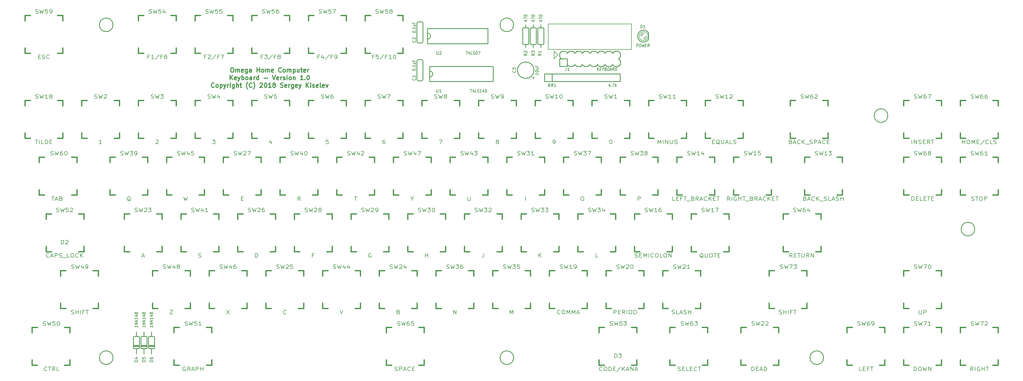
<source format=gbr>
G04 #@! TF.FileFunction,Legend,Top*
%FSLAX46Y46*%
G04 Gerber Fmt 4.6, Leading zero omitted, Abs format (unit mm)*
G04 Created by KiCad (PCBNEW 4.0.7) date 01/01/19 19:01:52*
%MOMM*%
%LPD*%
G01*
G04 APERTURE LIST*
%ADD10C,0.100000*%
%ADD11C,0.200000*%
%ADD12C,0.300000*%
%ADD13C,0.381000*%
%ADD14C,0.254000*%
%ADD15C,0.152400*%
%ADD16C,0.203200*%
G04 APERTURE END LIST*
D10*
D11*
X224155000Y-104140000D02*
X224155000Y-101600000D01*
X225425000Y-102870000D02*
X224155000Y-104140000D01*
X224155000Y-101600000D02*
X225425000Y-102870000D01*
X250190000Y-92392500D02*
X250190000Y-100965000D01*
X222250000Y-92392500D02*
X250190000Y-92392500D01*
X222250000Y-100965000D02*
X222250000Y-92392500D01*
X222250000Y-100965000D02*
X250190000Y-100965000D01*
D12*
X115873214Y-107118571D02*
X116158928Y-107118571D01*
X116301786Y-107190000D01*
X116444643Y-107332857D01*
X116516071Y-107618571D01*
X116516071Y-108118571D01*
X116444643Y-108404286D01*
X116301786Y-108547143D01*
X116158928Y-108618571D01*
X115873214Y-108618571D01*
X115730357Y-108547143D01*
X115587500Y-108404286D01*
X115516071Y-108118571D01*
X115516071Y-107618571D01*
X115587500Y-107332857D01*
X115730357Y-107190000D01*
X115873214Y-107118571D01*
X117158929Y-108618571D02*
X117158929Y-107618571D01*
X117158929Y-107761429D02*
X117230357Y-107690000D01*
X117373215Y-107618571D01*
X117587500Y-107618571D01*
X117730357Y-107690000D01*
X117801786Y-107832857D01*
X117801786Y-108618571D01*
X117801786Y-107832857D02*
X117873215Y-107690000D01*
X118016072Y-107618571D01*
X118230357Y-107618571D01*
X118373215Y-107690000D01*
X118444643Y-107832857D01*
X118444643Y-108618571D01*
X119730357Y-108547143D02*
X119587500Y-108618571D01*
X119301786Y-108618571D01*
X119158929Y-108547143D01*
X119087500Y-108404286D01*
X119087500Y-107832857D01*
X119158929Y-107690000D01*
X119301786Y-107618571D01*
X119587500Y-107618571D01*
X119730357Y-107690000D01*
X119801786Y-107832857D01*
X119801786Y-107975714D01*
X119087500Y-108118571D01*
X121087500Y-107618571D02*
X121087500Y-108832857D01*
X121016071Y-108975714D01*
X120944643Y-109047143D01*
X120801786Y-109118571D01*
X120587500Y-109118571D01*
X120444643Y-109047143D01*
X121087500Y-108547143D02*
X120944643Y-108618571D01*
X120658929Y-108618571D01*
X120516071Y-108547143D01*
X120444643Y-108475714D01*
X120373214Y-108332857D01*
X120373214Y-107904286D01*
X120444643Y-107761429D01*
X120516071Y-107690000D01*
X120658929Y-107618571D01*
X120944643Y-107618571D01*
X121087500Y-107690000D01*
X122444643Y-108618571D02*
X122444643Y-107832857D01*
X122373214Y-107690000D01*
X122230357Y-107618571D01*
X121944643Y-107618571D01*
X121801786Y-107690000D01*
X122444643Y-108547143D02*
X122301786Y-108618571D01*
X121944643Y-108618571D01*
X121801786Y-108547143D01*
X121730357Y-108404286D01*
X121730357Y-108261429D01*
X121801786Y-108118571D01*
X121944643Y-108047143D01*
X122301786Y-108047143D01*
X122444643Y-107975714D01*
X124301786Y-108618571D02*
X124301786Y-107118571D01*
X124301786Y-107832857D02*
X125158929Y-107832857D01*
X125158929Y-108618571D02*
X125158929Y-107118571D01*
X126087501Y-108618571D02*
X125944643Y-108547143D01*
X125873215Y-108475714D01*
X125801786Y-108332857D01*
X125801786Y-107904286D01*
X125873215Y-107761429D01*
X125944643Y-107690000D01*
X126087501Y-107618571D01*
X126301786Y-107618571D01*
X126444643Y-107690000D01*
X126516072Y-107761429D01*
X126587501Y-107904286D01*
X126587501Y-108332857D01*
X126516072Y-108475714D01*
X126444643Y-108547143D01*
X126301786Y-108618571D01*
X126087501Y-108618571D01*
X127230358Y-108618571D02*
X127230358Y-107618571D01*
X127230358Y-107761429D02*
X127301786Y-107690000D01*
X127444644Y-107618571D01*
X127658929Y-107618571D01*
X127801786Y-107690000D01*
X127873215Y-107832857D01*
X127873215Y-108618571D01*
X127873215Y-107832857D02*
X127944644Y-107690000D01*
X128087501Y-107618571D01*
X128301786Y-107618571D01*
X128444644Y-107690000D01*
X128516072Y-107832857D01*
X128516072Y-108618571D01*
X129801786Y-108547143D02*
X129658929Y-108618571D01*
X129373215Y-108618571D01*
X129230358Y-108547143D01*
X129158929Y-108404286D01*
X129158929Y-107832857D01*
X129230358Y-107690000D01*
X129373215Y-107618571D01*
X129658929Y-107618571D01*
X129801786Y-107690000D01*
X129873215Y-107832857D01*
X129873215Y-107975714D01*
X129158929Y-108118571D01*
X132516072Y-108475714D02*
X132444643Y-108547143D01*
X132230357Y-108618571D01*
X132087500Y-108618571D01*
X131873215Y-108547143D01*
X131730357Y-108404286D01*
X131658929Y-108261429D01*
X131587500Y-107975714D01*
X131587500Y-107761429D01*
X131658929Y-107475714D01*
X131730357Y-107332857D01*
X131873215Y-107190000D01*
X132087500Y-107118571D01*
X132230357Y-107118571D01*
X132444643Y-107190000D01*
X132516072Y-107261429D01*
X133373215Y-108618571D02*
X133230357Y-108547143D01*
X133158929Y-108475714D01*
X133087500Y-108332857D01*
X133087500Y-107904286D01*
X133158929Y-107761429D01*
X133230357Y-107690000D01*
X133373215Y-107618571D01*
X133587500Y-107618571D01*
X133730357Y-107690000D01*
X133801786Y-107761429D01*
X133873215Y-107904286D01*
X133873215Y-108332857D01*
X133801786Y-108475714D01*
X133730357Y-108547143D01*
X133587500Y-108618571D01*
X133373215Y-108618571D01*
X134516072Y-108618571D02*
X134516072Y-107618571D01*
X134516072Y-107761429D02*
X134587500Y-107690000D01*
X134730358Y-107618571D01*
X134944643Y-107618571D01*
X135087500Y-107690000D01*
X135158929Y-107832857D01*
X135158929Y-108618571D01*
X135158929Y-107832857D02*
X135230358Y-107690000D01*
X135373215Y-107618571D01*
X135587500Y-107618571D01*
X135730358Y-107690000D01*
X135801786Y-107832857D01*
X135801786Y-108618571D01*
X136516072Y-107618571D02*
X136516072Y-109118571D01*
X136516072Y-107690000D02*
X136658929Y-107618571D01*
X136944643Y-107618571D01*
X137087500Y-107690000D01*
X137158929Y-107761429D01*
X137230358Y-107904286D01*
X137230358Y-108332857D01*
X137158929Y-108475714D01*
X137087500Y-108547143D01*
X136944643Y-108618571D01*
X136658929Y-108618571D01*
X136516072Y-108547143D01*
X138516072Y-107618571D02*
X138516072Y-108618571D01*
X137873215Y-107618571D02*
X137873215Y-108404286D01*
X137944643Y-108547143D01*
X138087501Y-108618571D01*
X138301786Y-108618571D01*
X138444643Y-108547143D01*
X138516072Y-108475714D01*
X139016072Y-107618571D02*
X139587501Y-107618571D01*
X139230358Y-107118571D02*
X139230358Y-108404286D01*
X139301786Y-108547143D01*
X139444644Y-108618571D01*
X139587501Y-108618571D01*
X140658929Y-108547143D02*
X140516072Y-108618571D01*
X140230358Y-108618571D01*
X140087501Y-108547143D01*
X140016072Y-108404286D01*
X140016072Y-107832857D01*
X140087501Y-107690000D01*
X140230358Y-107618571D01*
X140516072Y-107618571D01*
X140658929Y-107690000D01*
X140730358Y-107832857D01*
X140730358Y-107975714D01*
X140016072Y-108118571D01*
X141373215Y-108618571D02*
X141373215Y-107618571D01*
X141373215Y-107904286D02*
X141444643Y-107761429D01*
X141516072Y-107690000D01*
X141658929Y-107618571D01*
X141801786Y-107618571D01*
X115301787Y-111168571D02*
X115301787Y-109668571D01*
X116158930Y-111168571D02*
X115516073Y-110311429D01*
X116158930Y-109668571D02*
X115301787Y-110525714D01*
X117373215Y-111097143D02*
X117230358Y-111168571D01*
X116944644Y-111168571D01*
X116801787Y-111097143D01*
X116730358Y-110954286D01*
X116730358Y-110382857D01*
X116801787Y-110240000D01*
X116944644Y-110168571D01*
X117230358Y-110168571D01*
X117373215Y-110240000D01*
X117444644Y-110382857D01*
X117444644Y-110525714D01*
X116730358Y-110668571D01*
X117944644Y-110168571D02*
X118301787Y-111168571D01*
X118658929Y-110168571D02*
X118301787Y-111168571D01*
X118158929Y-111525714D01*
X118087501Y-111597143D01*
X117944644Y-111668571D01*
X119230358Y-111168571D02*
X119230358Y-109668571D01*
X119230358Y-110240000D02*
X119373215Y-110168571D01*
X119658929Y-110168571D01*
X119801786Y-110240000D01*
X119873215Y-110311429D01*
X119944644Y-110454286D01*
X119944644Y-110882857D01*
X119873215Y-111025714D01*
X119801786Y-111097143D01*
X119658929Y-111168571D01*
X119373215Y-111168571D01*
X119230358Y-111097143D01*
X120801787Y-111168571D02*
X120658929Y-111097143D01*
X120587501Y-111025714D01*
X120516072Y-110882857D01*
X120516072Y-110454286D01*
X120587501Y-110311429D01*
X120658929Y-110240000D01*
X120801787Y-110168571D01*
X121016072Y-110168571D01*
X121158929Y-110240000D01*
X121230358Y-110311429D01*
X121301787Y-110454286D01*
X121301787Y-110882857D01*
X121230358Y-111025714D01*
X121158929Y-111097143D01*
X121016072Y-111168571D01*
X120801787Y-111168571D01*
X122587501Y-111168571D02*
X122587501Y-110382857D01*
X122516072Y-110240000D01*
X122373215Y-110168571D01*
X122087501Y-110168571D01*
X121944644Y-110240000D01*
X122587501Y-111097143D02*
X122444644Y-111168571D01*
X122087501Y-111168571D01*
X121944644Y-111097143D01*
X121873215Y-110954286D01*
X121873215Y-110811429D01*
X121944644Y-110668571D01*
X122087501Y-110597143D01*
X122444644Y-110597143D01*
X122587501Y-110525714D01*
X123301787Y-111168571D02*
X123301787Y-110168571D01*
X123301787Y-110454286D02*
X123373215Y-110311429D01*
X123444644Y-110240000D01*
X123587501Y-110168571D01*
X123730358Y-110168571D01*
X124873215Y-111168571D02*
X124873215Y-109668571D01*
X124873215Y-111097143D02*
X124730358Y-111168571D01*
X124444644Y-111168571D01*
X124301786Y-111097143D01*
X124230358Y-111025714D01*
X124158929Y-110882857D01*
X124158929Y-110454286D01*
X124230358Y-110311429D01*
X124301786Y-110240000D01*
X124444644Y-110168571D01*
X124730358Y-110168571D01*
X124873215Y-110240000D01*
X126730358Y-110597143D02*
X127873215Y-110597143D01*
X129516072Y-109668571D02*
X130016072Y-111168571D01*
X130516072Y-109668571D01*
X131587500Y-111097143D02*
X131444643Y-111168571D01*
X131158929Y-111168571D01*
X131016072Y-111097143D01*
X130944643Y-110954286D01*
X130944643Y-110382857D01*
X131016072Y-110240000D01*
X131158929Y-110168571D01*
X131444643Y-110168571D01*
X131587500Y-110240000D01*
X131658929Y-110382857D01*
X131658929Y-110525714D01*
X130944643Y-110668571D01*
X132301786Y-111168571D02*
X132301786Y-110168571D01*
X132301786Y-110454286D02*
X132373214Y-110311429D01*
X132444643Y-110240000D01*
X132587500Y-110168571D01*
X132730357Y-110168571D01*
X133158928Y-111097143D02*
X133301785Y-111168571D01*
X133587500Y-111168571D01*
X133730357Y-111097143D01*
X133801785Y-110954286D01*
X133801785Y-110882857D01*
X133730357Y-110740000D01*
X133587500Y-110668571D01*
X133373214Y-110668571D01*
X133230357Y-110597143D01*
X133158928Y-110454286D01*
X133158928Y-110382857D01*
X133230357Y-110240000D01*
X133373214Y-110168571D01*
X133587500Y-110168571D01*
X133730357Y-110240000D01*
X134444643Y-111168571D02*
X134444643Y-110168571D01*
X134444643Y-109668571D02*
X134373214Y-109740000D01*
X134444643Y-109811429D01*
X134516071Y-109740000D01*
X134444643Y-109668571D01*
X134444643Y-109811429D01*
X135373215Y-111168571D02*
X135230357Y-111097143D01*
X135158929Y-111025714D01*
X135087500Y-110882857D01*
X135087500Y-110454286D01*
X135158929Y-110311429D01*
X135230357Y-110240000D01*
X135373215Y-110168571D01*
X135587500Y-110168571D01*
X135730357Y-110240000D01*
X135801786Y-110311429D01*
X135873215Y-110454286D01*
X135873215Y-110882857D01*
X135801786Y-111025714D01*
X135730357Y-111097143D01*
X135587500Y-111168571D01*
X135373215Y-111168571D01*
X136516072Y-110168571D02*
X136516072Y-111168571D01*
X136516072Y-110311429D02*
X136587500Y-110240000D01*
X136730358Y-110168571D01*
X136944643Y-110168571D01*
X137087500Y-110240000D01*
X137158929Y-110382857D01*
X137158929Y-111168571D01*
X139801786Y-111168571D02*
X138944643Y-111168571D01*
X139373215Y-111168571D02*
X139373215Y-109668571D01*
X139230358Y-109882857D01*
X139087500Y-110025714D01*
X138944643Y-110097143D01*
X140444643Y-111025714D02*
X140516071Y-111097143D01*
X140444643Y-111168571D01*
X140373214Y-111097143D01*
X140444643Y-111025714D01*
X140444643Y-111168571D01*
X141444643Y-109668571D02*
X141587500Y-109668571D01*
X141730357Y-109740000D01*
X141801786Y-109811429D01*
X141873215Y-109954286D01*
X141944643Y-110240000D01*
X141944643Y-110597143D01*
X141873215Y-110882857D01*
X141801786Y-111025714D01*
X141730357Y-111097143D01*
X141587500Y-111168571D01*
X141444643Y-111168571D01*
X141301786Y-111097143D01*
X141230357Y-111025714D01*
X141158929Y-110882857D01*
X141087500Y-110597143D01*
X141087500Y-110240000D01*
X141158929Y-109954286D01*
X141230357Y-109811429D01*
X141301786Y-109740000D01*
X141444643Y-109668571D01*
X109944645Y-113575714D02*
X109873216Y-113647143D01*
X109658930Y-113718571D01*
X109516073Y-113718571D01*
X109301788Y-113647143D01*
X109158930Y-113504286D01*
X109087502Y-113361429D01*
X109016073Y-113075714D01*
X109016073Y-112861429D01*
X109087502Y-112575714D01*
X109158930Y-112432857D01*
X109301788Y-112290000D01*
X109516073Y-112218571D01*
X109658930Y-112218571D01*
X109873216Y-112290000D01*
X109944645Y-112361429D01*
X110801788Y-113718571D02*
X110658930Y-113647143D01*
X110587502Y-113575714D01*
X110516073Y-113432857D01*
X110516073Y-113004286D01*
X110587502Y-112861429D01*
X110658930Y-112790000D01*
X110801788Y-112718571D01*
X111016073Y-112718571D01*
X111158930Y-112790000D01*
X111230359Y-112861429D01*
X111301788Y-113004286D01*
X111301788Y-113432857D01*
X111230359Y-113575714D01*
X111158930Y-113647143D01*
X111016073Y-113718571D01*
X110801788Y-113718571D01*
X111944645Y-112718571D02*
X111944645Y-114218571D01*
X111944645Y-112790000D02*
X112087502Y-112718571D01*
X112373216Y-112718571D01*
X112516073Y-112790000D01*
X112587502Y-112861429D01*
X112658931Y-113004286D01*
X112658931Y-113432857D01*
X112587502Y-113575714D01*
X112516073Y-113647143D01*
X112373216Y-113718571D01*
X112087502Y-113718571D01*
X111944645Y-113647143D01*
X113158931Y-112718571D02*
X113516074Y-113718571D01*
X113873216Y-112718571D02*
X113516074Y-113718571D01*
X113373216Y-114075714D01*
X113301788Y-114147143D01*
X113158931Y-114218571D01*
X114444645Y-113718571D02*
X114444645Y-112718571D01*
X114444645Y-113004286D02*
X114516073Y-112861429D01*
X114587502Y-112790000D01*
X114730359Y-112718571D01*
X114873216Y-112718571D01*
X115373216Y-113718571D02*
X115373216Y-112718571D01*
X115373216Y-112218571D02*
X115301787Y-112290000D01*
X115373216Y-112361429D01*
X115444644Y-112290000D01*
X115373216Y-112218571D01*
X115373216Y-112361429D01*
X116730359Y-112718571D02*
X116730359Y-113932857D01*
X116658930Y-114075714D01*
X116587502Y-114147143D01*
X116444645Y-114218571D01*
X116230359Y-114218571D01*
X116087502Y-114147143D01*
X116730359Y-113647143D02*
X116587502Y-113718571D01*
X116301788Y-113718571D01*
X116158930Y-113647143D01*
X116087502Y-113575714D01*
X116016073Y-113432857D01*
X116016073Y-113004286D01*
X116087502Y-112861429D01*
X116158930Y-112790000D01*
X116301788Y-112718571D01*
X116587502Y-112718571D01*
X116730359Y-112790000D01*
X117444645Y-113718571D02*
X117444645Y-112218571D01*
X118087502Y-113718571D02*
X118087502Y-112932857D01*
X118016073Y-112790000D01*
X117873216Y-112718571D01*
X117658931Y-112718571D01*
X117516073Y-112790000D01*
X117444645Y-112861429D01*
X118587502Y-112718571D02*
X119158931Y-112718571D01*
X118801788Y-112218571D02*
X118801788Y-113504286D01*
X118873216Y-113647143D01*
X119016074Y-113718571D01*
X119158931Y-113718571D01*
X121230359Y-114290000D02*
X121158931Y-114218571D01*
X121016074Y-114004286D01*
X120944645Y-113861429D01*
X120873216Y-113647143D01*
X120801788Y-113290000D01*
X120801788Y-113004286D01*
X120873216Y-112647143D01*
X120944645Y-112432857D01*
X121016074Y-112290000D01*
X121158931Y-112075714D01*
X121230359Y-112004286D01*
X122658931Y-113575714D02*
X122587502Y-113647143D01*
X122373216Y-113718571D01*
X122230359Y-113718571D01*
X122016074Y-113647143D01*
X121873216Y-113504286D01*
X121801788Y-113361429D01*
X121730359Y-113075714D01*
X121730359Y-112861429D01*
X121801788Y-112575714D01*
X121873216Y-112432857D01*
X122016074Y-112290000D01*
X122230359Y-112218571D01*
X122373216Y-112218571D01*
X122587502Y-112290000D01*
X122658931Y-112361429D01*
X123158931Y-114290000D02*
X123230359Y-114218571D01*
X123373216Y-114004286D01*
X123444645Y-113861429D01*
X123516074Y-113647143D01*
X123587502Y-113290000D01*
X123587502Y-113004286D01*
X123516074Y-112647143D01*
X123444645Y-112432857D01*
X123373216Y-112290000D01*
X123230359Y-112075714D01*
X123158931Y-112004286D01*
X125373216Y-112361429D02*
X125444645Y-112290000D01*
X125587502Y-112218571D01*
X125944645Y-112218571D01*
X126087502Y-112290000D01*
X126158931Y-112361429D01*
X126230359Y-112504286D01*
X126230359Y-112647143D01*
X126158931Y-112861429D01*
X125301788Y-113718571D01*
X126230359Y-113718571D01*
X127158930Y-112218571D02*
X127301787Y-112218571D01*
X127444644Y-112290000D01*
X127516073Y-112361429D01*
X127587502Y-112504286D01*
X127658930Y-112790000D01*
X127658930Y-113147143D01*
X127587502Y-113432857D01*
X127516073Y-113575714D01*
X127444644Y-113647143D01*
X127301787Y-113718571D01*
X127158930Y-113718571D01*
X127016073Y-113647143D01*
X126944644Y-113575714D01*
X126873216Y-113432857D01*
X126801787Y-113147143D01*
X126801787Y-112790000D01*
X126873216Y-112504286D01*
X126944644Y-112361429D01*
X127016073Y-112290000D01*
X127158930Y-112218571D01*
X129087501Y-113718571D02*
X128230358Y-113718571D01*
X128658930Y-113718571D02*
X128658930Y-112218571D01*
X128516073Y-112432857D01*
X128373215Y-112575714D01*
X128230358Y-112647143D01*
X129944644Y-112861429D02*
X129801786Y-112790000D01*
X129730358Y-112718571D01*
X129658929Y-112575714D01*
X129658929Y-112504286D01*
X129730358Y-112361429D01*
X129801786Y-112290000D01*
X129944644Y-112218571D01*
X130230358Y-112218571D01*
X130373215Y-112290000D01*
X130444644Y-112361429D01*
X130516072Y-112504286D01*
X130516072Y-112575714D01*
X130444644Y-112718571D01*
X130373215Y-112790000D01*
X130230358Y-112861429D01*
X129944644Y-112861429D01*
X129801786Y-112932857D01*
X129730358Y-113004286D01*
X129658929Y-113147143D01*
X129658929Y-113432857D01*
X129730358Y-113575714D01*
X129801786Y-113647143D01*
X129944644Y-113718571D01*
X130230358Y-113718571D01*
X130373215Y-113647143D01*
X130444644Y-113575714D01*
X130516072Y-113432857D01*
X130516072Y-113147143D01*
X130444644Y-113004286D01*
X130373215Y-112932857D01*
X130230358Y-112861429D01*
X132230357Y-113647143D02*
X132444643Y-113718571D01*
X132801786Y-113718571D01*
X132944643Y-113647143D01*
X133016072Y-113575714D01*
X133087500Y-113432857D01*
X133087500Y-113290000D01*
X133016072Y-113147143D01*
X132944643Y-113075714D01*
X132801786Y-113004286D01*
X132516072Y-112932857D01*
X132373214Y-112861429D01*
X132301786Y-112790000D01*
X132230357Y-112647143D01*
X132230357Y-112504286D01*
X132301786Y-112361429D01*
X132373214Y-112290000D01*
X132516072Y-112218571D01*
X132873214Y-112218571D01*
X133087500Y-112290000D01*
X134301785Y-113647143D02*
X134158928Y-113718571D01*
X133873214Y-113718571D01*
X133730357Y-113647143D01*
X133658928Y-113504286D01*
X133658928Y-112932857D01*
X133730357Y-112790000D01*
X133873214Y-112718571D01*
X134158928Y-112718571D01*
X134301785Y-112790000D01*
X134373214Y-112932857D01*
X134373214Y-113075714D01*
X133658928Y-113218571D01*
X135016071Y-113718571D02*
X135016071Y-112718571D01*
X135016071Y-113004286D02*
X135087499Y-112861429D01*
X135158928Y-112790000D01*
X135301785Y-112718571D01*
X135444642Y-112718571D01*
X136587499Y-112718571D02*
X136587499Y-113932857D01*
X136516070Y-114075714D01*
X136444642Y-114147143D01*
X136301785Y-114218571D01*
X136087499Y-114218571D01*
X135944642Y-114147143D01*
X136587499Y-113647143D02*
X136444642Y-113718571D01*
X136158928Y-113718571D01*
X136016070Y-113647143D01*
X135944642Y-113575714D01*
X135873213Y-113432857D01*
X135873213Y-113004286D01*
X135944642Y-112861429D01*
X136016070Y-112790000D01*
X136158928Y-112718571D01*
X136444642Y-112718571D01*
X136587499Y-112790000D01*
X137873213Y-113647143D02*
X137730356Y-113718571D01*
X137444642Y-113718571D01*
X137301785Y-113647143D01*
X137230356Y-113504286D01*
X137230356Y-112932857D01*
X137301785Y-112790000D01*
X137444642Y-112718571D01*
X137730356Y-112718571D01*
X137873213Y-112790000D01*
X137944642Y-112932857D01*
X137944642Y-113075714D01*
X137230356Y-113218571D01*
X138444642Y-112718571D02*
X138801785Y-113718571D01*
X139158927Y-112718571D02*
X138801785Y-113718571D01*
X138658927Y-114075714D01*
X138587499Y-114147143D01*
X138444642Y-114218571D01*
X140873213Y-113718571D02*
X140873213Y-112218571D01*
X141730356Y-113718571D02*
X141087499Y-112861429D01*
X141730356Y-112218571D02*
X140873213Y-113075714D01*
X142373213Y-113718571D02*
X142373213Y-112718571D01*
X142373213Y-112218571D02*
X142301784Y-112290000D01*
X142373213Y-112361429D01*
X142444641Y-112290000D01*
X142373213Y-112218571D01*
X142373213Y-112361429D01*
X143016070Y-113647143D02*
X143158927Y-113718571D01*
X143444642Y-113718571D01*
X143587499Y-113647143D01*
X143658927Y-113504286D01*
X143658927Y-113432857D01*
X143587499Y-113290000D01*
X143444642Y-113218571D01*
X143230356Y-113218571D01*
X143087499Y-113147143D01*
X143016070Y-113004286D01*
X143016070Y-112932857D01*
X143087499Y-112790000D01*
X143230356Y-112718571D01*
X143444642Y-112718571D01*
X143587499Y-112790000D01*
X144873213Y-113647143D02*
X144730356Y-113718571D01*
X144444642Y-113718571D01*
X144301785Y-113647143D01*
X144230356Y-113504286D01*
X144230356Y-112932857D01*
X144301785Y-112790000D01*
X144444642Y-112718571D01*
X144730356Y-112718571D01*
X144873213Y-112790000D01*
X144944642Y-112932857D01*
X144944642Y-113075714D01*
X144230356Y-113218571D01*
X145801785Y-113718571D02*
X145658927Y-113647143D01*
X145587499Y-113504286D01*
X145587499Y-112218571D01*
X146944641Y-113647143D02*
X146801784Y-113718571D01*
X146516070Y-113718571D01*
X146373213Y-113647143D01*
X146301784Y-113504286D01*
X146301784Y-112932857D01*
X146373213Y-112790000D01*
X146516070Y-112718571D01*
X146801784Y-112718571D01*
X146944641Y-112790000D01*
X147016070Y-112932857D01*
X147016070Y-113075714D01*
X146301784Y-113218571D01*
X147516070Y-112718571D02*
X147873213Y-113718571D01*
X148230355Y-112718571D01*
D13*
X236855000Y-118110000D02*
X238633000Y-118110000D01*
X247777000Y-118110000D02*
X249555000Y-118110000D01*
X249555000Y-118110000D02*
X249555000Y-119888000D01*
X249555000Y-129032000D02*
X249555000Y-130810000D01*
X249555000Y-130810000D02*
X247777000Y-130810000D01*
X238633000Y-130810000D02*
X236855000Y-130810000D01*
X236855000Y-130810000D02*
X236855000Y-129032000D01*
X236855000Y-119888000D02*
X236855000Y-118110000D01*
X65405000Y-118110000D02*
X67183000Y-118110000D01*
X76327000Y-118110000D02*
X78105000Y-118110000D01*
X78105000Y-118110000D02*
X78105000Y-119888000D01*
X78105000Y-129032000D02*
X78105000Y-130810000D01*
X78105000Y-130810000D02*
X76327000Y-130810000D01*
X67183000Y-130810000D02*
X65405000Y-130810000D01*
X65405000Y-130810000D02*
X65405000Y-129032000D01*
X65405000Y-119888000D02*
X65405000Y-118110000D01*
X84455000Y-118110000D02*
X86233000Y-118110000D01*
X95377000Y-118110000D02*
X97155000Y-118110000D01*
X97155000Y-118110000D02*
X97155000Y-119888000D01*
X97155000Y-129032000D02*
X97155000Y-130810000D01*
X97155000Y-130810000D02*
X95377000Y-130810000D01*
X86233000Y-130810000D02*
X84455000Y-130810000D01*
X84455000Y-130810000D02*
X84455000Y-129032000D01*
X84455000Y-119888000D02*
X84455000Y-118110000D01*
X103505000Y-118110000D02*
X105283000Y-118110000D01*
X114427000Y-118110000D02*
X116205000Y-118110000D01*
X116205000Y-118110000D02*
X116205000Y-119888000D01*
X116205000Y-129032000D02*
X116205000Y-130810000D01*
X116205000Y-130810000D02*
X114427000Y-130810000D01*
X105283000Y-130810000D02*
X103505000Y-130810000D01*
X103505000Y-130810000D02*
X103505000Y-129032000D01*
X103505000Y-119888000D02*
X103505000Y-118110000D01*
X122555000Y-118110000D02*
X124333000Y-118110000D01*
X133477000Y-118110000D02*
X135255000Y-118110000D01*
X135255000Y-118110000D02*
X135255000Y-119888000D01*
X135255000Y-129032000D02*
X135255000Y-130810000D01*
X135255000Y-130810000D02*
X133477000Y-130810000D01*
X124333000Y-130810000D02*
X122555000Y-130810000D01*
X122555000Y-130810000D02*
X122555000Y-129032000D01*
X122555000Y-119888000D02*
X122555000Y-118110000D01*
X141605000Y-118110000D02*
X143383000Y-118110000D01*
X152527000Y-118110000D02*
X154305000Y-118110000D01*
X154305000Y-118110000D02*
X154305000Y-119888000D01*
X154305000Y-129032000D02*
X154305000Y-130810000D01*
X154305000Y-130810000D02*
X152527000Y-130810000D01*
X143383000Y-130810000D02*
X141605000Y-130810000D01*
X141605000Y-130810000D02*
X141605000Y-129032000D01*
X141605000Y-119888000D02*
X141605000Y-118110000D01*
X160655000Y-118110000D02*
X162433000Y-118110000D01*
X171577000Y-118110000D02*
X173355000Y-118110000D01*
X173355000Y-118110000D02*
X173355000Y-119888000D01*
X173355000Y-129032000D02*
X173355000Y-130810000D01*
X173355000Y-130810000D02*
X171577000Y-130810000D01*
X162433000Y-130810000D02*
X160655000Y-130810000D01*
X160655000Y-130810000D02*
X160655000Y-129032000D01*
X160655000Y-119888000D02*
X160655000Y-118110000D01*
X179705000Y-118110000D02*
X181483000Y-118110000D01*
X190627000Y-118110000D02*
X192405000Y-118110000D01*
X192405000Y-118110000D02*
X192405000Y-119888000D01*
X192405000Y-129032000D02*
X192405000Y-130810000D01*
X192405000Y-130810000D02*
X190627000Y-130810000D01*
X181483000Y-130810000D02*
X179705000Y-130810000D01*
X179705000Y-130810000D02*
X179705000Y-129032000D01*
X179705000Y-119888000D02*
X179705000Y-118110000D01*
X198755000Y-118110000D02*
X200533000Y-118110000D01*
X209677000Y-118110000D02*
X211455000Y-118110000D01*
X211455000Y-118110000D02*
X211455000Y-119888000D01*
X211455000Y-129032000D02*
X211455000Y-130810000D01*
X211455000Y-130810000D02*
X209677000Y-130810000D01*
X200533000Y-130810000D02*
X198755000Y-130810000D01*
X198755000Y-130810000D02*
X198755000Y-129032000D01*
X198755000Y-119888000D02*
X198755000Y-118110000D01*
X217805000Y-118110000D02*
X219583000Y-118110000D01*
X228727000Y-118110000D02*
X230505000Y-118110000D01*
X230505000Y-118110000D02*
X230505000Y-119888000D01*
X230505000Y-129032000D02*
X230505000Y-130810000D01*
X230505000Y-130810000D02*
X228727000Y-130810000D01*
X219583000Y-130810000D02*
X217805000Y-130810000D01*
X217805000Y-130810000D02*
X217805000Y-129032000D01*
X217805000Y-119888000D02*
X217805000Y-118110000D01*
X255905000Y-118110000D02*
X257683000Y-118110000D01*
X266827000Y-118110000D02*
X268605000Y-118110000D01*
X268605000Y-118110000D02*
X268605000Y-119888000D01*
X268605000Y-129032000D02*
X268605000Y-130810000D01*
X268605000Y-130810000D02*
X266827000Y-130810000D01*
X257683000Y-130810000D02*
X255905000Y-130810000D01*
X255905000Y-130810000D02*
X255905000Y-129032000D01*
X255905000Y-119888000D02*
X255905000Y-118110000D01*
X274955000Y-118110000D02*
X276733000Y-118110000D01*
X285877000Y-118110000D02*
X287655000Y-118110000D01*
X287655000Y-118110000D02*
X287655000Y-119888000D01*
X287655000Y-129032000D02*
X287655000Y-130810000D01*
X287655000Y-130810000D02*
X285877000Y-130810000D01*
X276733000Y-130810000D02*
X274955000Y-130810000D01*
X274955000Y-130810000D02*
X274955000Y-129032000D01*
X274955000Y-119888000D02*
X274955000Y-118110000D01*
X308292500Y-137160000D02*
X310070500Y-137160000D01*
X319214500Y-137160000D02*
X320992500Y-137160000D01*
X320992500Y-137160000D02*
X320992500Y-138938000D01*
X320992500Y-148082000D02*
X320992500Y-149860000D01*
X320992500Y-149860000D02*
X319214500Y-149860000D01*
X310070500Y-149860000D02*
X308292500Y-149860000D01*
X308292500Y-149860000D02*
X308292500Y-148082000D01*
X308292500Y-138938000D02*
X308292500Y-137160000D01*
X265430000Y-137160000D02*
X267208000Y-137160000D01*
X276352000Y-137160000D02*
X278130000Y-137160000D01*
X278130000Y-137160000D02*
X278130000Y-138938000D01*
X278130000Y-148082000D02*
X278130000Y-149860000D01*
X278130000Y-149860000D02*
X276352000Y-149860000D01*
X267208000Y-149860000D02*
X265430000Y-149860000D01*
X265430000Y-149860000D02*
X265430000Y-148082000D01*
X265430000Y-138938000D02*
X265430000Y-137160000D01*
X284480000Y-137160000D02*
X286258000Y-137160000D01*
X295402000Y-137160000D02*
X297180000Y-137160000D01*
X297180000Y-137160000D02*
X297180000Y-138938000D01*
X297180000Y-148082000D02*
X297180000Y-149860000D01*
X297180000Y-149860000D02*
X295402000Y-149860000D01*
X286258000Y-149860000D02*
X284480000Y-149860000D01*
X284480000Y-149860000D02*
X284480000Y-148082000D01*
X284480000Y-138938000D02*
X284480000Y-137160000D01*
X251142500Y-156210000D02*
X252920500Y-156210000D01*
X262064500Y-156210000D02*
X263842500Y-156210000D01*
X263842500Y-156210000D02*
X263842500Y-157988000D01*
X263842500Y-167132000D02*
X263842500Y-168910000D01*
X263842500Y-168910000D02*
X262064500Y-168910000D01*
X252920500Y-168910000D02*
X251142500Y-168910000D01*
X251142500Y-168910000D02*
X251142500Y-167132000D01*
X251142500Y-157988000D02*
X251142500Y-156210000D01*
X270192500Y-156210000D02*
X271970500Y-156210000D01*
X281114500Y-156210000D02*
X282892500Y-156210000D01*
X282892500Y-156210000D02*
X282892500Y-157988000D01*
X282892500Y-167132000D02*
X282892500Y-168910000D01*
X282892500Y-168910000D02*
X281114500Y-168910000D01*
X271970500Y-168910000D02*
X270192500Y-168910000D01*
X270192500Y-168910000D02*
X270192500Y-167132000D01*
X270192500Y-157988000D02*
X270192500Y-156210000D01*
X46355000Y-118110000D02*
X48133000Y-118110000D01*
X57277000Y-118110000D02*
X59055000Y-118110000D01*
X59055000Y-118110000D02*
X59055000Y-119888000D01*
X59055000Y-129032000D02*
X59055000Y-130810000D01*
X59055000Y-130810000D02*
X57277000Y-130810000D01*
X48133000Y-130810000D02*
X46355000Y-130810000D01*
X46355000Y-130810000D02*
X46355000Y-129032000D01*
X46355000Y-119888000D02*
X46355000Y-118110000D01*
X222567500Y-175260000D02*
X224345500Y-175260000D01*
X233489500Y-175260000D02*
X235267500Y-175260000D01*
X235267500Y-175260000D02*
X235267500Y-177038000D01*
X235267500Y-186182000D02*
X235267500Y-187960000D01*
X235267500Y-187960000D02*
X233489500Y-187960000D01*
X224345500Y-187960000D02*
X222567500Y-187960000D01*
X222567500Y-187960000D02*
X222567500Y-186182000D01*
X222567500Y-177038000D02*
X222567500Y-175260000D01*
X241617500Y-175260000D02*
X243395500Y-175260000D01*
X252539500Y-175260000D02*
X254317500Y-175260000D01*
X254317500Y-175260000D02*
X254317500Y-177038000D01*
X254317500Y-186182000D02*
X254317500Y-187960000D01*
X254317500Y-187960000D02*
X252539500Y-187960000D01*
X243395500Y-187960000D02*
X241617500Y-187960000D01*
X241617500Y-187960000D02*
X241617500Y-186182000D01*
X241617500Y-177038000D02*
X241617500Y-175260000D01*
X260667500Y-175260000D02*
X262445500Y-175260000D01*
X271589500Y-175260000D02*
X273367500Y-175260000D01*
X273367500Y-175260000D02*
X273367500Y-177038000D01*
X273367500Y-186182000D02*
X273367500Y-187960000D01*
X273367500Y-187960000D02*
X271589500Y-187960000D01*
X262445500Y-187960000D02*
X260667500Y-187960000D01*
X260667500Y-187960000D02*
X260667500Y-186182000D01*
X260667500Y-177038000D02*
X260667500Y-175260000D01*
X286861250Y-194310000D02*
X288639250Y-194310000D01*
X297783250Y-194310000D02*
X299561250Y-194310000D01*
X299561250Y-194310000D02*
X299561250Y-196088000D01*
X299561250Y-205232000D02*
X299561250Y-207010000D01*
X299561250Y-207010000D02*
X297783250Y-207010000D01*
X288639250Y-207010000D02*
X286861250Y-207010000D01*
X286861250Y-207010000D02*
X286861250Y-205232000D01*
X286861250Y-196088000D02*
X286861250Y-194310000D01*
X79692500Y-156210000D02*
X81470500Y-156210000D01*
X90614500Y-156210000D02*
X92392500Y-156210000D01*
X92392500Y-156210000D02*
X92392500Y-157988000D01*
X92392500Y-167132000D02*
X92392500Y-168910000D01*
X92392500Y-168910000D02*
X90614500Y-168910000D01*
X81470500Y-168910000D02*
X79692500Y-168910000D01*
X79692500Y-168910000D02*
X79692500Y-167132000D01*
X79692500Y-157988000D02*
X79692500Y-156210000D01*
X165417500Y-175260000D02*
X167195500Y-175260000D01*
X176339500Y-175260000D02*
X178117500Y-175260000D01*
X178117500Y-175260000D02*
X178117500Y-177038000D01*
X178117500Y-186182000D02*
X178117500Y-187960000D01*
X178117500Y-187960000D02*
X176339500Y-187960000D01*
X167195500Y-187960000D02*
X165417500Y-187960000D01*
X165417500Y-187960000D02*
X165417500Y-186182000D01*
X165417500Y-177038000D02*
X165417500Y-175260000D01*
X127317500Y-175260000D02*
X129095500Y-175260000D01*
X138239500Y-175260000D02*
X140017500Y-175260000D01*
X140017500Y-175260000D02*
X140017500Y-177038000D01*
X140017500Y-186182000D02*
X140017500Y-187960000D01*
X140017500Y-187960000D02*
X138239500Y-187960000D01*
X129095500Y-187960000D02*
X127317500Y-187960000D01*
X127317500Y-187960000D02*
X127317500Y-186182000D01*
X127317500Y-177038000D02*
X127317500Y-175260000D01*
X117792500Y-156210000D02*
X119570500Y-156210000D01*
X128714500Y-156210000D02*
X130492500Y-156210000D01*
X130492500Y-156210000D02*
X130492500Y-157988000D01*
X130492500Y-167132000D02*
X130492500Y-168910000D01*
X130492500Y-168910000D02*
X128714500Y-168910000D01*
X119570500Y-168910000D02*
X117792500Y-168910000D01*
X117792500Y-168910000D02*
X117792500Y-167132000D01*
X117792500Y-157988000D02*
X117792500Y-156210000D01*
X113030000Y-137160000D02*
X114808000Y-137160000D01*
X123952000Y-137160000D02*
X125730000Y-137160000D01*
X125730000Y-137160000D02*
X125730000Y-138938000D01*
X125730000Y-148082000D02*
X125730000Y-149860000D01*
X125730000Y-149860000D02*
X123952000Y-149860000D01*
X114808000Y-149860000D02*
X113030000Y-149860000D01*
X113030000Y-149860000D02*
X113030000Y-148082000D01*
X113030000Y-138938000D02*
X113030000Y-137160000D01*
X136842500Y-156210000D02*
X138620500Y-156210000D01*
X147764500Y-156210000D02*
X149542500Y-156210000D01*
X149542500Y-156210000D02*
X149542500Y-157988000D01*
X149542500Y-167132000D02*
X149542500Y-168910000D01*
X149542500Y-168910000D02*
X147764500Y-168910000D01*
X138620500Y-168910000D02*
X136842500Y-168910000D01*
X136842500Y-168910000D02*
X136842500Y-167132000D01*
X136842500Y-157988000D02*
X136842500Y-156210000D01*
X155892500Y-156210000D02*
X157670500Y-156210000D01*
X166814500Y-156210000D02*
X168592500Y-156210000D01*
X168592500Y-156210000D02*
X168592500Y-157988000D01*
X168592500Y-167132000D02*
X168592500Y-168910000D01*
X168592500Y-168910000D02*
X166814500Y-168910000D01*
X157670500Y-168910000D02*
X155892500Y-168910000D01*
X155892500Y-168910000D02*
X155892500Y-167132000D01*
X155892500Y-157988000D02*
X155892500Y-156210000D01*
X174942500Y-156210000D02*
X176720500Y-156210000D01*
X185864500Y-156210000D02*
X187642500Y-156210000D01*
X187642500Y-156210000D02*
X187642500Y-157988000D01*
X187642500Y-167132000D02*
X187642500Y-168910000D01*
X187642500Y-168910000D02*
X185864500Y-168910000D01*
X176720500Y-168910000D02*
X174942500Y-168910000D01*
X174942500Y-168910000D02*
X174942500Y-167132000D01*
X174942500Y-157988000D02*
X174942500Y-156210000D01*
X208280000Y-137160000D02*
X210058000Y-137160000D01*
X219202000Y-137160000D02*
X220980000Y-137160000D01*
X220980000Y-137160000D02*
X220980000Y-138938000D01*
X220980000Y-148082000D02*
X220980000Y-149860000D01*
X220980000Y-149860000D02*
X219202000Y-149860000D01*
X210058000Y-149860000D02*
X208280000Y-149860000D01*
X208280000Y-149860000D02*
X208280000Y-148082000D01*
X208280000Y-138938000D02*
X208280000Y-137160000D01*
X193992500Y-156210000D02*
X195770500Y-156210000D01*
X204914500Y-156210000D02*
X206692500Y-156210000D01*
X206692500Y-156210000D02*
X206692500Y-157988000D01*
X206692500Y-167132000D02*
X206692500Y-168910000D01*
X206692500Y-168910000D02*
X204914500Y-168910000D01*
X195770500Y-168910000D02*
X193992500Y-168910000D01*
X193992500Y-168910000D02*
X193992500Y-167132000D01*
X193992500Y-157988000D02*
X193992500Y-156210000D01*
X213042500Y-156210000D02*
X214820500Y-156210000D01*
X223964500Y-156210000D02*
X225742500Y-156210000D01*
X225742500Y-156210000D02*
X225742500Y-157988000D01*
X225742500Y-167132000D02*
X225742500Y-168910000D01*
X225742500Y-168910000D02*
X223964500Y-168910000D01*
X214820500Y-168910000D02*
X213042500Y-168910000D01*
X213042500Y-168910000D02*
X213042500Y-167132000D01*
X213042500Y-157988000D02*
X213042500Y-156210000D01*
X232092500Y-156210000D02*
X233870500Y-156210000D01*
X243014500Y-156210000D02*
X244792500Y-156210000D01*
X244792500Y-156210000D02*
X244792500Y-157988000D01*
X244792500Y-167132000D02*
X244792500Y-168910000D01*
X244792500Y-168910000D02*
X243014500Y-168910000D01*
X233870500Y-168910000D02*
X232092500Y-168910000D01*
X232092500Y-168910000D02*
X232092500Y-167132000D01*
X232092500Y-157988000D02*
X232092500Y-156210000D01*
X203517500Y-175260000D02*
X205295500Y-175260000D01*
X214439500Y-175260000D02*
X216217500Y-175260000D01*
X216217500Y-175260000D02*
X216217500Y-177038000D01*
X216217500Y-186182000D02*
X216217500Y-187960000D01*
X216217500Y-187960000D02*
X214439500Y-187960000D01*
X205295500Y-187960000D02*
X203517500Y-187960000D01*
X203517500Y-187960000D02*
X203517500Y-186182000D01*
X203517500Y-177038000D02*
X203517500Y-175260000D01*
X184467500Y-175260000D02*
X186245500Y-175260000D01*
X195389500Y-175260000D02*
X197167500Y-175260000D01*
X197167500Y-175260000D02*
X197167500Y-177038000D01*
X197167500Y-186182000D02*
X197167500Y-187960000D01*
X197167500Y-187960000D02*
X195389500Y-187960000D01*
X186245500Y-187960000D02*
X184467500Y-187960000D01*
X184467500Y-187960000D02*
X184467500Y-186182000D01*
X184467500Y-177038000D02*
X184467500Y-175260000D01*
X227330000Y-137160000D02*
X229108000Y-137160000D01*
X238252000Y-137160000D02*
X240030000Y-137160000D01*
X240030000Y-137160000D02*
X240030000Y-138938000D01*
X240030000Y-148082000D02*
X240030000Y-149860000D01*
X240030000Y-149860000D02*
X238252000Y-149860000D01*
X229108000Y-149860000D02*
X227330000Y-149860000D01*
X227330000Y-149860000D02*
X227330000Y-148082000D01*
X227330000Y-138938000D02*
X227330000Y-137160000D01*
X246380000Y-137160000D02*
X248158000Y-137160000D01*
X257302000Y-137160000D02*
X259080000Y-137160000D01*
X259080000Y-137160000D02*
X259080000Y-138938000D01*
X259080000Y-148082000D02*
X259080000Y-149860000D01*
X259080000Y-149860000D02*
X257302000Y-149860000D01*
X248158000Y-149860000D02*
X246380000Y-149860000D01*
X246380000Y-149860000D02*
X246380000Y-148082000D01*
X246380000Y-138938000D02*
X246380000Y-137160000D01*
X74930000Y-137160000D02*
X76708000Y-137160000D01*
X85852000Y-137160000D02*
X87630000Y-137160000D01*
X87630000Y-137160000D02*
X87630000Y-138938000D01*
X87630000Y-148082000D02*
X87630000Y-149860000D01*
X87630000Y-149860000D02*
X85852000Y-149860000D01*
X76708000Y-149860000D02*
X74930000Y-149860000D01*
X74930000Y-149860000D02*
X74930000Y-148082000D01*
X74930000Y-138938000D02*
X74930000Y-137160000D01*
X132080000Y-137160000D02*
X133858000Y-137160000D01*
X143002000Y-137160000D02*
X144780000Y-137160000D01*
X144780000Y-137160000D02*
X144780000Y-138938000D01*
X144780000Y-148082000D02*
X144780000Y-149860000D01*
X144780000Y-149860000D02*
X143002000Y-149860000D01*
X133858000Y-149860000D02*
X132080000Y-149860000D01*
X132080000Y-149860000D02*
X132080000Y-148082000D01*
X132080000Y-138938000D02*
X132080000Y-137160000D01*
X98742500Y-156210000D02*
X100520500Y-156210000D01*
X109664500Y-156210000D02*
X111442500Y-156210000D01*
X111442500Y-156210000D02*
X111442500Y-157988000D01*
X111442500Y-167132000D02*
X111442500Y-168910000D01*
X111442500Y-168910000D02*
X109664500Y-168910000D01*
X100520500Y-168910000D02*
X98742500Y-168910000D01*
X98742500Y-168910000D02*
X98742500Y-167132000D01*
X98742500Y-157988000D02*
X98742500Y-156210000D01*
X151130000Y-137160000D02*
X152908000Y-137160000D01*
X162052000Y-137160000D02*
X163830000Y-137160000D01*
X163830000Y-137160000D02*
X163830000Y-138938000D01*
X163830000Y-148082000D02*
X163830000Y-149860000D01*
X163830000Y-149860000D02*
X162052000Y-149860000D01*
X152908000Y-149860000D02*
X151130000Y-149860000D01*
X151130000Y-149860000D02*
X151130000Y-148082000D01*
X151130000Y-138938000D02*
X151130000Y-137160000D01*
X189230000Y-137160000D02*
X191008000Y-137160000D01*
X200152000Y-137160000D02*
X201930000Y-137160000D01*
X201930000Y-137160000D02*
X201930000Y-138938000D01*
X201930000Y-148082000D02*
X201930000Y-149860000D01*
X201930000Y-149860000D02*
X200152000Y-149860000D01*
X191008000Y-149860000D02*
X189230000Y-149860000D01*
X189230000Y-149860000D02*
X189230000Y-148082000D01*
X189230000Y-138938000D02*
X189230000Y-137160000D01*
X146367500Y-175260000D02*
X148145500Y-175260000D01*
X157289500Y-175260000D02*
X159067500Y-175260000D01*
X159067500Y-175260000D02*
X159067500Y-177038000D01*
X159067500Y-186182000D02*
X159067500Y-187960000D01*
X159067500Y-187960000D02*
X157289500Y-187960000D01*
X148145500Y-187960000D02*
X146367500Y-187960000D01*
X146367500Y-187960000D02*
X146367500Y-186182000D01*
X146367500Y-177038000D02*
X146367500Y-175260000D01*
X93980000Y-137160000D02*
X95758000Y-137160000D01*
X104902000Y-137160000D02*
X106680000Y-137160000D01*
X106680000Y-137160000D02*
X106680000Y-138938000D01*
X106680000Y-148082000D02*
X106680000Y-149860000D01*
X106680000Y-149860000D02*
X104902000Y-149860000D01*
X95758000Y-149860000D02*
X93980000Y-149860000D01*
X93980000Y-149860000D02*
X93980000Y-148082000D01*
X93980000Y-138938000D02*
X93980000Y-137160000D01*
X108267500Y-175260000D02*
X110045500Y-175260000D01*
X119189500Y-175260000D02*
X120967500Y-175260000D01*
X120967500Y-175260000D02*
X120967500Y-177038000D01*
X120967500Y-186182000D02*
X120967500Y-187960000D01*
X120967500Y-187960000D02*
X119189500Y-187960000D01*
X110045500Y-187960000D02*
X108267500Y-187960000D01*
X108267500Y-187960000D02*
X108267500Y-186182000D01*
X108267500Y-177038000D02*
X108267500Y-175260000D01*
X170180000Y-137160000D02*
X171958000Y-137160000D01*
X181102000Y-137160000D02*
X182880000Y-137160000D01*
X182880000Y-137160000D02*
X182880000Y-138938000D01*
X182880000Y-148082000D02*
X182880000Y-149860000D01*
X182880000Y-149860000D02*
X181102000Y-149860000D01*
X171958000Y-149860000D02*
X170180000Y-149860000D01*
X170180000Y-149860000D02*
X170180000Y-148082000D01*
X170180000Y-138938000D02*
X170180000Y-137160000D01*
X89217500Y-175260000D02*
X90995500Y-175260000D01*
X100139500Y-175260000D02*
X101917500Y-175260000D01*
X101917500Y-175260000D02*
X101917500Y-177038000D01*
X101917500Y-186182000D02*
X101917500Y-187960000D01*
X101917500Y-187960000D02*
X100139500Y-187960000D01*
X90995500Y-187960000D02*
X89217500Y-187960000D01*
X89217500Y-187960000D02*
X89217500Y-186182000D01*
X89217500Y-177038000D02*
X89217500Y-175260000D01*
X58261250Y-175260000D02*
X60039250Y-175260000D01*
X69183250Y-175260000D02*
X70961250Y-175260000D01*
X70961250Y-175260000D02*
X70961250Y-177038000D01*
X70961250Y-186182000D02*
X70961250Y-187960000D01*
X70961250Y-187960000D02*
X69183250Y-187960000D01*
X60039250Y-187960000D02*
X58261250Y-187960000D01*
X58261250Y-187960000D02*
X58261250Y-186182000D01*
X58261250Y-177038000D02*
X58261250Y-175260000D01*
X48736250Y-194310000D02*
X50514250Y-194310000D01*
X59658250Y-194310000D02*
X61436250Y-194310000D01*
X61436250Y-194310000D02*
X61436250Y-196088000D01*
X61436250Y-205232000D02*
X61436250Y-207010000D01*
X61436250Y-207010000D02*
X59658250Y-207010000D01*
X50514250Y-207010000D02*
X48736250Y-207010000D01*
X48736250Y-207010000D02*
X48736250Y-205232000D01*
X48736250Y-196088000D02*
X48736250Y-194310000D01*
X96361250Y-194310000D02*
X98139250Y-194310000D01*
X107283250Y-194310000D02*
X109061250Y-194310000D01*
X109061250Y-194310000D02*
X109061250Y-196088000D01*
X109061250Y-205232000D02*
X109061250Y-207010000D01*
X109061250Y-207010000D02*
X107283250Y-207010000D01*
X98139250Y-207010000D02*
X96361250Y-207010000D01*
X96361250Y-207010000D02*
X96361250Y-205232000D01*
X96361250Y-196088000D02*
X96361250Y-194310000D01*
X53498750Y-156210000D02*
X55276750Y-156210000D01*
X64420750Y-156210000D02*
X66198750Y-156210000D01*
X66198750Y-156210000D02*
X66198750Y-157988000D01*
X66198750Y-167132000D02*
X66198750Y-168910000D01*
X66198750Y-168910000D02*
X64420750Y-168910000D01*
X55276750Y-168910000D02*
X53498750Y-168910000D01*
X53498750Y-168910000D02*
X53498750Y-167132000D01*
X53498750Y-157988000D02*
X53498750Y-156210000D01*
X239236250Y-194310000D02*
X241014250Y-194310000D01*
X250158250Y-194310000D02*
X251936250Y-194310000D01*
X251936250Y-194310000D02*
X251936250Y-196088000D01*
X251936250Y-205232000D02*
X251936250Y-207010000D01*
X251936250Y-207010000D02*
X250158250Y-207010000D01*
X241014250Y-207010000D02*
X239236250Y-207010000D01*
X239236250Y-207010000D02*
X239236250Y-205232000D01*
X239236250Y-196088000D02*
X239236250Y-194310000D01*
X84455000Y-89535000D02*
X86233000Y-89535000D01*
X95377000Y-89535000D02*
X97155000Y-89535000D01*
X97155000Y-89535000D02*
X97155000Y-91313000D01*
X97155000Y-100457000D02*
X97155000Y-102235000D01*
X97155000Y-102235000D02*
X95377000Y-102235000D01*
X86233000Y-102235000D02*
X84455000Y-102235000D01*
X84455000Y-102235000D02*
X84455000Y-100457000D01*
X84455000Y-91313000D02*
X84455000Y-89535000D01*
X103505000Y-89535000D02*
X105283000Y-89535000D01*
X114427000Y-89535000D02*
X116205000Y-89535000D01*
X116205000Y-89535000D02*
X116205000Y-91313000D01*
X116205000Y-100457000D02*
X116205000Y-102235000D01*
X116205000Y-102235000D02*
X114427000Y-102235000D01*
X105283000Y-102235000D02*
X103505000Y-102235000D01*
X103505000Y-102235000D02*
X103505000Y-100457000D01*
X103505000Y-91313000D02*
X103505000Y-89535000D01*
X122555000Y-89535000D02*
X124333000Y-89535000D01*
X133477000Y-89535000D02*
X135255000Y-89535000D01*
X135255000Y-89535000D02*
X135255000Y-91313000D01*
X135255000Y-100457000D02*
X135255000Y-102235000D01*
X135255000Y-102235000D02*
X133477000Y-102235000D01*
X124333000Y-102235000D02*
X122555000Y-102235000D01*
X122555000Y-102235000D02*
X122555000Y-100457000D01*
X122555000Y-91313000D02*
X122555000Y-89535000D01*
X141605000Y-89535000D02*
X143383000Y-89535000D01*
X152527000Y-89535000D02*
X154305000Y-89535000D01*
X154305000Y-89535000D02*
X154305000Y-91313000D01*
X154305000Y-100457000D02*
X154305000Y-102235000D01*
X154305000Y-102235000D02*
X152527000Y-102235000D01*
X143383000Y-102235000D02*
X141605000Y-102235000D01*
X141605000Y-102235000D02*
X141605000Y-100457000D01*
X141605000Y-91313000D02*
X141605000Y-89535000D01*
X160655000Y-89535000D02*
X162433000Y-89535000D01*
X171577000Y-89535000D02*
X173355000Y-89535000D01*
X173355000Y-89535000D02*
X173355000Y-91313000D01*
X173355000Y-100457000D02*
X173355000Y-102235000D01*
X173355000Y-102235000D02*
X171577000Y-102235000D01*
X162433000Y-102235000D02*
X160655000Y-102235000D01*
X160655000Y-102235000D02*
X160655000Y-100457000D01*
X160655000Y-91313000D02*
X160655000Y-89535000D01*
X46355000Y-89535000D02*
X48133000Y-89535000D01*
X57277000Y-89535000D02*
X59055000Y-89535000D01*
X59055000Y-89535000D02*
X59055000Y-91313000D01*
X59055000Y-100457000D02*
X59055000Y-102235000D01*
X59055000Y-102235000D02*
X57277000Y-102235000D01*
X48133000Y-102235000D02*
X46355000Y-102235000D01*
X46355000Y-102235000D02*
X46355000Y-100457000D01*
X46355000Y-91313000D02*
X46355000Y-89535000D01*
X51117500Y-137160000D02*
X52895500Y-137160000D01*
X62039500Y-137160000D02*
X63817500Y-137160000D01*
X63817500Y-137160000D02*
X63817500Y-138938000D01*
X63817500Y-148082000D02*
X63817500Y-149860000D01*
X63817500Y-149860000D02*
X62039500Y-149860000D01*
X52895500Y-149860000D02*
X51117500Y-149860000D01*
X51117500Y-149860000D02*
X51117500Y-148082000D01*
X51117500Y-138938000D02*
X51117500Y-137160000D01*
X360680000Y-137160000D02*
X362458000Y-137160000D01*
X371602000Y-137160000D02*
X373380000Y-137160000D01*
X373380000Y-137160000D02*
X373380000Y-138938000D01*
X373380000Y-148082000D02*
X373380000Y-149860000D01*
X373380000Y-149860000D02*
X371602000Y-149860000D01*
X362458000Y-149860000D02*
X360680000Y-149860000D01*
X360680000Y-149860000D02*
X360680000Y-148082000D01*
X360680000Y-138938000D02*
X360680000Y-137160000D01*
X303530000Y-118110000D02*
X305308000Y-118110000D01*
X314452000Y-118110000D02*
X316230000Y-118110000D01*
X316230000Y-118110000D02*
X316230000Y-119888000D01*
X316230000Y-129032000D02*
X316230000Y-130810000D01*
X316230000Y-130810000D02*
X314452000Y-130810000D01*
X305308000Y-130810000D02*
X303530000Y-130810000D01*
X303530000Y-130810000D02*
X303530000Y-129032000D01*
X303530000Y-119888000D02*
X303530000Y-118110000D01*
X301148750Y-156210000D02*
X302926750Y-156210000D01*
X312070750Y-156210000D02*
X313848750Y-156210000D01*
X313848750Y-156210000D02*
X313848750Y-157988000D01*
X313848750Y-167132000D02*
X313848750Y-168910000D01*
X313848750Y-168910000D02*
X312070750Y-168910000D01*
X302926750Y-168910000D02*
X301148750Y-168910000D01*
X301148750Y-168910000D02*
X301148750Y-167132000D01*
X301148750Y-157988000D02*
X301148750Y-156210000D01*
X167798750Y-194310000D02*
X169576750Y-194310000D01*
X178720750Y-194310000D02*
X180498750Y-194310000D01*
X180498750Y-194310000D02*
X180498750Y-196088000D01*
X180498750Y-205232000D02*
X180498750Y-207010000D01*
X180498750Y-207010000D02*
X178720750Y-207010000D01*
X169576750Y-207010000D02*
X167798750Y-207010000D01*
X167798750Y-207010000D02*
X167798750Y-205232000D01*
X167798750Y-196088000D02*
X167798750Y-194310000D01*
X360680000Y-118110000D02*
X362458000Y-118110000D01*
X371602000Y-118110000D02*
X373380000Y-118110000D01*
X373380000Y-118110000D02*
X373380000Y-119888000D01*
X373380000Y-129032000D02*
X373380000Y-130810000D01*
X373380000Y-130810000D02*
X371602000Y-130810000D01*
X362458000Y-130810000D02*
X360680000Y-130810000D01*
X360680000Y-130810000D02*
X360680000Y-129032000D01*
X360680000Y-119888000D02*
X360680000Y-118110000D01*
X341630000Y-118110000D02*
X343408000Y-118110000D01*
X352552000Y-118110000D02*
X354330000Y-118110000D01*
X354330000Y-118110000D02*
X354330000Y-119888000D01*
X354330000Y-129032000D02*
X354330000Y-130810000D01*
X354330000Y-130810000D02*
X352552000Y-130810000D01*
X343408000Y-130810000D02*
X341630000Y-130810000D01*
X341630000Y-130810000D02*
X341630000Y-129032000D01*
X341630000Y-119888000D02*
X341630000Y-118110000D01*
X341630000Y-137160000D02*
X343408000Y-137160000D01*
X352552000Y-137160000D02*
X354330000Y-137160000D01*
X354330000Y-137160000D02*
X354330000Y-138938000D01*
X354330000Y-148082000D02*
X354330000Y-149860000D01*
X354330000Y-149860000D02*
X352552000Y-149860000D01*
X343408000Y-149860000D02*
X341630000Y-149860000D01*
X341630000Y-149860000D02*
X341630000Y-148082000D01*
X341630000Y-138938000D02*
X341630000Y-137160000D01*
X322580000Y-194310000D02*
X324358000Y-194310000D01*
X333502000Y-194310000D02*
X335280000Y-194310000D01*
X335280000Y-194310000D02*
X335280000Y-196088000D01*
X335280000Y-205232000D02*
X335280000Y-207010000D01*
X335280000Y-207010000D02*
X333502000Y-207010000D01*
X324358000Y-207010000D02*
X322580000Y-207010000D01*
X322580000Y-207010000D02*
X322580000Y-205232000D01*
X322580000Y-196088000D02*
X322580000Y-194310000D01*
X341630000Y-175260000D02*
X343408000Y-175260000D01*
X352552000Y-175260000D02*
X354330000Y-175260000D01*
X354330000Y-175260000D02*
X354330000Y-177038000D01*
X354330000Y-186182000D02*
X354330000Y-187960000D01*
X354330000Y-187960000D02*
X352552000Y-187960000D01*
X343408000Y-187960000D02*
X341630000Y-187960000D01*
X341630000Y-187960000D02*
X341630000Y-186182000D01*
X341630000Y-177038000D02*
X341630000Y-175260000D01*
X341630000Y-194310000D02*
X343408000Y-194310000D01*
X352552000Y-194310000D02*
X354330000Y-194310000D01*
X354330000Y-194310000D02*
X354330000Y-196088000D01*
X354330000Y-205232000D02*
X354330000Y-207010000D01*
X354330000Y-207010000D02*
X352552000Y-207010000D01*
X343408000Y-207010000D02*
X341630000Y-207010000D01*
X341630000Y-207010000D02*
X341630000Y-205232000D01*
X341630000Y-196088000D02*
X341630000Y-194310000D01*
X360680000Y-194310000D02*
X362458000Y-194310000D01*
X371602000Y-194310000D02*
X373380000Y-194310000D01*
X373380000Y-194310000D02*
X373380000Y-196088000D01*
X373380000Y-205232000D02*
X373380000Y-207010000D01*
X373380000Y-207010000D02*
X371602000Y-207010000D01*
X362458000Y-207010000D02*
X360680000Y-207010000D01*
X360680000Y-207010000D02*
X360680000Y-205232000D01*
X360680000Y-196088000D02*
X360680000Y-194310000D01*
X263048750Y-194310000D02*
X264826750Y-194310000D01*
X273970750Y-194310000D02*
X275748750Y-194310000D01*
X275748750Y-194310000D02*
X275748750Y-196088000D01*
X275748750Y-205232000D02*
X275748750Y-207010000D01*
X275748750Y-207010000D02*
X273970750Y-207010000D01*
X264826750Y-207010000D02*
X263048750Y-207010000D01*
X263048750Y-207010000D02*
X263048750Y-205232000D01*
X263048750Y-196088000D02*
X263048750Y-194310000D01*
X296386250Y-175260000D02*
X298164250Y-175260000D01*
X307308250Y-175260000D02*
X309086250Y-175260000D01*
X309086250Y-175260000D02*
X309086250Y-177038000D01*
X309086250Y-186182000D02*
X309086250Y-187960000D01*
X309086250Y-187960000D02*
X307308250Y-187960000D01*
X298164250Y-187960000D02*
X296386250Y-187960000D01*
X296386250Y-187960000D02*
X296386250Y-186182000D01*
X296386250Y-177038000D02*
X296386250Y-175260000D01*
D14*
X178562000Y-111506000D02*
X179578000Y-111506000D01*
X178054000Y-104902000D02*
X178054000Y-110998000D01*
X180086000Y-104902000D02*
X180086000Y-110998000D01*
X178054000Y-110998000D02*
G75*
G03X178562000Y-111506000I508000J0D01*
G01*
X179578000Y-111506000D02*
G75*
G03X180086000Y-110998000I0J508000D01*
G01*
X178562000Y-104394000D02*
G75*
G03X178054000Y-104902000I0J-508000D01*
G01*
X180086000Y-104902000D02*
G75*
G03X179578000Y-104394000I-508000J0D01*
G01*
X178562000Y-104394000D02*
X179578000Y-104394000D01*
X178562000Y-98806000D02*
X179578000Y-98806000D01*
X178054000Y-92202000D02*
X178054000Y-98298000D01*
X180086000Y-92202000D02*
X180086000Y-98298000D01*
X178054000Y-98298000D02*
G75*
G03X178562000Y-98806000I508000J0D01*
G01*
X179578000Y-98806000D02*
G75*
G03X180086000Y-98298000I0J508000D01*
G01*
X178562000Y-91694000D02*
G75*
G03X178054000Y-92202000I0J-508000D01*
G01*
X180086000Y-92202000D02*
G75*
G03X179578000Y-91694000I-508000J0D01*
G01*
X178562000Y-91694000D02*
X179578000Y-91694000D01*
X217380820Y-107950000D02*
G75*
G03X217380820Y-107950000I-2750820J0D01*
G01*
X255828800Y-97790000D02*
X255828800Y-95250000D01*
D15*
X253083136Y-95544473D02*
G75*
G03X252730000Y-96520000I1170864J-975527D01*
G01*
X252731889Y-96520469D02*
G75*
G03X253116080Y-97530920I1522111J469D01*
G01*
X255776147Y-96519966D02*
G75*
G03X255409700Y-95529400I-1522147J-34D01*
G01*
X255424864Y-97495527D02*
G75*
G03X255778000Y-96520000I-1170864J975527D01*
G01*
X255493166Y-95632845D02*
G75*
G03X254254000Y-94996000I-1239166J-887155D01*
G01*
X254253199Y-94996000D02*
G75*
G03X253034800Y-95605600I801J-1524000D01*
G01*
X254254442Y-98042206D02*
G75*
G03X255455420Y-97454720I-442J1522206D01*
G01*
X253051436Y-97456171D02*
G75*
G03X254254000Y-98044000I1202564J936171D01*
G01*
X254254000Y-95885000D02*
G75*
G03X253619000Y-96520000I0J-635000D01*
G01*
X254254000Y-95504000D02*
G75*
G03X253238000Y-96520000I0J-1016000D01*
G01*
X254254000Y-97155000D02*
G75*
G03X254889000Y-96520000I0J635000D01*
G01*
X254254000Y-97536000D02*
G75*
G03X255270000Y-96520000I0J1016000D01*
G01*
D14*
X255812880Y-95216574D02*
G75*
G03X254254000Y-94488000I-1558880J-1303426D01*
G01*
X254253025Y-94490540D02*
G75*
G03X252463300Y-95564960I975J-2029460D01*
G01*
X254256552Y-98549386D02*
G75*
G03X255803400Y-97830640I-2552J2029386D01*
G01*
X252490701Y-97529851D02*
G75*
G03X254254000Y-98552000I1763299J1009851D01*
G01*
X252464870Y-95556653D02*
G75*
G03X252222000Y-96520000I1789130J-963347D01*
G01*
X252223077Y-96520100D02*
G75*
G03X252524260Y-97584260I2030923J100D01*
G01*
X82804000Y-200406000D02*
X84836000Y-200406000D01*
X82804000Y-200660000D02*
X84836000Y-200660000D01*
X82804000Y-201168000D02*
G75*
G03X83058000Y-201422000I254000J0D01*
G01*
X84582000Y-201422000D02*
G75*
G03X84836000Y-201168000I0J254000D01*
G01*
X83058000Y-197358000D02*
G75*
G03X82804000Y-197612000I0J-254000D01*
G01*
X84836000Y-197612000D02*
G75*
G03X84582000Y-197358000I-254000J0D01*
G01*
X84582000Y-201422000D02*
X83058000Y-201422000D01*
X83058000Y-197358000D02*
X84582000Y-197358000D01*
X84836000Y-197612000D02*
X84836000Y-201168000D01*
X82804000Y-201168000D02*
X82804000Y-197612000D01*
X83820000Y-201422000D02*
X83820000Y-203200000D01*
X83820000Y-195834000D02*
X83820000Y-197358000D01*
X85344000Y-200406000D02*
X87376000Y-200406000D01*
X85344000Y-200660000D02*
X87376000Y-200660000D01*
X85344000Y-201168000D02*
G75*
G03X85598000Y-201422000I254000J0D01*
G01*
X87122000Y-201422000D02*
G75*
G03X87376000Y-201168000I0J254000D01*
G01*
X85598000Y-197358000D02*
G75*
G03X85344000Y-197612000I0J-254000D01*
G01*
X87376000Y-197612000D02*
G75*
G03X87122000Y-197358000I-254000J0D01*
G01*
X87122000Y-201422000D02*
X85598000Y-201422000D01*
X85598000Y-197358000D02*
X87122000Y-197358000D01*
X87376000Y-197612000D02*
X87376000Y-201168000D01*
X85344000Y-201168000D02*
X85344000Y-197612000D01*
X86360000Y-201422000D02*
X86360000Y-203200000D01*
X86360000Y-195834000D02*
X86360000Y-197358000D01*
X87884000Y-200406000D02*
X89916000Y-200406000D01*
X87884000Y-200660000D02*
X89916000Y-200660000D01*
X87884000Y-201168000D02*
G75*
G03X88138000Y-201422000I254000J0D01*
G01*
X89662000Y-201422000D02*
G75*
G03X89916000Y-201168000I0J254000D01*
G01*
X88138000Y-197358000D02*
G75*
G03X87884000Y-197612000I0J-254000D01*
G01*
X89916000Y-197612000D02*
G75*
G03X89662000Y-197358000I-254000J0D01*
G01*
X89662000Y-201422000D02*
X88138000Y-201422000D01*
X88138000Y-197358000D02*
X89662000Y-197358000D01*
X89916000Y-197612000D02*
X89916000Y-201168000D01*
X87884000Y-201168000D02*
X87884000Y-197612000D01*
X88900000Y-201422000D02*
X88900000Y-203200000D01*
X88900000Y-195834000D02*
X88900000Y-197358000D01*
X75946000Y-92710000D02*
G75*
G03X75946000Y-92710000I-2286000J0D01*
G01*
X210566000Y-92710000D02*
G75*
G03X210566000Y-92710000I-2286000J0D01*
G01*
X336296000Y-123190000D02*
G75*
G03X336296000Y-123190000I-2286000J0D01*
G01*
X75946000Y-204470000D02*
G75*
G03X75946000Y-204470000I-2286000J0D01*
G01*
X210566000Y-204470000D02*
G75*
G03X210566000Y-204470000I-2286000J0D01*
G01*
X314706000Y-204470000D02*
G75*
G03X314706000Y-204470000I-2286000J0D01*
G01*
X226060000Y-104140000D02*
X228600000Y-104140000D01*
X228600000Y-104140000D02*
X228600000Y-106680000D01*
X226695000Y-104140000D02*
X226060000Y-103505000D01*
X226060000Y-103505000D02*
X226060000Y-102235000D01*
X226060000Y-102235000D02*
X226695000Y-101600000D01*
X226695000Y-101600000D02*
X227965000Y-101600000D01*
X227965000Y-101600000D02*
X228600000Y-102235000D01*
X228600000Y-102235000D02*
X229235000Y-101600000D01*
X229235000Y-101600000D02*
X230505000Y-101600000D01*
X230505000Y-101600000D02*
X231140000Y-102235000D01*
X231140000Y-102235000D02*
X231775000Y-101600000D01*
X231775000Y-101600000D02*
X233045000Y-101600000D01*
X233045000Y-101600000D02*
X233680000Y-102235000D01*
X233680000Y-102235000D02*
X234315000Y-101600000D01*
X234315000Y-101600000D02*
X235585000Y-101600000D01*
X235585000Y-101600000D02*
X236220000Y-102235000D01*
X236220000Y-102235000D02*
X236855000Y-101600000D01*
X236855000Y-101600000D02*
X238125000Y-101600000D01*
X238125000Y-101600000D02*
X238760000Y-102235000D01*
X238760000Y-102235000D02*
X239395000Y-101600000D01*
X239395000Y-101600000D02*
X240665000Y-101600000D01*
X240665000Y-101600000D02*
X241300000Y-102235000D01*
X241300000Y-102235000D02*
X241935000Y-101600000D01*
X241935000Y-101600000D02*
X243205000Y-101600000D01*
X243205000Y-101600000D02*
X243840000Y-102235000D01*
X243840000Y-102235000D02*
X244475000Y-101600000D01*
X244475000Y-101600000D02*
X245745000Y-101600000D01*
X245745000Y-101600000D02*
X246380000Y-102235000D01*
X246420000Y-102235000D02*
X246420000Y-103505000D01*
X246420000Y-103505000D02*
X245785000Y-104140000D01*
X245785000Y-104140000D02*
X246420000Y-104775000D01*
X246420000Y-104775000D02*
X246420000Y-106045000D01*
X246380000Y-106045000D02*
X245745000Y-106680000D01*
X245745000Y-106680000D02*
X244475000Y-106680000D01*
X244475000Y-106680000D02*
X243840000Y-106045000D01*
X243840000Y-106045000D02*
X243205000Y-106680000D01*
X243205000Y-106680000D02*
X241935000Y-106680000D01*
X241935000Y-106680000D02*
X241300000Y-106045000D01*
X241300000Y-106045000D02*
X240665000Y-106680000D01*
X240665000Y-106680000D02*
X239395000Y-106680000D01*
X239395000Y-106680000D02*
X238760000Y-106045000D01*
X238760000Y-106045000D02*
X238125000Y-106680000D01*
X238125000Y-106680000D02*
X236855000Y-106680000D01*
X236855000Y-106680000D02*
X236220000Y-106045000D01*
X236220000Y-106045000D02*
X235585000Y-106680000D01*
X235585000Y-106680000D02*
X234315000Y-106680000D01*
X234315000Y-106680000D02*
X233680000Y-106045000D01*
X233680000Y-106045000D02*
X233045000Y-106680000D01*
X233045000Y-106680000D02*
X231775000Y-106680000D01*
X231775000Y-106680000D02*
X231140000Y-106045000D01*
X231140000Y-106045000D02*
X230505000Y-106680000D01*
X230505000Y-106680000D02*
X229235000Y-106680000D01*
X229235000Y-106680000D02*
X228600000Y-106045000D01*
X228600000Y-106680000D02*
X226060000Y-106680000D01*
X226060000Y-106680000D02*
X226060000Y-104140000D01*
X220726000Y-93980000D02*
X220726000Y-99060000D01*
X218948000Y-93726000D02*
X220472000Y-93726000D01*
X218694000Y-99060000D02*
X218694000Y-93980000D01*
X220472000Y-99314000D02*
X218948000Y-99314000D01*
X220726000Y-93980000D02*
G75*
G03X220472000Y-93726000I-254000J0D01*
G01*
X218948000Y-93726000D02*
G75*
G03X218694000Y-93980000I0J-254000D01*
G01*
X220472000Y-99314000D02*
G75*
G03X220726000Y-99060000I0J254000D01*
G01*
X218694000Y-99060000D02*
G75*
G03X218948000Y-99314000I254000J0D01*
G01*
X219710000Y-93726000D02*
X219710000Y-92710000D01*
X219710000Y-100330000D02*
X219710000Y-99314000D01*
X215646000Y-93980000D02*
X215646000Y-99060000D01*
X213868000Y-93726000D02*
X215392000Y-93726000D01*
X213614000Y-99060000D02*
X213614000Y-93980000D01*
X215392000Y-99314000D02*
X213868000Y-99314000D01*
X215646000Y-93980000D02*
G75*
G03X215392000Y-93726000I-254000J0D01*
G01*
X213868000Y-93726000D02*
G75*
G03X213614000Y-93980000I0J-254000D01*
G01*
X215392000Y-99314000D02*
G75*
G03X215646000Y-99060000I0J254000D01*
G01*
X213614000Y-99060000D02*
G75*
G03X213868000Y-99314000I254000J0D01*
G01*
X214630000Y-93726000D02*
X214630000Y-92710000D01*
X214630000Y-100330000D02*
X214630000Y-99314000D01*
X220980000Y-111760000D02*
X220980000Y-109220000D01*
X220980000Y-109220000D02*
X246380000Y-109220000D01*
X246380000Y-109220000D02*
X246380000Y-111760000D01*
X246380000Y-111760000D02*
X220980000Y-111760000D01*
X223520000Y-111760000D02*
X223520000Y-109220000D01*
X182372000Y-110236000D02*
G75*
G03X183388000Y-109220000I0J1016000D01*
G01*
X183388000Y-109220000D02*
G75*
G03X182372000Y-108204000I-1016000J0D01*
G01*
X182372000Y-106680000D02*
X203708000Y-106680000D01*
X203708000Y-106680000D02*
X203708000Y-111760000D01*
X203708000Y-111760000D02*
X182372000Y-111760000D01*
X182372000Y-111760000D02*
X182372000Y-106680000D01*
X181610000Y-97536000D02*
G75*
G03X182626000Y-96520000I0J1016000D01*
G01*
X182626000Y-96520000D02*
G75*
G03X181610000Y-95504000I-1016000J0D01*
G01*
X201930000Y-93980000D02*
X181610000Y-93980000D01*
X181610000Y-93980000D02*
X181610000Y-99060000D01*
X181610000Y-99060000D02*
X201930000Y-99060000D01*
X201930000Y-99060000D02*
X201930000Y-93980000D01*
X365506000Y-161290000D02*
G75*
G03X365506000Y-161290000I-2286000J0D01*
G01*
X218186000Y-93980000D02*
X218186000Y-99060000D01*
X216408000Y-93726000D02*
X217932000Y-93726000D01*
X216154000Y-99060000D02*
X216154000Y-93980000D01*
X217932000Y-99314000D02*
X216408000Y-99314000D01*
X218186000Y-93980000D02*
G75*
G03X217932000Y-93726000I-254000J0D01*
G01*
X216408000Y-93726000D02*
G75*
G03X216154000Y-93980000I0J-254000D01*
G01*
X217932000Y-99314000D02*
G75*
G03X218186000Y-99060000I0J254000D01*
G01*
X216154000Y-99060000D02*
G75*
G03X216408000Y-99314000I254000J0D01*
G01*
X217170000Y-93726000D02*
X217170000Y-92710000D01*
X217170000Y-100330000D02*
X217170000Y-99314000D01*
D16*
X241173000Y-117354048D02*
X241390714Y-117414524D01*
X241753571Y-117414524D01*
X241898714Y-117354048D01*
X241971285Y-117293571D01*
X242043857Y-117172619D01*
X242043857Y-117051667D01*
X241971285Y-116930714D01*
X241898714Y-116870238D01*
X241753571Y-116809762D01*
X241463285Y-116749286D01*
X241318143Y-116688810D01*
X241245571Y-116628333D01*
X241173000Y-116507381D01*
X241173000Y-116386429D01*
X241245571Y-116265476D01*
X241318143Y-116205000D01*
X241463285Y-116144524D01*
X241826143Y-116144524D01*
X242043857Y-116205000D01*
X242551857Y-116144524D02*
X242914714Y-117414524D01*
X243205000Y-116507381D01*
X243495286Y-117414524D01*
X243858143Y-116144524D01*
X245237000Y-117414524D02*
X244366143Y-117414524D01*
X244801571Y-117414524D02*
X244801571Y-116144524D01*
X244656428Y-116325952D01*
X244511286Y-116446905D01*
X244366143Y-116507381D01*
X243132429Y-131384524D02*
X243277572Y-131384524D01*
X243422715Y-131445000D01*
X243495286Y-131505476D01*
X243567857Y-131626429D01*
X243640429Y-131868333D01*
X243640429Y-132170714D01*
X243567857Y-132412619D01*
X243495286Y-132533571D01*
X243422715Y-132594048D01*
X243277572Y-132654524D01*
X243132429Y-132654524D01*
X242987286Y-132594048D01*
X242914715Y-132533571D01*
X242842143Y-132412619D01*
X242769572Y-132170714D01*
X242769572Y-131868333D01*
X242842143Y-131626429D01*
X242914715Y-131505476D01*
X242987286Y-131445000D01*
X243132429Y-131384524D01*
X69723000Y-117354048D02*
X69940714Y-117414524D01*
X70303571Y-117414524D01*
X70448714Y-117354048D01*
X70521285Y-117293571D01*
X70593857Y-117172619D01*
X70593857Y-117051667D01*
X70521285Y-116930714D01*
X70448714Y-116870238D01*
X70303571Y-116809762D01*
X70013285Y-116749286D01*
X69868143Y-116688810D01*
X69795571Y-116628333D01*
X69723000Y-116507381D01*
X69723000Y-116386429D01*
X69795571Y-116265476D01*
X69868143Y-116205000D01*
X70013285Y-116144524D01*
X70376143Y-116144524D01*
X70593857Y-116205000D01*
X71101857Y-116144524D02*
X71464714Y-117414524D01*
X71755000Y-116507381D01*
X72045286Y-117414524D01*
X72408143Y-116144524D01*
X72916143Y-116265476D02*
X72988714Y-116205000D01*
X73133857Y-116144524D01*
X73496714Y-116144524D01*
X73641857Y-116205000D01*
X73714428Y-116265476D01*
X73787000Y-116386429D01*
X73787000Y-116507381D01*
X73714428Y-116688810D01*
X72843571Y-117414524D01*
X73787000Y-117414524D01*
X72190429Y-132654524D02*
X71319572Y-132654524D01*
X71755000Y-132654524D02*
X71755000Y-131384524D01*
X71609857Y-131565952D01*
X71464715Y-131686905D01*
X71319572Y-131747381D01*
X88773000Y-117354048D02*
X88990714Y-117414524D01*
X89353571Y-117414524D01*
X89498714Y-117354048D01*
X89571285Y-117293571D01*
X89643857Y-117172619D01*
X89643857Y-117051667D01*
X89571285Y-116930714D01*
X89498714Y-116870238D01*
X89353571Y-116809762D01*
X89063285Y-116749286D01*
X88918143Y-116688810D01*
X88845571Y-116628333D01*
X88773000Y-116507381D01*
X88773000Y-116386429D01*
X88845571Y-116265476D01*
X88918143Y-116205000D01*
X89063285Y-116144524D01*
X89426143Y-116144524D01*
X89643857Y-116205000D01*
X90151857Y-116144524D02*
X90514714Y-117414524D01*
X90805000Y-116507381D01*
X91095286Y-117414524D01*
X91458143Y-116144524D01*
X91893571Y-116144524D02*
X92837000Y-116144524D01*
X92329000Y-116628333D01*
X92546714Y-116628333D01*
X92691857Y-116688810D01*
X92764428Y-116749286D01*
X92837000Y-116870238D01*
X92837000Y-117172619D01*
X92764428Y-117293571D01*
X92691857Y-117354048D01*
X92546714Y-117414524D01*
X92111286Y-117414524D01*
X91966143Y-117354048D01*
X91893571Y-117293571D01*
X90369572Y-131505476D02*
X90442143Y-131445000D01*
X90587286Y-131384524D01*
X90950143Y-131384524D01*
X91095286Y-131445000D01*
X91167857Y-131505476D01*
X91240429Y-131626429D01*
X91240429Y-131747381D01*
X91167857Y-131928810D01*
X90297000Y-132654524D01*
X91240429Y-132654524D01*
X107823000Y-117354048D02*
X108040714Y-117414524D01*
X108403571Y-117414524D01*
X108548714Y-117354048D01*
X108621285Y-117293571D01*
X108693857Y-117172619D01*
X108693857Y-117051667D01*
X108621285Y-116930714D01*
X108548714Y-116870238D01*
X108403571Y-116809762D01*
X108113285Y-116749286D01*
X107968143Y-116688810D01*
X107895571Y-116628333D01*
X107823000Y-116507381D01*
X107823000Y-116386429D01*
X107895571Y-116265476D01*
X107968143Y-116205000D01*
X108113285Y-116144524D01*
X108476143Y-116144524D01*
X108693857Y-116205000D01*
X109201857Y-116144524D02*
X109564714Y-117414524D01*
X109855000Y-116507381D01*
X110145286Y-117414524D01*
X110508143Y-116144524D01*
X111741857Y-116567857D02*
X111741857Y-117414524D01*
X111379000Y-116084048D02*
X111016143Y-116991190D01*
X111959571Y-116991190D01*
X109347000Y-131384524D02*
X110290429Y-131384524D01*
X109782429Y-131868333D01*
X110000143Y-131868333D01*
X110145286Y-131928810D01*
X110217857Y-131989286D01*
X110290429Y-132110238D01*
X110290429Y-132412619D01*
X110217857Y-132533571D01*
X110145286Y-132594048D01*
X110000143Y-132654524D01*
X109564715Y-132654524D01*
X109419572Y-132594048D01*
X109347000Y-132533571D01*
X126873000Y-117354048D02*
X127090714Y-117414524D01*
X127453571Y-117414524D01*
X127598714Y-117354048D01*
X127671285Y-117293571D01*
X127743857Y-117172619D01*
X127743857Y-117051667D01*
X127671285Y-116930714D01*
X127598714Y-116870238D01*
X127453571Y-116809762D01*
X127163285Y-116749286D01*
X127018143Y-116688810D01*
X126945571Y-116628333D01*
X126873000Y-116507381D01*
X126873000Y-116386429D01*
X126945571Y-116265476D01*
X127018143Y-116205000D01*
X127163285Y-116144524D01*
X127526143Y-116144524D01*
X127743857Y-116205000D01*
X128251857Y-116144524D02*
X128614714Y-117414524D01*
X128905000Y-116507381D01*
X129195286Y-117414524D01*
X129558143Y-116144524D01*
X130864428Y-116144524D02*
X130138714Y-116144524D01*
X130066143Y-116749286D01*
X130138714Y-116688810D01*
X130283857Y-116628333D01*
X130646714Y-116628333D01*
X130791857Y-116688810D01*
X130864428Y-116749286D01*
X130937000Y-116870238D01*
X130937000Y-117172619D01*
X130864428Y-117293571D01*
X130791857Y-117354048D01*
X130646714Y-117414524D01*
X130283857Y-117414524D01*
X130138714Y-117354048D01*
X130066143Y-117293571D01*
X129195286Y-131807857D02*
X129195286Y-132654524D01*
X128832429Y-131324048D02*
X128469572Y-132231190D01*
X129413000Y-132231190D01*
X145923000Y-117354048D02*
X146140714Y-117414524D01*
X146503571Y-117414524D01*
X146648714Y-117354048D01*
X146721285Y-117293571D01*
X146793857Y-117172619D01*
X146793857Y-117051667D01*
X146721285Y-116930714D01*
X146648714Y-116870238D01*
X146503571Y-116809762D01*
X146213285Y-116749286D01*
X146068143Y-116688810D01*
X145995571Y-116628333D01*
X145923000Y-116507381D01*
X145923000Y-116386429D01*
X145995571Y-116265476D01*
X146068143Y-116205000D01*
X146213285Y-116144524D01*
X146576143Y-116144524D01*
X146793857Y-116205000D01*
X147301857Y-116144524D02*
X147664714Y-117414524D01*
X147955000Y-116507381D01*
X148245286Y-117414524D01*
X148608143Y-116144524D01*
X149841857Y-116144524D02*
X149551571Y-116144524D01*
X149406428Y-116205000D01*
X149333857Y-116265476D01*
X149188714Y-116446905D01*
X149116143Y-116688810D01*
X149116143Y-117172619D01*
X149188714Y-117293571D01*
X149261286Y-117354048D01*
X149406428Y-117414524D01*
X149696714Y-117414524D01*
X149841857Y-117354048D01*
X149914428Y-117293571D01*
X149987000Y-117172619D01*
X149987000Y-116870238D01*
X149914428Y-116749286D01*
X149841857Y-116688810D01*
X149696714Y-116628333D01*
X149406428Y-116628333D01*
X149261286Y-116688810D01*
X149188714Y-116749286D01*
X149116143Y-116870238D01*
X148317857Y-131384524D02*
X147592143Y-131384524D01*
X147519572Y-131989286D01*
X147592143Y-131928810D01*
X147737286Y-131868333D01*
X148100143Y-131868333D01*
X148245286Y-131928810D01*
X148317857Y-131989286D01*
X148390429Y-132110238D01*
X148390429Y-132412619D01*
X148317857Y-132533571D01*
X148245286Y-132594048D01*
X148100143Y-132654524D01*
X147737286Y-132654524D01*
X147592143Y-132594048D01*
X147519572Y-132533571D01*
X164973000Y-117354048D02*
X165190714Y-117414524D01*
X165553571Y-117414524D01*
X165698714Y-117354048D01*
X165771285Y-117293571D01*
X165843857Y-117172619D01*
X165843857Y-117051667D01*
X165771285Y-116930714D01*
X165698714Y-116870238D01*
X165553571Y-116809762D01*
X165263285Y-116749286D01*
X165118143Y-116688810D01*
X165045571Y-116628333D01*
X164973000Y-116507381D01*
X164973000Y-116386429D01*
X165045571Y-116265476D01*
X165118143Y-116205000D01*
X165263285Y-116144524D01*
X165626143Y-116144524D01*
X165843857Y-116205000D01*
X166351857Y-116144524D02*
X166714714Y-117414524D01*
X167005000Y-116507381D01*
X167295286Y-117414524D01*
X167658143Y-116144524D01*
X168093571Y-116144524D02*
X169109571Y-116144524D01*
X168456428Y-117414524D01*
X167295286Y-131384524D02*
X167005000Y-131384524D01*
X166859857Y-131445000D01*
X166787286Y-131505476D01*
X166642143Y-131686905D01*
X166569572Y-131928810D01*
X166569572Y-132412619D01*
X166642143Y-132533571D01*
X166714715Y-132594048D01*
X166859857Y-132654524D01*
X167150143Y-132654524D01*
X167295286Y-132594048D01*
X167367857Y-132533571D01*
X167440429Y-132412619D01*
X167440429Y-132110238D01*
X167367857Y-131989286D01*
X167295286Y-131928810D01*
X167150143Y-131868333D01*
X166859857Y-131868333D01*
X166714715Y-131928810D01*
X166642143Y-131989286D01*
X166569572Y-132110238D01*
X184023000Y-117354048D02*
X184240714Y-117414524D01*
X184603571Y-117414524D01*
X184748714Y-117354048D01*
X184821285Y-117293571D01*
X184893857Y-117172619D01*
X184893857Y-117051667D01*
X184821285Y-116930714D01*
X184748714Y-116870238D01*
X184603571Y-116809762D01*
X184313285Y-116749286D01*
X184168143Y-116688810D01*
X184095571Y-116628333D01*
X184023000Y-116507381D01*
X184023000Y-116386429D01*
X184095571Y-116265476D01*
X184168143Y-116205000D01*
X184313285Y-116144524D01*
X184676143Y-116144524D01*
X184893857Y-116205000D01*
X185401857Y-116144524D02*
X185764714Y-117414524D01*
X186055000Y-116507381D01*
X186345286Y-117414524D01*
X186708143Y-116144524D01*
X187506428Y-116688810D02*
X187361286Y-116628333D01*
X187288714Y-116567857D01*
X187216143Y-116446905D01*
X187216143Y-116386429D01*
X187288714Y-116265476D01*
X187361286Y-116205000D01*
X187506428Y-116144524D01*
X187796714Y-116144524D01*
X187941857Y-116205000D01*
X188014428Y-116265476D01*
X188087000Y-116386429D01*
X188087000Y-116446905D01*
X188014428Y-116567857D01*
X187941857Y-116628333D01*
X187796714Y-116688810D01*
X187506428Y-116688810D01*
X187361286Y-116749286D01*
X187288714Y-116809762D01*
X187216143Y-116930714D01*
X187216143Y-117172619D01*
X187288714Y-117293571D01*
X187361286Y-117354048D01*
X187506428Y-117414524D01*
X187796714Y-117414524D01*
X187941857Y-117354048D01*
X188014428Y-117293571D01*
X188087000Y-117172619D01*
X188087000Y-116930714D01*
X188014428Y-116809762D01*
X187941857Y-116749286D01*
X187796714Y-116688810D01*
X185547000Y-131384524D02*
X186563000Y-131384524D01*
X185909857Y-132654524D01*
X203073000Y-117354048D02*
X203290714Y-117414524D01*
X203653571Y-117414524D01*
X203798714Y-117354048D01*
X203871285Y-117293571D01*
X203943857Y-117172619D01*
X203943857Y-117051667D01*
X203871285Y-116930714D01*
X203798714Y-116870238D01*
X203653571Y-116809762D01*
X203363285Y-116749286D01*
X203218143Y-116688810D01*
X203145571Y-116628333D01*
X203073000Y-116507381D01*
X203073000Y-116386429D01*
X203145571Y-116265476D01*
X203218143Y-116205000D01*
X203363285Y-116144524D01*
X203726143Y-116144524D01*
X203943857Y-116205000D01*
X204451857Y-116144524D02*
X204814714Y-117414524D01*
X205105000Y-116507381D01*
X205395286Y-117414524D01*
X205758143Y-116144524D01*
X206411286Y-117414524D02*
X206701571Y-117414524D01*
X206846714Y-117354048D01*
X206919286Y-117293571D01*
X207064428Y-117112143D01*
X207137000Y-116870238D01*
X207137000Y-116386429D01*
X207064428Y-116265476D01*
X206991857Y-116205000D01*
X206846714Y-116144524D01*
X206556428Y-116144524D01*
X206411286Y-116205000D01*
X206338714Y-116265476D01*
X206266143Y-116386429D01*
X206266143Y-116688810D01*
X206338714Y-116809762D01*
X206411286Y-116870238D01*
X206556428Y-116930714D01*
X206846714Y-116930714D01*
X206991857Y-116870238D01*
X207064428Y-116809762D01*
X207137000Y-116688810D01*
X204959857Y-131928810D02*
X204814715Y-131868333D01*
X204742143Y-131807857D01*
X204669572Y-131686905D01*
X204669572Y-131626429D01*
X204742143Y-131505476D01*
X204814715Y-131445000D01*
X204959857Y-131384524D01*
X205250143Y-131384524D01*
X205395286Y-131445000D01*
X205467857Y-131505476D01*
X205540429Y-131626429D01*
X205540429Y-131686905D01*
X205467857Y-131807857D01*
X205395286Y-131868333D01*
X205250143Y-131928810D01*
X204959857Y-131928810D01*
X204814715Y-131989286D01*
X204742143Y-132049762D01*
X204669572Y-132170714D01*
X204669572Y-132412619D01*
X204742143Y-132533571D01*
X204814715Y-132594048D01*
X204959857Y-132654524D01*
X205250143Y-132654524D01*
X205395286Y-132594048D01*
X205467857Y-132533571D01*
X205540429Y-132412619D01*
X205540429Y-132170714D01*
X205467857Y-132049762D01*
X205395286Y-131989286D01*
X205250143Y-131928810D01*
X221397286Y-117354048D02*
X221615000Y-117414524D01*
X221977857Y-117414524D01*
X222123000Y-117354048D01*
X222195571Y-117293571D01*
X222268143Y-117172619D01*
X222268143Y-117051667D01*
X222195571Y-116930714D01*
X222123000Y-116870238D01*
X221977857Y-116809762D01*
X221687571Y-116749286D01*
X221542429Y-116688810D01*
X221469857Y-116628333D01*
X221397286Y-116507381D01*
X221397286Y-116386429D01*
X221469857Y-116265476D01*
X221542429Y-116205000D01*
X221687571Y-116144524D01*
X222050429Y-116144524D01*
X222268143Y-116205000D01*
X222776143Y-116144524D02*
X223139000Y-117414524D01*
X223429286Y-116507381D01*
X223719572Y-117414524D01*
X224082429Y-116144524D01*
X225461286Y-117414524D02*
X224590429Y-117414524D01*
X225025857Y-117414524D02*
X225025857Y-116144524D01*
X224880714Y-116325952D01*
X224735572Y-116446905D01*
X224590429Y-116507381D01*
X226404715Y-116144524D02*
X226549858Y-116144524D01*
X226695001Y-116205000D01*
X226767572Y-116265476D01*
X226840143Y-116386429D01*
X226912715Y-116628333D01*
X226912715Y-116930714D01*
X226840143Y-117172619D01*
X226767572Y-117293571D01*
X226695001Y-117354048D01*
X226549858Y-117414524D01*
X226404715Y-117414524D01*
X226259572Y-117354048D01*
X226187001Y-117293571D01*
X226114429Y-117172619D01*
X226041858Y-116930714D01*
X226041858Y-116628333D01*
X226114429Y-116386429D01*
X226187001Y-116265476D01*
X226259572Y-116205000D01*
X226404715Y-116144524D01*
X223864715Y-132654524D02*
X224155000Y-132654524D01*
X224300143Y-132594048D01*
X224372715Y-132533571D01*
X224517857Y-132352143D01*
X224590429Y-132110238D01*
X224590429Y-131626429D01*
X224517857Y-131505476D01*
X224445286Y-131445000D01*
X224300143Y-131384524D01*
X224009857Y-131384524D01*
X223864715Y-131445000D01*
X223792143Y-131505476D01*
X223719572Y-131626429D01*
X223719572Y-131928810D01*
X223792143Y-132049762D01*
X223864715Y-132110238D01*
X224009857Y-132170714D01*
X224300143Y-132170714D01*
X224445286Y-132110238D01*
X224517857Y-132049762D01*
X224590429Y-131928810D01*
X259497286Y-117354048D02*
X259715000Y-117414524D01*
X260077857Y-117414524D01*
X260223000Y-117354048D01*
X260295571Y-117293571D01*
X260368143Y-117172619D01*
X260368143Y-117051667D01*
X260295571Y-116930714D01*
X260223000Y-116870238D01*
X260077857Y-116809762D01*
X259787571Y-116749286D01*
X259642429Y-116688810D01*
X259569857Y-116628333D01*
X259497286Y-116507381D01*
X259497286Y-116386429D01*
X259569857Y-116265476D01*
X259642429Y-116205000D01*
X259787571Y-116144524D01*
X260150429Y-116144524D01*
X260368143Y-116205000D01*
X260876143Y-116144524D02*
X261239000Y-117414524D01*
X261529286Y-116507381D01*
X261819572Y-117414524D01*
X262182429Y-116144524D01*
X263561286Y-117414524D02*
X262690429Y-117414524D01*
X263125857Y-117414524D02*
X263125857Y-116144524D01*
X262980714Y-116325952D01*
X262835572Y-116446905D01*
X262690429Y-116507381D01*
X265012715Y-117414524D02*
X264141858Y-117414524D01*
X264577286Y-117414524D02*
X264577286Y-116144524D01*
X264432143Y-116325952D01*
X264287001Y-116446905D01*
X264141858Y-116507381D01*
X259061858Y-132654524D02*
X259061858Y-131384524D01*
X259569858Y-132291667D01*
X260077858Y-131384524D01*
X260077858Y-132654524D01*
X260803572Y-132654524D02*
X260803572Y-131384524D01*
X261529286Y-132654524D02*
X261529286Y-131384524D01*
X262400143Y-132654524D01*
X262400143Y-131384524D01*
X263125857Y-131384524D02*
X263125857Y-132412619D01*
X263198429Y-132533571D01*
X263271000Y-132594048D01*
X263416143Y-132654524D01*
X263706429Y-132654524D01*
X263851571Y-132594048D01*
X263924143Y-132533571D01*
X263996714Y-132412619D01*
X263996714Y-131384524D01*
X264649857Y-132594048D02*
X264867571Y-132654524D01*
X265230428Y-132654524D01*
X265375571Y-132594048D01*
X265448142Y-132533571D01*
X265520714Y-132412619D01*
X265520714Y-132291667D01*
X265448142Y-132170714D01*
X265375571Y-132110238D01*
X265230428Y-132049762D01*
X264940142Y-131989286D01*
X264795000Y-131928810D01*
X264722428Y-131868333D01*
X264649857Y-131747381D01*
X264649857Y-131626429D01*
X264722428Y-131505476D01*
X264795000Y-131445000D01*
X264940142Y-131384524D01*
X265303000Y-131384524D01*
X265520714Y-131445000D01*
X278547286Y-117354048D02*
X278765000Y-117414524D01*
X279127857Y-117414524D01*
X279273000Y-117354048D01*
X279345571Y-117293571D01*
X279418143Y-117172619D01*
X279418143Y-117051667D01*
X279345571Y-116930714D01*
X279273000Y-116870238D01*
X279127857Y-116809762D01*
X278837571Y-116749286D01*
X278692429Y-116688810D01*
X278619857Y-116628333D01*
X278547286Y-116507381D01*
X278547286Y-116386429D01*
X278619857Y-116265476D01*
X278692429Y-116205000D01*
X278837571Y-116144524D01*
X279200429Y-116144524D01*
X279418143Y-116205000D01*
X279926143Y-116144524D02*
X280289000Y-117414524D01*
X280579286Y-116507381D01*
X280869572Y-117414524D01*
X281232429Y-116144524D01*
X282611286Y-117414524D02*
X281740429Y-117414524D01*
X282175857Y-117414524D02*
X282175857Y-116144524D01*
X282030714Y-116325952D01*
X281885572Y-116446905D01*
X281740429Y-116507381D01*
X283191858Y-116265476D02*
X283264429Y-116205000D01*
X283409572Y-116144524D01*
X283772429Y-116144524D01*
X283917572Y-116205000D01*
X283990143Y-116265476D01*
X284062715Y-116386429D01*
X284062715Y-116507381D01*
X283990143Y-116688810D01*
X283119286Y-117414524D01*
X284062715Y-117414524D01*
X277386143Y-131989286D02*
X277894143Y-131989286D01*
X278111857Y-132654524D02*
X277386143Y-132654524D01*
X277386143Y-131384524D01*
X278111857Y-131384524D01*
X279781000Y-132775476D02*
X279635857Y-132715000D01*
X279490714Y-132594048D01*
X279273000Y-132412619D01*
X279127857Y-132352143D01*
X278982714Y-132352143D01*
X279055286Y-132654524D02*
X278910143Y-132594048D01*
X278765000Y-132473095D01*
X278692429Y-132231190D01*
X278692429Y-131807857D01*
X278765000Y-131565952D01*
X278910143Y-131445000D01*
X279055286Y-131384524D01*
X279345572Y-131384524D01*
X279490714Y-131445000D01*
X279635857Y-131565952D01*
X279708429Y-131807857D01*
X279708429Y-132231190D01*
X279635857Y-132473095D01*
X279490714Y-132594048D01*
X279345572Y-132654524D01*
X279055286Y-132654524D01*
X280361571Y-131384524D02*
X280361571Y-132412619D01*
X280434143Y-132533571D01*
X280506714Y-132594048D01*
X280651857Y-132654524D01*
X280942143Y-132654524D01*
X281087285Y-132594048D01*
X281159857Y-132533571D01*
X281232428Y-132412619D01*
X281232428Y-131384524D01*
X281885571Y-132291667D02*
X282611285Y-132291667D01*
X281740428Y-132654524D02*
X282248428Y-131384524D01*
X282756428Y-132654524D01*
X283990142Y-132654524D02*
X283264428Y-132654524D01*
X283264428Y-131384524D01*
X284425571Y-132594048D02*
X284643285Y-132654524D01*
X285006142Y-132654524D01*
X285151285Y-132594048D01*
X285223856Y-132533571D01*
X285296428Y-132412619D01*
X285296428Y-132291667D01*
X285223856Y-132170714D01*
X285151285Y-132110238D01*
X285006142Y-132049762D01*
X284715856Y-131989286D01*
X284570714Y-131928810D01*
X284498142Y-131868333D01*
X284425571Y-131747381D01*
X284425571Y-131626429D01*
X284498142Y-131505476D01*
X284570714Y-131445000D01*
X284715856Y-131384524D01*
X285078714Y-131384524D01*
X285296428Y-131445000D01*
X311884786Y-136404048D02*
X312102500Y-136464524D01*
X312465357Y-136464524D01*
X312610500Y-136404048D01*
X312683071Y-136343571D01*
X312755643Y-136222619D01*
X312755643Y-136101667D01*
X312683071Y-135980714D01*
X312610500Y-135920238D01*
X312465357Y-135859762D01*
X312175071Y-135799286D01*
X312029929Y-135738810D01*
X311957357Y-135678333D01*
X311884786Y-135557381D01*
X311884786Y-135436429D01*
X311957357Y-135315476D01*
X312029929Y-135255000D01*
X312175071Y-135194524D01*
X312537929Y-135194524D01*
X312755643Y-135255000D01*
X313263643Y-135194524D02*
X313626500Y-136464524D01*
X313916786Y-135557381D01*
X314207072Y-136464524D01*
X314569929Y-135194524D01*
X315948786Y-136464524D02*
X315077929Y-136464524D01*
X315513357Y-136464524D02*
X315513357Y-135194524D01*
X315368214Y-135375952D01*
X315223072Y-135496905D01*
X315077929Y-135557381D01*
X316456786Y-135194524D02*
X317400215Y-135194524D01*
X316892215Y-135678333D01*
X317109929Y-135678333D01*
X317255072Y-135738810D01*
X317327643Y-135799286D01*
X317400215Y-135920238D01*
X317400215Y-136222619D01*
X317327643Y-136343571D01*
X317255072Y-136404048D01*
X317109929Y-136464524D01*
X316674501Y-136464524D01*
X316529358Y-136404048D01*
X316456786Y-136343571D01*
X308473928Y-151039286D02*
X308691642Y-151099762D01*
X308764214Y-151160238D01*
X308836785Y-151281190D01*
X308836785Y-151462619D01*
X308764214Y-151583571D01*
X308691642Y-151644048D01*
X308546500Y-151704524D01*
X307965928Y-151704524D01*
X307965928Y-150434524D01*
X308473928Y-150434524D01*
X308619071Y-150495000D01*
X308691642Y-150555476D01*
X308764214Y-150676429D01*
X308764214Y-150797381D01*
X308691642Y-150918333D01*
X308619071Y-150978810D01*
X308473928Y-151039286D01*
X307965928Y-151039286D01*
X309417357Y-151341667D02*
X310143071Y-151341667D01*
X309272214Y-151704524D02*
X309780214Y-150434524D01*
X310288214Y-151704524D01*
X311667071Y-151583571D02*
X311594500Y-151644048D01*
X311376786Y-151704524D01*
X311231643Y-151704524D01*
X311013928Y-151644048D01*
X310868786Y-151523095D01*
X310796214Y-151402143D01*
X310723643Y-151160238D01*
X310723643Y-150978810D01*
X310796214Y-150736905D01*
X310868786Y-150615952D01*
X311013928Y-150495000D01*
X311231643Y-150434524D01*
X311376786Y-150434524D01*
X311594500Y-150495000D01*
X311667071Y-150555476D01*
X312320214Y-151704524D02*
X312320214Y-150434524D01*
X313191071Y-151704524D02*
X312537928Y-150978810D01*
X313191071Y-150434524D02*
X312320214Y-151160238D01*
X313481357Y-151825476D02*
X314642500Y-151825476D01*
X314932786Y-151644048D02*
X315150500Y-151704524D01*
X315513357Y-151704524D01*
X315658500Y-151644048D01*
X315731071Y-151583571D01*
X315803643Y-151462619D01*
X315803643Y-151341667D01*
X315731071Y-151220714D01*
X315658500Y-151160238D01*
X315513357Y-151099762D01*
X315223071Y-151039286D01*
X315077929Y-150978810D01*
X315005357Y-150918333D01*
X314932786Y-150797381D01*
X314932786Y-150676429D01*
X315005357Y-150555476D01*
X315077929Y-150495000D01*
X315223071Y-150434524D01*
X315585929Y-150434524D01*
X315803643Y-150495000D01*
X317182500Y-151704524D02*
X316456786Y-151704524D01*
X316456786Y-150434524D01*
X317617929Y-151341667D02*
X318343643Y-151341667D01*
X317472786Y-151704524D02*
X317980786Y-150434524D01*
X318488786Y-151704524D01*
X318924215Y-151644048D02*
X319141929Y-151704524D01*
X319504786Y-151704524D01*
X319649929Y-151644048D01*
X319722500Y-151583571D01*
X319795072Y-151462619D01*
X319795072Y-151341667D01*
X319722500Y-151220714D01*
X319649929Y-151160238D01*
X319504786Y-151099762D01*
X319214500Y-151039286D01*
X319069358Y-150978810D01*
X318996786Y-150918333D01*
X318924215Y-150797381D01*
X318924215Y-150676429D01*
X318996786Y-150555476D01*
X319069358Y-150495000D01*
X319214500Y-150434524D01*
X319577358Y-150434524D01*
X319795072Y-150495000D01*
X320448215Y-151704524D02*
X320448215Y-150434524D01*
X320448215Y-151039286D02*
X321319072Y-151039286D01*
X321319072Y-151704524D02*
X321319072Y-150434524D01*
X269022286Y-136404048D02*
X269240000Y-136464524D01*
X269602857Y-136464524D01*
X269748000Y-136404048D01*
X269820571Y-136343571D01*
X269893143Y-136222619D01*
X269893143Y-136101667D01*
X269820571Y-135980714D01*
X269748000Y-135920238D01*
X269602857Y-135859762D01*
X269312571Y-135799286D01*
X269167429Y-135738810D01*
X269094857Y-135678333D01*
X269022286Y-135557381D01*
X269022286Y-135436429D01*
X269094857Y-135315476D01*
X269167429Y-135255000D01*
X269312571Y-135194524D01*
X269675429Y-135194524D01*
X269893143Y-135255000D01*
X270401143Y-135194524D02*
X270764000Y-136464524D01*
X271054286Y-135557381D01*
X271344572Y-136464524D01*
X271707429Y-135194524D01*
X273086286Y-136464524D02*
X272215429Y-136464524D01*
X272650857Y-136464524D02*
X272650857Y-135194524D01*
X272505714Y-135375952D01*
X272360572Y-135496905D01*
X272215429Y-135557381D01*
X274392572Y-135617857D02*
X274392572Y-136464524D01*
X274029715Y-135134048D02*
X273666858Y-136041190D01*
X274610286Y-136041190D01*
X264776857Y-151704524D02*
X264051143Y-151704524D01*
X264051143Y-150434524D01*
X265284857Y-151039286D02*
X265792857Y-151039286D01*
X266010571Y-151704524D02*
X265284857Y-151704524D01*
X265284857Y-150434524D01*
X266010571Y-150434524D01*
X267171714Y-151039286D02*
X266663714Y-151039286D01*
X266663714Y-151704524D02*
X266663714Y-150434524D01*
X267389428Y-150434524D01*
X267752286Y-150434524D02*
X268623143Y-150434524D01*
X268187714Y-151704524D02*
X268187714Y-150434524D01*
X268768286Y-151825476D02*
X269929429Y-151825476D01*
X270800286Y-151039286D02*
X271018000Y-151099762D01*
X271090572Y-151160238D01*
X271163143Y-151281190D01*
X271163143Y-151462619D01*
X271090572Y-151583571D01*
X271018000Y-151644048D01*
X270872858Y-151704524D01*
X270292286Y-151704524D01*
X270292286Y-150434524D01*
X270800286Y-150434524D01*
X270945429Y-150495000D01*
X271018000Y-150555476D01*
X271090572Y-150676429D01*
X271090572Y-150797381D01*
X271018000Y-150918333D01*
X270945429Y-150978810D01*
X270800286Y-151039286D01*
X270292286Y-151039286D01*
X272687143Y-151704524D02*
X272179143Y-151099762D01*
X271816286Y-151704524D02*
X271816286Y-150434524D01*
X272396858Y-150434524D01*
X272542000Y-150495000D01*
X272614572Y-150555476D01*
X272687143Y-150676429D01*
X272687143Y-150857857D01*
X272614572Y-150978810D01*
X272542000Y-151039286D01*
X272396858Y-151099762D01*
X271816286Y-151099762D01*
X273267715Y-151341667D02*
X273993429Y-151341667D01*
X273122572Y-151704524D02*
X273630572Y-150434524D01*
X274138572Y-151704524D01*
X275517429Y-151583571D02*
X275444858Y-151644048D01*
X275227144Y-151704524D01*
X275082001Y-151704524D01*
X274864286Y-151644048D01*
X274719144Y-151523095D01*
X274646572Y-151402143D01*
X274574001Y-151160238D01*
X274574001Y-150978810D01*
X274646572Y-150736905D01*
X274719144Y-150615952D01*
X274864286Y-150495000D01*
X275082001Y-150434524D01*
X275227144Y-150434524D01*
X275444858Y-150495000D01*
X275517429Y-150555476D01*
X276170572Y-151704524D02*
X276170572Y-150434524D01*
X277041429Y-151704524D02*
X276388286Y-150978810D01*
X277041429Y-150434524D02*
X276170572Y-151160238D01*
X277694572Y-151039286D02*
X278202572Y-151039286D01*
X278420286Y-151704524D02*
X277694572Y-151704524D01*
X277694572Y-150434524D01*
X278420286Y-150434524D01*
X278855715Y-150434524D02*
X279726572Y-150434524D01*
X279291143Y-151704524D02*
X279291143Y-150434524D01*
X288072286Y-136404048D02*
X288290000Y-136464524D01*
X288652857Y-136464524D01*
X288798000Y-136404048D01*
X288870571Y-136343571D01*
X288943143Y-136222619D01*
X288943143Y-136101667D01*
X288870571Y-135980714D01*
X288798000Y-135920238D01*
X288652857Y-135859762D01*
X288362571Y-135799286D01*
X288217429Y-135738810D01*
X288144857Y-135678333D01*
X288072286Y-135557381D01*
X288072286Y-135436429D01*
X288144857Y-135315476D01*
X288217429Y-135255000D01*
X288362571Y-135194524D01*
X288725429Y-135194524D01*
X288943143Y-135255000D01*
X289451143Y-135194524D02*
X289814000Y-136464524D01*
X290104286Y-135557381D01*
X290394572Y-136464524D01*
X290757429Y-135194524D01*
X292136286Y-136464524D02*
X291265429Y-136464524D01*
X291700857Y-136464524D02*
X291700857Y-135194524D01*
X291555714Y-135375952D01*
X291410572Y-135496905D01*
X291265429Y-135557381D01*
X293515143Y-135194524D02*
X292789429Y-135194524D01*
X292716858Y-135799286D01*
X292789429Y-135738810D01*
X292934572Y-135678333D01*
X293297429Y-135678333D01*
X293442572Y-135738810D01*
X293515143Y-135799286D01*
X293587715Y-135920238D01*
X293587715Y-136222619D01*
X293515143Y-136343571D01*
X293442572Y-136404048D01*
X293297429Y-136464524D01*
X292934572Y-136464524D01*
X292789429Y-136404048D01*
X292716858Y-136343571D01*
X283246286Y-151704524D02*
X282738286Y-151099762D01*
X282375429Y-151704524D02*
X282375429Y-150434524D01*
X282956001Y-150434524D01*
X283101143Y-150495000D01*
X283173715Y-150555476D01*
X283246286Y-150676429D01*
X283246286Y-150857857D01*
X283173715Y-150978810D01*
X283101143Y-151039286D01*
X282956001Y-151099762D01*
X282375429Y-151099762D01*
X283899429Y-151704524D02*
X283899429Y-150434524D01*
X285423429Y-150495000D02*
X285278286Y-150434524D01*
X285060572Y-150434524D01*
X284842857Y-150495000D01*
X284697715Y-150615952D01*
X284625143Y-150736905D01*
X284552572Y-150978810D01*
X284552572Y-151160238D01*
X284625143Y-151402143D01*
X284697715Y-151523095D01*
X284842857Y-151644048D01*
X285060572Y-151704524D01*
X285205715Y-151704524D01*
X285423429Y-151644048D01*
X285496000Y-151583571D01*
X285496000Y-151160238D01*
X285205715Y-151160238D01*
X286149143Y-151704524D02*
X286149143Y-150434524D01*
X286149143Y-151039286D02*
X287020000Y-151039286D01*
X287020000Y-151704524D02*
X287020000Y-150434524D01*
X287528000Y-150434524D02*
X288398857Y-150434524D01*
X287963428Y-151704524D02*
X287963428Y-150434524D01*
X288544000Y-151825476D02*
X289705143Y-151825476D01*
X290576000Y-151039286D02*
X290793714Y-151099762D01*
X290866286Y-151160238D01*
X290938857Y-151281190D01*
X290938857Y-151462619D01*
X290866286Y-151583571D01*
X290793714Y-151644048D01*
X290648572Y-151704524D01*
X290068000Y-151704524D01*
X290068000Y-150434524D01*
X290576000Y-150434524D01*
X290721143Y-150495000D01*
X290793714Y-150555476D01*
X290866286Y-150676429D01*
X290866286Y-150797381D01*
X290793714Y-150918333D01*
X290721143Y-150978810D01*
X290576000Y-151039286D01*
X290068000Y-151039286D01*
X292462857Y-151704524D02*
X291954857Y-151099762D01*
X291592000Y-151704524D02*
X291592000Y-150434524D01*
X292172572Y-150434524D01*
X292317714Y-150495000D01*
X292390286Y-150555476D01*
X292462857Y-150676429D01*
X292462857Y-150857857D01*
X292390286Y-150978810D01*
X292317714Y-151039286D01*
X292172572Y-151099762D01*
X291592000Y-151099762D01*
X293043429Y-151341667D02*
X293769143Y-151341667D01*
X292898286Y-151704524D02*
X293406286Y-150434524D01*
X293914286Y-151704524D01*
X295293143Y-151583571D02*
X295220572Y-151644048D01*
X295002858Y-151704524D01*
X294857715Y-151704524D01*
X294640000Y-151644048D01*
X294494858Y-151523095D01*
X294422286Y-151402143D01*
X294349715Y-151160238D01*
X294349715Y-150978810D01*
X294422286Y-150736905D01*
X294494858Y-150615952D01*
X294640000Y-150495000D01*
X294857715Y-150434524D01*
X295002858Y-150434524D01*
X295220572Y-150495000D01*
X295293143Y-150555476D01*
X295946286Y-151704524D02*
X295946286Y-150434524D01*
X296817143Y-151704524D02*
X296164000Y-150978810D01*
X296817143Y-150434524D02*
X295946286Y-151160238D01*
X297470286Y-151039286D02*
X297978286Y-151039286D01*
X298196000Y-151704524D02*
X297470286Y-151704524D01*
X297470286Y-150434524D01*
X298196000Y-150434524D01*
X298631429Y-150434524D02*
X299502286Y-150434524D01*
X299066857Y-151704524D02*
X299066857Y-150434524D01*
X254734786Y-155454048D02*
X254952500Y-155514524D01*
X255315357Y-155514524D01*
X255460500Y-155454048D01*
X255533071Y-155393571D01*
X255605643Y-155272619D01*
X255605643Y-155151667D01*
X255533071Y-155030714D01*
X255460500Y-154970238D01*
X255315357Y-154909762D01*
X255025071Y-154849286D01*
X254879929Y-154788810D01*
X254807357Y-154728333D01*
X254734786Y-154607381D01*
X254734786Y-154486429D01*
X254807357Y-154365476D01*
X254879929Y-154305000D01*
X255025071Y-154244524D01*
X255387929Y-154244524D01*
X255605643Y-154305000D01*
X256113643Y-154244524D02*
X256476500Y-155514524D01*
X256766786Y-154607381D01*
X257057072Y-155514524D01*
X257419929Y-154244524D01*
X258798786Y-155514524D02*
X257927929Y-155514524D01*
X258363357Y-155514524D02*
X258363357Y-154244524D01*
X258218214Y-154425952D01*
X258073072Y-154546905D01*
X257927929Y-154607381D01*
X260105072Y-154244524D02*
X259814786Y-154244524D01*
X259669643Y-154305000D01*
X259597072Y-154365476D01*
X259451929Y-154546905D01*
X259379358Y-154788810D01*
X259379358Y-155272619D01*
X259451929Y-155393571D01*
X259524501Y-155454048D01*
X259669643Y-155514524D01*
X259959929Y-155514524D01*
X260105072Y-155454048D01*
X260177643Y-155393571D01*
X260250215Y-155272619D01*
X260250215Y-154970238D01*
X260177643Y-154849286D01*
X260105072Y-154788810D01*
X259959929Y-154728333D01*
X259669643Y-154728333D01*
X259524501Y-154788810D01*
X259451929Y-154849286D01*
X259379358Y-154970238D01*
X251360216Y-170694048D02*
X251577930Y-170754524D01*
X251940787Y-170754524D01*
X252085930Y-170694048D01*
X252158501Y-170633571D01*
X252231073Y-170512619D01*
X252231073Y-170391667D01*
X252158501Y-170270714D01*
X252085930Y-170210238D01*
X251940787Y-170149762D01*
X251650501Y-170089286D01*
X251505359Y-170028810D01*
X251432787Y-169968333D01*
X251360216Y-169847381D01*
X251360216Y-169726429D01*
X251432787Y-169605476D01*
X251505359Y-169545000D01*
X251650501Y-169484524D01*
X252013359Y-169484524D01*
X252231073Y-169545000D01*
X252884216Y-170089286D02*
X253392216Y-170089286D01*
X253609930Y-170754524D02*
X252884216Y-170754524D01*
X252884216Y-169484524D01*
X253609930Y-169484524D01*
X254263073Y-170754524D02*
X254263073Y-169484524D01*
X254771073Y-170391667D01*
X255279073Y-169484524D01*
X255279073Y-170754524D01*
X256004787Y-170754524D02*
X256004787Y-169484524D01*
X257601358Y-170633571D02*
X257528787Y-170694048D01*
X257311073Y-170754524D01*
X257165930Y-170754524D01*
X256948215Y-170694048D01*
X256803073Y-170573095D01*
X256730501Y-170452143D01*
X256657930Y-170210238D01*
X256657930Y-170028810D01*
X256730501Y-169786905D01*
X256803073Y-169665952D01*
X256948215Y-169545000D01*
X257165930Y-169484524D01*
X257311073Y-169484524D01*
X257528787Y-169545000D01*
X257601358Y-169605476D01*
X258544787Y-169484524D02*
X258835073Y-169484524D01*
X258980215Y-169545000D01*
X259125358Y-169665952D01*
X259197930Y-169907857D01*
X259197930Y-170331190D01*
X259125358Y-170573095D01*
X258980215Y-170694048D01*
X258835073Y-170754524D01*
X258544787Y-170754524D01*
X258399644Y-170694048D01*
X258254501Y-170573095D01*
X258181930Y-170331190D01*
X258181930Y-169907857D01*
X258254501Y-169665952D01*
X258399644Y-169545000D01*
X258544787Y-169484524D01*
X260576786Y-170754524D02*
X259851072Y-170754524D01*
X259851072Y-169484524D01*
X261375072Y-169484524D02*
X261665358Y-169484524D01*
X261810500Y-169545000D01*
X261955643Y-169665952D01*
X262028215Y-169907857D01*
X262028215Y-170331190D01*
X261955643Y-170573095D01*
X261810500Y-170694048D01*
X261665358Y-170754524D01*
X261375072Y-170754524D01*
X261229929Y-170694048D01*
X261084786Y-170573095D01*
X261012215Y-170331190D01*
X261012215Y-169907857D01*
X261084786Y-169665952D01*
X261229929Y-169545000D01*
X261375072Y-169484524D01*
X262681357Y-170754524D02*
X262681357Y-169484524D01*
X263552214Y-170754524D01*
X263552214Y-169484524D01*
X273784786Y-155454048D02*
X274002500Y-155514524D01*
X274365357Y-155514524D01*
X274510500Y-155454048D01*
X274583071Y-155393571D01*
X274655643Y-155272619D01*
X274655643Y-155151667D01*
X274583071Y-155030714D01*
X274510500Y-154970238D01*
X274365357Y-154909762D01*
X274075071Y-154849286D01*
X273929929Y-154788810D01*
X273857357Y-154728333D01*
X273784786Y-154607381D01*
X273784786Y-154486429D01*
X273857357Y-154365476D01*
X273929929Y-154305000D01*
X274075071Y-154244524D01*
X274437929Y-154244524D01*
X274655643Y-154305000D01*
X275163643Y-154244524D02*
X275526500Y-155514524D01*
X275816786Y-154607381D01*
X276107072Y-155514524D01*
X276469929Y-154244524D01*
X277848786Y-155514524D02*
X276977929Y-155514524D01*
X277413357Y-155514524D02*
X277413357Y-154244524D01*
X277268214Y-154425952D01*
X277123072Y-154546905D01*
X276977929Y-154607381D01*
X278356786Y-154244524D02*
X279372786Y-154244524D01*
X278719643Y-155514524D01*
X274256501Y-170875476D02*
X274111358Y-170815000D01*
X273966215Y-170694048D01*
X273748501Y-170512619D01*
X273603358Y-170452143D01*
X273458215Y-170452143D01*
X273530787Y-170754524D02*
X273385644Y-170694048D01*
X273240501Y-170573095D01*
X273167930Y-170331190D01*
X273167930Y-169907857D01*
X273240501Y-169665952D01*
X273385644Y-169545000D01*
X273530787Y-169484524D01*
X273821073Y-169484524D01*
X273966215Y-169545000D01*
X274111358Y-169665952D01*
X274183930Y-169907857D01*
X274183930Y-170331190D01*
X274111358Y-170573095D01*
X273966215Y-170694048D01*
X273821073Y-170754524D01*
X273530787Y-170754524D01*
X274837072Y-169484524D02*
X274837072Y-170512619D01*
X274909644Y-170633571D01*
X274982215Y-170694048D01*
X275127358Y-170754524D01*
X275417644Y-170754524D01*
X275562786Y-170694048D01*
X275635358Y-170633571D01*
X275707929Y-170512619D01*
X275707929Y-169484524D01*
X276723929Y-169484524D02*
X277014215Y-169484524D01*
X277159357Y-169545000D01*
X277304500Y-169665952D01*
X277377072Y-169907857D01*
X277377072Y-170331190D01*
X277304500Y-170573095D01*
X277159357Y-170694048D01*
X277014215Y-170754524D01*
X276723929Y-170754524D01*
X276578786Y-170694048D01*
X276433643Y-170573095D01*
X276361072Y-170331190D01*
X276361072Y-169907857D01*
X276433643Y-169665952D01*
X276578786Y-169545000D01*
X276723929Y-169484524D01*
X277812500Y-169484524D02*
X278683357Y-169484524D01*
X278247928Y-170754524D02*
X278247928Y-169484524D01*
X279191357Y-170089286D02*
X279699357Y-170089286D01*
X279917071Y-170754524D02*
X279191357Y-170754524D01*
X279191357Y-169484524D01*
X279917071Y-169484524D01*
X49947286Y-117354048D02*
X50165000Y-117414524D01*
X50527857Y-117414524D01*
X50673000Y-117354048D01*
X50745571Y-117293571D01*
X50818143Y-117172619D01*
X50818143Y-117051667D01*
X50745571Y-116930714D01*
X50673000Y-116870238D01*
X50527857Y-116809762D01*
X50237571Y-116749286D01*
X50092429Y-116688810D01*
X50019857Y-116628333D01*
X49947286Y-116507381D01*
X49947286Y-116386429D01*
X50019857Y-116265476D01*
X50092429Y-116205000D01*
X50237571Y-116144524D01*
X50600429Y-116144524D01*
X50818143Y-116205000D01*
X51326143Y-116144524D02*
X51689000Y-117414524D01*
X51979286Y-116507381D01*
X52269572Y-117414524D01*
X52632429Y-116144524D01*
X54011286Y-117414524D02*
X53140429Y-117414524D01*
X53575857Y-117414524D02*
X53575857Y-116144524D01*
X53430714Y-116325952D01*
X53285572Y-116446905D01*
X53140429Y-116507381D01*
X54882143Y-116688810D02*
X54737001Y-116628333D01*
X54664429Y-116567857D01*
X54591858Y-116446905D01*
X54591858Y-116386429D01*
X54664429Y-116265476D01*
X54737001Y-116205000D01*
X54882143Y-116144524D01*
X55172429Y-116144524D01*
X55317572Y-116205000D01*
X55390143Y-116265476D01*
X55462715Y-116386429D01*
X55462715Y-116446905D01*
X55390143Y-116567857D01*
X55317572Y-116628333D01*
X55172429Y-116688810D01*
X54882143Y-116688810D01*
X54737001Y-116749286D01*
X54664429Y-116809762D01*
X54591858Y-116930714D01*
X54591858Y-117172619D01*
X54664429Y-117293571D01*
X54737001Y-117354048D01*
X54882143Y-117414524D01*
X55172429Y-117414524D01*
X55317572Y-117354048D01*
X55390143Y-117293571D01*
X55462715Y-117172619D01*
X55462715Y-116930714D01*
X55390143Y-116809762D01*
X55317572Y-116749286D01*
X55172429Y-116688810D01*
X49838429Y-131384524D02*
X50709286Y-131384524D01*
X50273857Y-132654524D02*
X50273857Y-131384524D01*
X51217286Y-132654524D02*
X51217286Y-131384524D01*
X52668714Y-132654524D02*
X51943000Y-132654524D01*
X51943000Y-131384524D01*
X53176714Y-132654524D02*
X53176714Y-131384524D01*
X53539571Y-131384524D01*
X53757286Y-131445000D01*
X53902428Y-131565952D01*
X53975000Y-131686905D01*
X54047571Y-131928810D01*
X54047571Y-132110238D01*
X53975000Y-132352143D01*
X53902428Y-132473095D01*
X53757286Y-132594048D01*
X53539571Y-132654524D01*
X53176714Y-132654524D01*
X54700714Y-131989286D02*
X55208714Y-131989286D01*
X55426428Y-132654524D02*
X54700714Y-132654524D01*
X54700714Y-131384524D01*
X55426428Y-131384524D01*
X226159786Y-174504048D02*
X226377500Y-174564524D01*
X226740357Y-174564524D01*
X226885500Y-174504048D01*
X226958071Y-174443571D01*
X227030643Y-174322619D01*
X227030643Y-174201667D01*
X226958071Y-174080714D01*
X226885500Y-174020238D01*
X226740357Y-173959762D01*
X226450071Y-173899286D01*
X226304929Y-173838810D01*
X226232357Y-173778333D01*
X226159786Y-173657381D01*
X226159786Y-173536429D01*
X226232357Y-173415476D01*
X226304929Y-173355000D01*
X226450071Y-173294524D01*
X226812929Y-173294524D01*
X227030643Y-173355000D01*
X227538643Y-173294524D02*
X227901500Y-174564524D01*
X228191786Y-173657381D01*
X228482072Y-174564524D01*
X228844929Y-173294524D01*
X230223786Y-174564524D02*
X229352929Y-174564524D01*
X229788357Y-174564524D02*
X229788357Y-173294524D01*
X229643214Y-173475952D01*
X229498072Y-173596905D01*
X229352929Y-173657381D01*
X230949501Y-174564524D02*
X231239786Y-174564524D01*
X231384929Y-174504048D01*
X231457501Y-174443571D01*
X231602643Y-174262143D01*
X231675215Y-174020238D01*
X231675215Y-173536429D01*
X231602643Y-173415476D01*
X231530072Y-173355000D01*
X231384929Y-173294524D01*
X231094643Y-173294524D01*
X230949501Y-173355000D01*
X230876929Y-173415476D01*
X230804358Y-173536429D01*
X230804358Y-173838810D01*
X230876929Y-173959762D01*
X230949501Y-174020238D01*
X231094643Y-174080714D01*
X231384929Y-174080714D01*
X231530072Y-174020238D01*
X231602643Y-173959762D01*
X231675215Y-173838810D01*
X226196072Y-189683571D02*
X226123501Y-189744048D01*
X225905787Y-189804524D01*
X225760644Y-189804524D01*
X225542929Y-189744048D01*
X225397787Y-189623095D01*
X225325215Y-189502143D01*
X225252644Y-189260238D01*
X225252644Y-189078810D01*
X225325215Y-188836905D01*
X225397787Y-188715952D01*
X225542929Y-188595000D01*
X225760644Y-188534524D01*
X225905787Y-188534524D01*
X226123501Y-188595000D01*
X226196072Y-188655476D01*
X227139501Y-188534524D02*
X227429787Y-188534524D01*
X227574929Y-188595000D01*
X227720072Y-188715952D01*
X227792644Y-188957857D01*
X227792644Y-189381190D01*
X227720072Y-189623095D01*
X227574929Y-189744048D01*
X227429787Y-189804524D01*
X227139501Y-189804524D01*
X226994358Y-189744048D01*
X226849215Y-189623095D01*
X226776644Y-189381190D01*
X226776644Y-188957857D01*
X226849215Y-188715952D01*
X226994358Y-188595000D01*
X227139501Y-188534524D01*
X228445786Y-189804524D02*
X228445786Y-188534524D01*
X228953786Y-189441667D01*
X229461786Y-188534524D01*
X229461786Y-189804524D01*
X230187500Y-189804524D02*
X230187500Y-188534524D01*
X230695500Y-189441667D01*
X231203500Y-188534524D01*
X231203500Y-189804524D01*
X231856643Y-189441667D02*
X232582357Y-189441667D01*
X231711500Y-189804524D02*
X232219500Y-188534524D01*
X232727500Y-189804524D01*
X245209786Y-174504048D02*
X245427500Y-174564524D01*
X245790357Y-174564524D01*
X245935500Y-174504048D01*
X246008071Y-174443571D01*
X246080643Y-174322619D01*
X246080643Y-174201667D01*
X246008071Y-174080714D01*
X245935500Y-174020238D01*
X245790357Y-173959762D01*
X245500071Y-173899286D01*
X245354929Y-173838810D01*
X245282357Y-173778333D01*
X245209786Y-173657381D01*
X245209786Y-173536429D01*
X245282357Y-173415476D01*
X245354929Y-173355000D01*
X245500071Y-173294524D01*
X245862929Y-173294524D01*
X246080643Y-173355000D01*
X246588643Y-173294524D02*
X246951500Y-174564524D01*
X247241786Y-173657381D01*
X247532072Y-174564524D01*
X247894929Y-173294524D01*
X248402929Y-173415476D02*
X248475500Y-173355000D01*
X248620643Y-173294524D01*
X248983500Y-173294524D01*
X249128643Y-173355000D01*
X249201214Y-173415476D01*
X249273786Y-173536429D01*
X249273786Y-173657381D01*
X249201214Y-173838810D01*
X248330357Y-174564524D01*
X249273786Y-174564524D01*
X250217215Y-173294524D02*
X250362358Y-173294524D01*
X250507501Y-173355000D01*
X250580072Y-173415476D01*
X250652643Y-173536429D01*
X250725215Y-173778333D01*
X250725215Y-174080714D01*
X250652643Y-174322619D01*
X250580072Y-174443571D01*
X250507501Y-174504048D01*
X250362358Y-174564524D01*
X250217215Y-174564524D01*
X250072072Y-174504048D01*
X249999501Y-174443571D01*
X249926929Y-174322619D01*
X249854358Y-174080714D01*
X249854358Y-173778333D01*
X249926929Y-173536429D01*
X249999501Y-173415476D01*
X250072072Y-173355000D01*
X250217215Y-173294524D01*
X244193786Y-189804524D02*
X244193786Y-188534524D01*
X244774358Y-188534524D01*
X244919500Y-188595000D01*
X244992072Y-188655476D01*
X245064643Y-188776429D01*
X245064643Y-188957857D01*
X244992072Y-189078810D01*
X244919500Y-189139286D01*
X244774358Y-189199762D01*
X244193786Y-189199762D01*
X245717786Y-189139286D02*
X246225786Y-189139286D01*
X246443500Y-189804524D02*
X245717786Y-189804524D01*
X245717786Y-188534524D01*
X246443500Y-188534524D01*
X247967500Y-189804524D02*
X247459500Y-189199762D01*
X247096643Y-189804524D02*
X247096643Y-188534524D01*
X247677215Y-188534524D01*
X247822357Y-188595000D01*
X247894929Y-188655476D01*
X247967500Y-188776429D01*
X247967500Y-188957857D01*
X247894929Y-189078810D01*
X247822357Y-189139286D01*
X247677215Y-189199762D01*
X247096643Y-189199762D01*
X248620643Y-189804524D02*
X248620643Y-188534524D01*
X249636643Y-188534524D02*
X249926929Y-188534524D01*
X250072071Y-188595000D01*
X250217214Y-188715952D01*
X250289786Y-188957857D01*
X250289786Y-189381190D01*
X250217214Y-189623095D01*
X250072071Y-189744048D01*
X249926929Y-189804524D01*
X249636643Y-189804524D01*
X249491500Y-189744048D01*
X249346357Y-189623095D01*
X249273786Y-189381190D01*
X249273786Y-188957857D01*
X249346357Y-188715952D01*
X249491500Y-188595000D01*
X249636643Y-188534524D01*
X250942928Y-189804524D02*
X250942928Y-188534524D01*
X251305785Y-188534524D01*
X251523500Y-188595000D01*
X251668642Y-188715952D01*
X251741214Y-188836905D01*
X251813785Y-189078810D01*
X251813785Y-189260238D01*
X251741214Y-189502143D01*
X251668642Y-189623095D01*
X251523500Y-189744048D01*
X251305785Y-189804524D01*
X250942928Y-189804524D01*
X264259786Y-174504048D02*
X264477500Y-174564524D01*
X264840357Y-174564524D01*
X264985500Y-174504048D01*
X265058071Y-174443571D01*
X265130643Y-174322619D01*
X265130643Y-174201667D01*
X265058071Y-174080714D01*
X264985500Y-174020238D01*
X264840357Y-173959762D01*
X264550071Y-173899286D01*
X264404929Y-173838810D01*
X264332357Y-173778333D01*
X264259786Y-173657381D01*
X264259786Y-173536429D01*
X264332357Y-173415476D01*
X264404929Y-173355000D01*
X264550071Y-173294524D01*
X264912929Y-173294524D01*
X265130643Y-173355000D01*
X265638643Y-173294524D02*
X266001500Y-174564524D01*
X266291786Y-173657381D01*
X266582072Y-174564524D01*
X266944929Y-173294524D01*
X267452929Y-173415476D02*
X267525500Y-173355000D01*
X267670643Y-173294524D01*
X268033500Y-173294524D01*
X268178643Y-173355000D01*
X268251214Y-173415476D01*
X268323786Y-173536429D01*
X268323786Y-173657381D01*
X268251214Y-173838810D01*
X267380357Y-174564524D01*
X268323786Y-174564524D01*
X269775215Y-174564524D02*
X268904358Y-174564524D01*
X269339786Y-174564524D02*
X269339786Y-173294524D01*
X269194643Y-173475952D01*
X269049501Y-173596905D01*
X268904358Y-173657381D01*
X263788072Y-189744048D02*
X264005786Y-189804524D01*
X264368643Y-189804524D01*
X264513786Y-189744048D01*
X264586357Y-189683571D01*
X264658929Y-189562619D01*
X264658929Y-189441667D01*
X264586357Y-189320714D01*
X264513786Y-189260238D01*
X264368643Y-189199762D01*
X264078357Y-189139286D01*
X263933215Y-189078810D01*
X263860643Y-189018333D01*
X263788072Y-188897381D01*
X263788072Y-188776429D01*
X263860643Y-188655476D01*
X263933215Y-188595000D01*
X264078357Y-188534524D01*
X264441215Y-188534524D01*
X264658929Y-188595000D01*
X266037786Y-189804524D02*
X265312072Y-189804524D01*
X265312072Y-188534524D01*
X266473215Y-189441667D02*
X267198929Y-189441667D01*
X266328072Y-189804524D02*
X266836072Y-188534524D01*
X267344072Y-189804524D01*
X267779501Y-189744048D02*
X267997215Y-189804524D01*
X268360072Y-189804524D01*
X268505215Y-189744048D01*
X268577786Y-189683571D01*
X268650358Y-189562619D01*
X268650358Y-189441667D01*
X268577786Y-189320714D01*
X268505215Y-189260238D01*
X268360072Y-189199762D01*
X268069786Y-189139286D01*
X267924644Y-189078810D01*
X267852072Y-189018333D01*
X267779501Y-188897381D01*
X267779501Y-188776429D01*
X267852072Y-188655476D01*
X267924644Y-188595000D01*
X268069786Y-188534524D01*
X268432644Y-188534524D01*
X268650358Y-188595000D01*
X269303501Y-189804524D02*
X269303501Y-188534524D01*
X269303501Y-189139286D02*
X270174358Y-189139286D01*
X270174358Y-189804524D02*
X270174358Y-188534524D01*
X290612286Y-193554048D02*
X290830000Y-193614524D01*
X291192857Y-193614524D01*
X291338000Y-193554048D01*
X291410571Y-193493571D01*
X291483143Y-193372619D01*
X291483143Y-193251667D01*
X291410571Y-193130714D01*
X291338000Y-193070238D01*
X291192857Y-193009762D01*
X290902571Y-192949286D01*
X290757429Y-192888810D01*
X290684857Y-192828333D01*
X290612286Y-192707381D01*
X290612286Y-192586429D01*
X290684857Y-192465476D01*
X290757429Y-192405000D01*
X290902571Y-192344524D01*
X291265429Y-192344524D01*
X291483143Y-192405000D01*
X291991143Y-192344524D02*
X292354000Y-193614524D01*
X292644286Y-192707381D01*
X292934572Y-193614524D01*
X293297429Y-192344524D01*
X293805429Y-192465476D02*
X293878000Y-192405000D01*
X294023143Y-192344524D01*
X294386000Y-192344524D01*
X294531143Y-192405000D01*
X294603714Y-192465476D01*
X294676286Y-192586429D01*
X294676286Y-192707381D01*
X294603714Y-192888810D01*
X293732857Y-193614524D01*
X294676286Y-193614524D01*
X295256858Y-192465476D02*
X295329429Y-192405000D01*
X295474572Y-192344524D01*
X295837429Y-192344524D01*
X295982572Y-192405000D01*
X296055143Y-192465476D01*
X296127715Y-192586429D01*
X296127715Y-192707381D01*
X296055143Y-192888810D01*
X295184286Y-193614524D01*
X296127715Y-193614524D01*
X290548786Y-208854524D02*
X290548786Y-207584524D01*
X290911643Y-207584524D01*
X291129358Y-207645000D01*
X291274500Y-207765952D01*
X291347072Y-207886905D01*
X291419643Y-208128810D01*
X291419643Y-208310238D01*
X291347072Y-208552143D01*
X291274500Y-208673095D01*
X291129358Y-208794048D01*
X290911643Y-208854524D01*
X290548786Y-208854524D01*
X292072786Y-208189286D02*
X292580786Y-208189286D01*
X292798500Y-208854524D02*
X292072786Y-208854524D01*
X292072786Y-207584524D01*
X292798500Y-207584524D01*
X293379072Y-208491667D02*
X294104786Y-208491667D01*
X293233929Y-208854524D02*
X293741929Y-207584524D01*
X294249929Y-208854524D01*
X294757929Y-208854524D02*
X294757929Y-207584524D01*
X295120786Y-207584524D01*
X295338501Y-207645000D01*
X295483643Y-207765952D01*
X295556215Y-207886905D01*
X295628786Y-208128810D01*
X295628786Y-208310238D01*
X295556215Y-208552143D01*
X295483643Y-208673095D01*
X295338501Y-208794048D01*
X295120786Y-208854524D01*
X294757929Y-208854524D01*
X83284786Y-155454048D02*
X83502500Y-155514524D01*
X83865357Y-155514524D01*
X84010500Y-155454048D01*
X84083071Y-155393571D01*
X84155643Y-155272619D01*
X84155643Y-155151667D01*
X84083071Y-155030714D01*
X84010500Y-154970238D01*
X83865357Y-154909762D01*
X83575071Y-154849286D01*
X83429929Y-154788810D01*
X83357357Y-154728333D01*
X83284786Y-154607381D01*
X83284786Y-154486429D01*
X83357357Y-154365476D01*
X83429929Y-154305000D01*
X83575071Y-154244524D01*
X83937929Y-154244524D01*
X84155643Y-154305000D01*
X84663643Y-154244524D02*
X85026500Y-155514524D01*
X85316786Y-154607381D01*
X85607072Y-155514524D01*
X85969929Y-154244524D01*
X86477929Y-154365476D02*
X86550500Y-154305000D01*
X86695643Y-154244524D01*
X87058500Y-154244524D01*
X87203643Y-154305000D01*
X87276214Y-154365476D01*
X87348786Y-154486429D01*
X87348786Y-154607381D01*
X87276214Y-154788810D01*
X86405357Y-155514524D01*
X87348786Y-155514524D01*
X87856786Y-154244524D02*
X88800215Y-154244524D01*
X88292215Y-154728333D01*
X88509929Y-154728333D01*
X88655072Y-154788810D01*
X88727643Y-154849286D01*
X88800215Y-154970238D01*
X88800215Y-155272619D01*
X88727643Y-155393571D01*
X88655072Y-155454048D01*
X88509929Y-155514524D01*
X88074501Y-155514524D01*
X87929358Y-155454048D01*
X87856786Y-155393571D01*
X85679643Y-170391667D02*
X86405357Y-170391667D01*
X85534500Y-170754524D02*
X86042500Y-169484524D01*
X86550500Y-170754524D01*
X169009786Y-174504048D02*
X169227500Y-174564524D01*
X169590357Y-174564524D01*
X169735500Y-174504048D01*
X169808071Y-174443571D01*
X169880643Y-174322619D01*
X169880643Y-174201667D01*
X169808071Y-174080714D01*
X169735500Y-174020238D01*
X169590357Y-173959762D01*
X169300071Y-173899286D01*
X169154929Y-173838810D01*
X169082357Y-173778333D01*
X169009786Y-173657381D01*
X169009786Y-173536429D01*
X169082357Y-173415476D01*
X169154929Y-173355000D01*
X169300071Y-173294524D01*
X169662929Y-173294524D01*
X169880643Y-173355000D01*
X170388643Y-173294524D02*
X170751500Y-174564524D01*
X171041786Y-173657381D01*
X171332072Y-174564524D01*
X171694929Y-173294524D01*
X172202929Y-173415476D02*
X172275500Y-173355000D01*
X172420643Y-173294524D01*
X172783500Y-173294524D01*
X172928643Y-173355000D01*
X173001214Y-173415476D01*
X173073786Y-173536429D01*
X173073786Y-173657381D01*
X173001214Y-173838810D01*
X172130357Y-174564524D01*
X173073786Y-174564524D01*
X174380072Y-173717857D02*
X174380072Y-174564524D01*
X174017215Y-173234048D02*
X173654358Y-174141190D01*
X174597786Y-174141190D01*
X171876357Y-189139286D02*
X172094071Y-189199762D01*
X172166643Y-189260238D01*
X172239214Y-189381190D01*
X172239214Y-189562619D01*
X172166643Y-189683571D01*
X172094071Y-189744048D01*
X171948929Y-189804524D01*
X171368357Y-189804524D01*
X171368357Y-188534524D01*
X171876357Y-188534524D01*
X172021500Y-188595000D01*
X172094071Y-188655476D01*
X172166643Y-188776429D01*
X172166643Y-188897381D01*
X172094071Y-189018333D01*
X172021500Y-189078810D01*
X171876357Y-189139286D01*
X171368357Y-189139286D01*
X130909786Y-174504048D02*
X131127500Y-174564524D01*
X131490357Y-174564524D01*
X131635500Y-174504048D01*
X131708071Y-174443571D01*
X131780643Y-174322619D01*
X131780643Y-174201667D01*
X131708071Y-174080714D01*
X131635500Y-174020238D01*
X131490357Y-173959762D01*
X131200071Y-173899286D01*
X131054929Y-173838810D01*
X130982357Y-173778333D01*
X130909786Y-173657381D01*
X130909786Y-173536429D01*
X130982357Y-173415476D01*
X131054929Y-173355000D01*
X131200071Y-173294524D01*
X131562929Y-173294524D01*
X131780643Y-173355000D01*
X132288643Y-173294524D02*
X132651500Y-174564524D01*
X132941786Y-173657381D01*
X133232072Y-174564524D01*
X133594929Y-173294524D01*
X134102929Y-173415476D02*
X134175500Y-173355000D01*
X134320643Y-173294524D01*
X134683500Y-173294524D01*
X134828643Y-173355000D01*
X134901214Y-173415476D01*
X134973786Y-173536429D01*
X134973786Y-173657381D01*
X134901214Y-173838810D01*
X134030357Y-174564524D01*
X134973786Y-174564524D01*
X136352643Y-173294524D02*
X135626929Y-173294524D01*
X135554358Y-173899286D01*
X135626929Y-173838810D01*
X135772072Y-173778333D01*
X136134929Y-173778333D01*
X136280072Y-173838810D01*
X136352643Y-173899286D01*
X136425215Y-174020238D01*
X136425215Y-174322619D01*
X136352643Y-174443571D01*
X136280072Y-174504048D01*
X136134929Y-174564524D01*
X135772072Y-174564524D01*
X135626929Y-174504048D01*
X135554358Y-174443571D01*
X134139214Y-189683571D02*
X134066643Y-189744048D01*
X133848929Y-189804524D01*
X133703786Y-189804524D01*
X133486071Y-189744048D01*
X133340929Y-189623095D01*
X133268357Y-189502143D01*
X133195786Y-189260238D01*
X133195786Y-189078810D01*
X133268357Y-188836905D01*
X133340929Y-188715952D01*
X133486071Y-188595000D01*
X133703786Y-188534524D01*
X133848929Y-188534524D01*
X134066643Y-188595000D01*
X134139214Y-188655476D01*
X121384786Y-155454048D02*
X121602500Y-155514524D01*
X121965357Y-155514524D01*
X122110500Y-155454048D01*
X122183071Y-155393571D01*
X122255643Y-155272619D01*
X122255643Y-155151667D01*
X122183071Y-155030714D01*
X122110500Y-154970238D01*
X121965357Y-154909762D01*
X121675071Y-154849286D01*
X121529929Y-154788810D01*
X121457357Y-154728333D01*
X121384786Y-154607381D01*
X121384786Y-154486429D01*
X121457357Y-154365476D01*
X121529929Y-154305000D01*
X121675071Y-154244524D01*
X122037929Y-154244524D01*
X122255643Y-154305000D01*
X122763643Y-154244524D02*
X123126500Y-155514524D01*
X123416786Y-154607381D01*
X123707072Y-155514524D01*
X124069929Y-154244524D01*
X124577929Y-154365476D02*
X124650500Y-154305000D01*
X124795643Y-154244524D01*
X125158500Y-154244524D01*
X125303643Y-154305000D01*
X125376214Y-154365476D01*
X125448786Y-154486429D01*
X125448786Y-154607381D01*
X125376214Y-154788810D01*
X124505357Y-155514524D01*
X125448786Y-155514524D01*
X126755072Y-154244524D02*
X126464786Y-154244524D01*
X126319643Y-154305000D01*
X126247072Y-154365476D01*
X126101929Y-154546905D01*
X126029358Y-154788810D01*
X126029358Y-155272619D01*
X126101929Y-155393571D01*
X126174501Y-155454048D01*
X126319643Y-155514524D01*
X126609929Y-155514524D01*
X126755072Y-155454048D01*
X126827643Y-155393571D01*
X126900215Y-155272619D01*
X126900215Y-154970238D01*
X126827643Y-154849286D01*
X126755072Y-154788810D01*
X126609929Y-154728333D01*
X126319643Y-154728333D01*
X126174501Y-154788810D01*
X126101929Y-154849286D01*
X126029358Y-154970238D01*
X123743357Y-170754524D02*
X123743357Y-169484524D01*
X124106214Y-169484524D01*
X124323929Y-169545000D01*
X124469071Y-169665952D01*
X124541643Y-169786905D01*
X124614214Y-170028810D01*
X124614214Y-170210238D01*
X124541643Y-170452143D01*
X124469071Y-170573095D01*
X124323929Y-170694048D01*
X124106214Y-170754524D01*
X123743357Y-170754524D01*
X116622286Y-136404048D02*
X116840000Y-136464524D01*
X117202857Y-136464524D01*
X117348000Y-136404048D01*
X117420571Y-136343571D01*
X117493143Y-136222619D01*
X117493143Y-136101667D01*
X117420571Y-135980714D01*
X117348000Y-135920238D01*
X117202857Y-135859762D01*
X116912571Y-135799286D01*
X116767429Y-135738810D01*
X116694857Y-135678333D01*
X116622286Y-135557381D01*
X116622286Y-135436429D01*
X116694857Y-135315476D01*
X116767429Y-135255000D01*
X116912571Y-135194524D01*
X117275429Y-135194524D01*
X117493143Y-135255000D01*
X118001143Y-135194524D02*
X118364000Y-136464524D01*
X118654286Y-135557381D01*
X118944572Y-136464524D01*
X119307429Y-135194524D01*
X119815429Y-135315476D02*
X119888000Y-135255000D01*
X120033143Y-135194524D01*
X120396000Y-135194524D01*
X120541143Y-135255000D01*
X120613714Y-135315476D01*
X120686286Y-135436429D01*
X120686286Y-135557381D01*
X120613714Y-135738810D01*
X119742857Y-136464524D01*
X120686286Y-136464524D01*
X121194286Y-135194524D02*
X122210286Y-135194524D01*
X121557143Y-136464524D01*
X119053429Y-151039286D02*
X119561429Y-151039286D01*
X119779143Y-151704524D02*
X119053429Y-151704524D01*
X119053429Y-150434524D01*
X119779143Y-150434524D01*
X140434786Y-155454048D02*
X140652500Y-155514524D01*
X141015357Y-155514524D01*
X141160500Y-155454048D01*
X141233071Y-155393571D01*
X141305643Y-155272619D01*
X141305643Y-155151667D01*
X141233071Y-155030714D01*
X141160500Y-154970238D01*
X141015357Y-154909762D01*
X140725071Y-154849286D01*
X140579929Y-154788810D01*
X140507357Y-154728333D01*
X140434786Y-154607381D01*
X140434786Y-154486429D01*
X140507357Y-154365476D01*
X140579929Y-154305000D01*
X140725071Y-154244524D01*
X141087929Y-154244524D01*
X141305643Y-154305000D01*
X141813643Y-154244524D02*
X142176500Y-155514524D01*
X142466786Y-154607381D01*
X142757072Y-155514524D01*
X143119929Y-154244524D01*
X143627929Y-154365476D02*
X143700500Y-154305000D01*
X143845643Y-154244524D01*
X144208500Y-154244524D01*
X144353643Y-154305000D01*
X144426214Y-154365476D01*
X144498786Y-154486429D01*
X144498786Y-154607381D01*
X144426214Y-154788810D01*
X143555357Y-155514524D01*
X144498786Y-155514524D01*
X145369643Y-154788810D02*
X145224501Y-154728333D01*
X145151929Y-154667857D01*
X145079358Y-154546905D01*
X145079358Y-154486429D01*
X145151929Y-154365476D01*
X145224501Y-154305000D01*
X145369643Y-154244524D01*
X145659929Y-154244524D01*
X145805072Y-154305000D01*
X145877643Y-154365476D01*
X145950215Y-154486429D01*
X145950215Y-154546905D01*
X145877643Y-154667857D01*
X145805072Y-154728333D01*
X145659929Y-154788810D01*
X145369643Y-154788810D01*
X145224501Y-154849286D01*
X145151929Y-154909762D01*
X145079358Y-155030714D01*
X145079358Y-155272619D01*
X145151929Y-155393571D01*
X145224501Y-155454048D01*
X145369643Y-155514524D01*
X145659929Y-155514524D01*
X145805072Y-155454048D01*
X145877643Y-155393571D01*
X145950215Y-155272619D01*
X145950215Y-155030714D01*
X145877643Y-154909762D01*
X145805072Y-154849286D01*
X145659929Y-154788810D01*
X143410214Y-170089286D02*
X142902214Y-170089286D01*
X142902214Y-170754524D02*
X142902214Y-169484524D01*
X143627928Y-169484524D01*
X159484786Y-155454048D02*
X159702500Y-155514524D01*
X160065357Y-155514524D01*
X160210500Y-155454048D01*
X160283071Y-155393571D01*
X160355643Y-155272619D01*
X160355643Y-155151667D01*
X160283071Y-155030714D01*
X160210500Y-154970238D01*
X160065357Y-154909762D01*
X159775071Y-154849286D01*
X159629929Y-154788810D01*
X159557357Y-154728333D01*
X159484786Y-154607381D01*
X159484786Y-154486429D01*
X159557357Y-154365476D01*
X159629929Y-154305000D01*
X159775071Y-154244524D01*
X160137929Y-154244524D01*
X160355643Y-154305000D01*
X160863643Y-154244524D02*
X161226500Y-155514524D01*
X161516786Y-154607381D01*
X161807072Y-155514524D01*
X162169929Y-154244524D01*
X162677929Y-154365476D02*
X162750500Y-154305000D01*
X162895643Y-154244524D01*
X163258500Y-154244524D01*
X163403643Y-154305000D01*
X163476214Y-154365476D01*
X163548786Y-154486429D01*
X163548786Y-154607381D01*
X163476214Y-154788810D01*
X162605357Y-155514524D01*
X163548786Y-155514524D01*
X164274501Y-155514524D02*
X164564786Y-155514524D01*
X164709929Y-155454048D01*
X164782501Y-155393571D01*
X164927643Y-155212143D01*
X165000215Y-154970238D01*
X165000215Y-154486429D01*
X164927643Y-154365476D01*
X164855072Y-154305000D01*
X164709929Y-154244524D01*
X164419643Y-154244524D01*
X164274501Y-154305000D01*
X164201929Y-154365476D01*
X164129358Y-154486429D01*
X164129358Y-154788810D01*
X164201929Y-154909762D01*
X164274501Y-154970238D01*
X164419643Y-155030714D01*
X164709929Y-155030714D01*
X164855072Y-154970238D01*
X164927643Y-154909762D01*
X165000215Y-154788810D01*
X162641643Y-169545000D02*
X162496500Y-169484524D01*
X162278786Y-169484524D01*
X162061071Y-169545000D01*
X161915929Y-169665952D01*
X161843357Y-169786905D01*
X161770786Y-170028810D01*
X161770786Y-170210238D01*
X161843357Y-170452143D01*
X161915929Y-170573095D01*
X162061071Y-170694048D01*
X162278786Y-170754524D01*
X162423929Y-170754524D01*
X162641643Y-170694048D01*
X162714214Y-170633571D01*
X162714214Y-170210238D01*
X162423929Y-170210238D01*
X178534786Y-155454048D02*
X178752500Y-155514524D01*
X179115357Y-155514524D01*
X179260500Y-155454048D01*
X179333071Y-155393571D01*
X179405643Y-155272619D01*
X179405643Y-155151667D01*
X179333071Y-155030714D01*
X179260500Y-154970238D01*
X179115357Y-154909762D01*
X178825071Y-154849286D01*
X178679929Y-154788810D01*
X178607357Y-154728333D01*
X178534786Y-154607381D01*
X178534786Y-154486429D01*
X178607357Y-154365476D01*
X178679929Y-154305000D01*
X178825071Y-154244524D01*
X179187929Y-154244524D01*
X179405643Y-154305000D01*
X179913643Y-154244524D02*
X180276500Y-155514524D01*
X180566786Y-154607381D01*
X180857072Y-155514524D01*
X181219929Y-154244524D01*
X181655357Y-154244524D02*
X182598786Y-154244524D01*
X182090786Y-154728333D01*
X182308500Y-154728333D01*
X182453643Y-154788810D01*
X182526214Y-154849286D01*
X182598786Y-154970238D01*
X182598786Y-155272619D01*
X182526214Y-155393571D01*
X182453643Y-155454048D01*
X182308500Y-155514524D01*
X181873072Y-155514524D01*
X181727929Y-155454048D01*
X181655357Y-155393571D01*
X183542215Y-154244524D02*
X183687358Y-154244524D01*
X183832501Y-154305000D01*
X183905072Y-154365476D01*
X183977643Y-154486429D01*
X184050215Y-154728333D01*
X184050215Y-155030714D01*
X183977643Y-155272619D01*
X183905072Y-155393571D01*
X183832501Y-155454048D01*
X183687358Y-155514524D01*
X183542215Y-155514524D01*
X183397072Y-155454048D01*
X183324501Y-155393571D01*
X183251929Y-155272619D01*
X183179358Y-155030714D01*
X183179358Y-154728333D01*
X183251929Y-154486429D01*
X183324501Y-154365476D01*
X183397072Y-154305000D01*
X183542215Y-154244524D01*
X180857072Y-170754524D02*
X180857072Y-169484524D01*
X180857072Y-170089286D02*
X181727929Y-170089286D01*
X181727929Y-170754524D02*
X181727929Y-169484524D01*
X211872286Y-136404048D02*
X212090000Y-136464524D01*
X212452857Y-136464524D01*
X212598000Y-136404048D01*
X212670571Y-136343571D01*
X212743143Y-136222619D01*
X212743143Y-136101667D01*
X212670571Y-135980714D01*
X212598000Y-135920238D01*
X212452857Y-135859762D01*
X212162571Y-135799286D01*
X212017429Y-135738810D01*
X211944857Y-135678333D01*
X211872286Y-135557381D01*
X211872286Y-135436429D01*
X211944857Y-135315476D01*
X212017429Y-135255000D01*
X212162571Y-135194524D01*
X212525429Y-135194524D01*
X212743143Y-135255000D01*
X213251143Y-135194524D02*
X213614000Y-136464524D01*
X213904286Y-135557381D01*
X214194572Y-136464524D01*
X214557429Y-135194524D01*
X214992857Y-135194524D02*
X215936286Y-135194524D01*
X215428286Y-135678333D01*
X215646000Y-135678333D01*
X215791143Y-135738810D01*
X215863714Y-135799286D01*
X215936286Y-135920238D01*
X215936286Y-136222619D01*
X215863714Y-136343571D01*
X215791143Y-136404048D01*
X215646000Y-136464524D01*
X215210572Y-136464524D01*
X215065429Y-136404048D01*
X214992857Y-136343571D01*
X217387715Y-136464524D02*
X216516858Y-136464524D01*
X216952286Y-136464524D02*
X216952286Y-135194524D01*
X216807143Y-135375952D01*
X216662001Y-135496905D01*
X216516858Y-135557381D01*
X214630000Y-151704524D02*
X214630000Y-150434524D01*
X197584786Y-155454048D02*
X197802500Y-155514524D01*
X198165357Y-155514524D01*
X198310500Y-155454048D01*
X198383071Y-155393571D01*
X198455643Y-155272619D01*
X198455643Y-155151667D01*
X198383071Y-155030714D01*
X198310500Y-154970238D01*
X198165357Y-154909762D01*
X197875071Y-154849286D01*
X197729929Y-154788810D01*
X197657357Y-154728333D01*
X197584786Y-154607381D01*
X197584786Y-154486429D01*
X197657357Y-154365476D01*
X197729929Y-154305000D01*
X197875071Y-154244524D01*
X198237929Y-154244524D01*
X198455643Y-154305000D01*
X198963643Y-154244524D02*
X199326500Y-155514524D01*
X199616786Y-154607381D01*
X199907072Y-155514524D01*
X200269929Y-154244524D01*
X200705357Y-154244524D02*
X201648786Y-154244524D01*
X201140786Y-154728333D01*
X201358500Y-154728333D01*
X201503643Y-154788810D01*
X201576214Y-154849286D01*
X201648786Y-154970238D01*
X201648786Y-155272619D01*
X201576214Y-155393571D01*
X201503643Y-155454048D01*
X201358500Y-155514524D01*
X200923072Y-155514524D01*
X200777929Y-155454048D01*
X200705357Y-155393571D01*
X202229358Y-154365476D02*
X202301929Y-154305000D01*
X202447072Y-154244524D01*
X202809929Y-154244524D01*
X202955072Y-154305000D01*
X203027643Y-154365476D01*
X203100215Y-154486429D01*
X203100215Y-154607381D01*
X203027643Y-154788810D01*
X202156786Y-155514524D01*
X203100215Y-155514524D01*
X200560215Y-169484524D02*
X200560215Y-170391667D01*
X200487643Y-170573095D01*
X200342500Y-170694048D01*
X200124786Y-170754524D01*
X199979643Y-170754524D01*
X216634786Y-155454048D02*
X216852500Y-155514524D01*
X217215357Y-155514524D01*
X217360500Y-155454048D01*
X217433071Y-155393571D01*
X217505643Y-155272619D01*
X217505643Y-155151667D01*
X217433071Y-155030714D01*
X217360500Y-154970238D01*
X217215357Y-154909762D01*
X216925071Y-154849286D01*
X216779929Y-154788810D01*
X216707357Y-154728333D01*
X216634786Y-154607381D01*
X216634786Y-154486429D01*
X216707357Y-154365476D01*
X216779929Y-154305000D01*
X216925071Y-154244524D01*
X217287929Y-154244524D01*
X217505643Y-154305000D01*
X218013643Y-154244524D02*
X218376500Y-155514524D01*
X218666786Y-154607381D01*
X218957072Y-155514524D01*
X219319929Y-154244524D01*
X219755357Y-154244524D02*
X220698786Y-154244524D01*
X220190786Y-154728333D01*
X220408500Y-154728333D01*
X220553643Y-154788810D01*
X220626214Y-154849286D01*
X220698786Y-154970238D01*
X220698786Y-155272619D01*
X220626214Y-155393571D01*
X220553643Y-155454048D01*
X220408500Y-155514524D01*
X219973072Y-155514524D01*
X219827929Y-155454048D01*
X219755357Y-155393571D01*
X221206786Y-154244524D02*
X222150215Y-154244524D01*
X221642215Y-154728333D01*
X221859929Y-154728333D01*
X222005072Y-154788810D01*
X222077643Y-154849286D01*
X222150215Y-154970238D01*
X222150215Y-155272619D01*
X222077643Y-155393571D01*
X222005072Y-155454048D01*
X221859929Y-155514524D01*
X221424501Y-155514524D01*
X221279358Y-155454048D01*
X221206786Y-155393571D01*
X218993357Y-170754524D02*
X218993357Y-169484524D01*
X219864214Y-170754524D02*
X219211071Y-170028810D01*
X219864214Y-169484524D02*
X218993357Y-170210238D01*
X235684786Y-155454048D02*
X235902500Y-155514524D01*
X236265357Y-155514524D01*
X236410500Y-155454048D01*
X236483071Y-155393571D01*
X236555643Y-155272619D01*
X236555643Y-155151667D01*
X236483071Y-155030714D01*
X236410500Y-154970238D01*
X236265357Y-154909762D01*
X235975071Y-154849286D01*
X235829929Y-154788810D01*
X235757357Y-154728333D01*
X235684786Y-154607381D01*
X235684786Y-154486429D01*
X235757357Y-154365476D01*
X235829929Y-154305000D01*
X235975071Y-154244524D01*
X236337929Y-154244524D01*
X236555643Y-154305000D01*
X237063643Y-154244524D02*
X237426500Y-155514524D01*
X237716786Y-154607381D01*
X238007072Y-155514524D01*
X238369929Y-154244524D01*
X238805357Y-154244524D02*
X239748786Y-154244524D01*
X239240786Y-154728333D01*
X239458500Y-154728333D01*
X239603643Y-154788810D01*
X239676214Y-154849286D01*
X239748786Y-154970238D01*
X239748786Y-155272619D01*
X239676214Y-155393571D01*
X239603643Y-155454048D01*
X239458500Y-155514524D01*
X239023072Y-155514524D01*
X238877929Y-155454048D01*
X238805357Y-155393571D01*
X241055072Y-154667857D02*
X241055072Y-155514524D01*
X240692215Y-154184048D02*
X240329358Y-155091190D01*
X241272786Y-155091190D01*
X238914214Y-170754524D02*
X238188500Y-170754524D01*
X238188500Y-169484524D01*
X207109786Y-174504048D02*
X207327500Y-174564524D01*
X207690357Y-174564524D01*
X207835500Y-174504048D01*
X207908071Y-174443571D01*
X207980643Y-174322619D01*
X207980643Y-174201667D01*
X207908071Y-174080714D01*
X207835500Y-174020238D01*
X207690357Y-173959762D01*
X207400071Y-173899286D01*
X207254929Y-173838810D01*
X207182357Y-173778333D01*
X207109786Y-173657381D01*
X207109786Y-173536429D01*
X207182357Y-173415476D01*
X207254929Y-173355000D01*
X207400071Y-173294524D01*
X207762929Y-173294524D01*
X207980643Y-173355000D01*
X208488643Y-173294524D02*
X208851500Y-174564524D01*
X209141786Y-173657381D01*
X209432072Y-174564524D01*
X209794929Y-173294524D01*
X210230357Y-173294524D02*
X211173786Y-173294524D01*
X210665786Y-173778333D01*
X210883500Y-173778333D01*
X211028643Y-173838810D01*
X211101214Y-173899286D01*
X211173786Y-174020238D01*
X211173786Y-174322619D01*
X211101214Y-174443571D01*
X211028643Y-174504048D01*
X210883500Y-174564524D01*
X210448072Y-174564524D01*
X210302929Y-174504048D01*
X210230357Y-174443571D01*
X212552643Y-173294524D02*
X211826929Y-173294524D01*
X211754358Y-173899286D01*
X211826929Y-173838810D01*
X211972072Y-173778333D01*
X212334929Y-173778333D01*
X212480072Y-173838810D01*
X212552643Y-173899286D01*
X212625215Y-174020238D01*
X212625215Y-174322619D01*
X212552643Y-174443571D01*
X212480072Y-174504048D01*
X212334929Y-174564524D01*
X211972072Y-174564524D01*
X211826929Y-174504048D01*
X211754358Y-174443571D01*
X209359500Y-189804524D02*
X209359500Y-188534524D01*
X209867500Y-189441667D01*
X210375500Y-188534524D01*
X210375500Y-189804524D01*
X188059786Y-174504048D02*
X188277500Y-174564524D01*
X188640357Y-174564524D01*
X188785500Y-174504048D01*
X188858071Y-174443571D01*
X188930643Y-174322619D01*
X188930643Y-174201667D01*
X188858071Y-174080714D01*
X188785500Y-174020238D01*
X188640357Y-173959762D01*
X188350071Y-173899286D01*
X188204929Y-173838810D01*
X188132357Y-173778333D01*
X188059786Y-173657381D01*
X188059786Y-173536429D01*
X188132357Y-173415476D01*
X188204929Y-173355000D01*
X188350071Y-173294524D01*
X188712929Y-173294524D01*
X188930643Y-173355000D01*
X189438643Y-173294524D02*
X189801500Y-174564524D01*
X190091786Y-173657381D01*
X190382072Y-174564524D01*
X190744929Y-173294524D01*
X191180357Y-173294524D02*
X192123786Y-173294524D01*
X191615786Y-173778333D01*
X191833500Y-173778333D01*
X191978643Y-173838810D01*
X192051214Y-173899286D01*
X192123786Y-174020238D01*
X192123786Y-174322619D01*
X192051214Y-174443571D01*
X191978643Y-174504048D01*
X191833500Y-174564524D01*
X191398072Y-174564524D01*
X191252929Y-174504048D01*
X191180357Y-174443571D01*
X193430072Y-173294524D02*
X193139786Y-173294524D01*
X192994643Y-173355000D01*
X192922072Y-173415476D01*
X192776929Y-173596905D01*
X192704358Y-173838810D01*
X192704358Y-174322619D01*
X192776929Y-174443571D01*
X192849501Y-174504048D01*
X192994643Y-174564524D01*
X193284929Y-174564524D01*
X193430072Y-174504048D01*
X193502643Y-174443571D01*
X193575215Y-174322619D01*
X193575215Y-174020238D01*
X193502643Y-173899286D01*
X193430072Y-173838810D01*
X193284929Y-173778333D01*
X192994643Y-173778333D01*
X192849501Y-173838810D01*
X192776929Y-173899286D01*
X192704358Y-174020238D01*
X190382072Y-189804524D02*
X190382072Y-188534524D01*
X191252929Y-189804524D01*
X191252929Y-188534524D01*
X230922286Y-136404048D02*
X231140000Y-136464524D01*
X231502857Y-136464524D01*
X231648000Y-136404048D01*
X231720571Y-136343571D01*
X231793143Y-136222619D01*
X231793143Y-136101667D01*
X231720571Y-135980714D01*
X231648000Y-135920238D01*
X231502857Y-135859762D01*
X231212571Y-135799286D01*
X231067429Y-135738810D01*
X230994857Y-135678333D01*
X230922286Y-135557381D01*
X230922286Y-135436429D01*
X230994857Y-135315476D01*
X231067429Y-135255000D01*
X231212571Y-135194524D01*
X231575429Y-135194524D01*
X231793143Y-135255000D01*
X232301143Y-135194524D02*
X232664000Y-136464524D01*
X232954286Y-135557381D01*
X233244572Y-136464524D01*
X233607429Y-135194524D01*
X234042857Y-135194524D02*
X234986286Y-135194524D01*
X234478286Y-135678333D01*
X234696000Y-135678333D01*
X234841143Y-135738810D01*
X234913714Y-135799286D01*
X234986286Y-135920238D01*
X234986286Y-136222619D01*
X234913714Y-136343571D01*
X234841143Y-136404048D01*
X234696000Y-136464524D01*
X234260572Y-136464524D01*
X234115429Y-136404048D01*
X234042857Y-136343571D01*
X235494286Y-135194524D02*
X236510286Y-135194524D01*
X235857143Y-136464524D01*
X233534858Y-150434524D02*
X233825144Y-150434524D01*
X233970286Y-150495000D01*
X234115429Y-150615952D01*
X234188001Y-150857857D01*
X234188001Y-151281190D01*
X234115429Y-151523095D01*
X233970286Y-151644048D01*
X233825144Y-151704524D01*
X233534858Y-151704524D01*
X233389715Y-151644048D01*
X233244572Y-151523095D01*
X233172001Y-151281190D01*
X233172001Y-150857857D01*
X233244572Y-150615952D01*
X233389715Y-150495000D01*
X233534858Y-150434524D01*
X249972286Y-136404048D02*
X250190000Y-136464524D01*
X250552857Y-136464524D01*
X250698000Y-136404048D01*
X250770571Y-136343571D01*
X250843143Y-136222619D01*
X250843143Y-136101667D01*
X250770571Y-135980714D01*
X250698000Y-135920238D01*
X250552857Y-135859762D01*
X250262571Y-135799286D01*
X250117429Y-135738810D01*
X250044857Y-135678333D01*
X249972286Y-135557381D01*
X249972286Y-135436429D01*
X250044857Y-135315476D01*
X250117429Y-135255000D01*
X250262571Y-135194524D01*
X250625429Y-135194524D01*
X250843143Y-135255000D01*
X251351143Y-135194524D02*
X251714000Y-136464524D01*
X252004286Y-135557381D01*
X252294572Y-136464524D01*
X252657429Y-135194524D01*
X253092857Y-135194524D02*
X254036286Y-135194524D01*
X253528286Y-135678333D01*
X253746000Y-135678333D01*
X253891143Y-135738810D01*
X253963714Y-135799286D01*
X254036286Y-135920238D01*
X254036286Y-136222619D01*
X253963714Y-136343571D01*
X253891143Y-136404048D01*
X253746000Y-136464524D01*
X253310572Y-136464524D01*
X253165429Y-136404048D01*
X253092857Y-136343571D01*
X254907143Y-135738810D02*
X254762001Y-135678333D01*
X254689429Y-135617857D01*
X254616858Y-135496905D01*
X254616858Y-135436429D01*
X254689429Y-135315476D01*
X254762001Y-135255000D01*
X254907143Y-135194524D01*
X255197429Y-135194524D01*
X255342572Y-135255000D01*
X255415143Y-135315476D01*
X255487715Y-135436429D01*
X255487715Y-135496905D01*
X255415143Y-135617857D01*
X255342572Y-135678333D01*
X255197429Y-135738810D01*
X254907143Y-135738810D01*
X254762001Y-135799286D01*
X254689429Y-135859762D01*
X254616858Y-135980714D01*
X254616858Y-136222619D01*
X254689429Y-136343571D01*
X254762001Y-136404048D01*
X254907143Y-136464524D01*
X255197429Y-136464524D01*
X255342572Y-136404048D01*
X255415143Y-136343571D01*
X255487715Y-136222619D01*
X255487715Y-135980714D01*
X255415143Y-135859762D01*
X255342572Y-135799286D01*
X255197429Y-135738810D01*
X252330857Y-151704524D02*
X252330857Y-150434524D01*
X252911429Y-150434524D01*
X253056571Y-150495000D01*
X253129143Y-150555476D01*
X253201714Y-150676429D01*
X253201714Y-150857857D01*
X253129143Y-150978810D01*
X253056571Y-151039286D01*
X252911429Y-151099762D01*
X252330857Y-151099762D01*
X78522286Y-136404048D02*
X78740000Y-136464524D01*
X79102857Y-136464524D01*
X79248000Y-136404048D01*
X79320571Y-136343571D01*
X79393143Y-136222619D01*
X79393143Y-136101667D01*
X79320571Y-135980714D01*
X79248000Y-135920238D01*
X79102857Y-135859762D01*
X78812571Y-135799286D01*
X78667429Y-135738810D01*
X78594857Y-135678333D01*
X78522286Y-135557381D01*
X78522286Y-135436429D01*
X78594857Y-135315476D01*
X78667429Y-135255000D01*
X78812571Y-135194524D01*
X79175429Y-135194524D01*
X79393143Y-135255000D01*
X79901143Y-135194524D02*
X80264000Y-136464524D01*
X80554286Y-135557381D01*
X80844572Y-136464524D01*
X81207429Y-135194524D01*
X81642857Y-135194524D02*
X82586286Y-135194524D01*
X82078286Y-135678333D01*
X82296000Y-135678333D01*
X82441143Y-135738810D01*
X82513714Y-135799286D01*
X82586286Y-135920238D01*
X82586286Y-136222619D01*
X82513714Y-136343571D01*
X82441143Y-136404048D01*
X82296000Y-136464524D01*
X81860572Y-136464524D01*
X81715429Y-136404048D01*
X81642857Y-136343571D01*
X83312001Y-136464524D02*
X83602286Y-136464524D01*
X83747429Y-136404048D01*
X83820001Y-136343571D01*
X83965143Y-136162143D01*
X84037715Y-135920238D01*
X84037715Y-135436429D01*
X83965143Y-135315476D01*
X83892572Y-135255000D01*
X83747429Y-135194524D01*
X83457143Y-135194524D01*
X83312001Y-135255000D01*
X83239429Y-135315476D01*
X83166858Y-135436429D01*
X83166858Y-135738810D01*
X83239429Y-135859762D01*
X83312001Y-135920238D01*
X83457143Y-135980714D01*
X83747429Y-135980714D01*
X83892572Y-135920238D01*
X83965143Y-135859762D01*
X84037715Y-135738810D01*
X81860572Y-151825476D02*
X81715429Y-151765000D01*
X81570286Y-151644048D01*
X81352572Y-151462619D01*
X81207429Y-151402143D01*
X81062286Y-151402143D01*
X81134858Y-151704524D02*
X80989715Y-151644048D01*
X80844572Y-151523095D01*
X80772001Y-151281190D01*
X80772001Y-150857857D01*
X80844572Y-150615952D01*
X80989715Y-150495000D01*
X81134858Y-150434524D01*
X81425144Y-150434524D01*
X81570286Y-150495000D01*
X81715429Y-150615952D01*
X81788001Y-150857857D01*
X81788001Y-151281190D01*
X81715429Y-151523095D01*
X81570286Y-151644048D01*
X81425144Y-151704524D01*
X81134858Y-151704524D01*
X135672286Y-136404048D02*
X135890000Y-136464524D01*
X136252857Y-136464524D01*
X136398000Y-136404048D01*
X136470571Y-136343571D01*
X136543143Y-136222619D01*
X136543143Y-136101667D01*
X136470571Y-135980714D01*
X136398000Y-135920238D01*
X136252857Y-135859762D01*
X135962571Y-135799286D01*
X135817429Y-135738810D01*
X135744857Y-135678333D01*
X135672286Y-135557381D01*
X135672286Y-135436429D01*
X135744857Y-135315476D01*
X135817429Y-135255000D01*
X135962571Y-135194524D01*
X136325429Y-135194524D01*
X136543143Y-135255000D01*
X137051143Y-135194524D02*
X137414000Y-136464524D01*
X137704286Y-135557381D01*
X137994572Y-136464524D01*
X138357429Y-135194524D01*
X139591143Y-135617857D02*
X139591143Y-136464524D01*
X139228286Y-135134048D02*
X138865429Y-136041190D01*
X139808857Y-136041190D01*
X140679715Y-135194524D02*
X140824858Y-135194524D01*
X140970001Y-135255000D01*
X141042572Y-135315476D01*
X141115143Y-135436429D01*
X141187715Y-135678333D01*
X141187715Y-135980714D01*
X141115143Y-136222619D01*
X141042572Y-136343571D01*
X140970001Y-136404048D01*
X140824858Y-136464524D01*
X140679715Y-136464524D01*
X140534572Y-136404048D01*
X140462001Y-136343571D01*
X140389429Y-136222619D01*
X140316858Y-135980714D01*
X140316858Y-135678333D01*
X140389429Y-135436429D01*
X140462001Y-135315476D01*
X140534572Y-135255000D01*
X140679715Y-135194524D01*
X138901714Y-151704524D02*
X138393714Y-151099762D01*
X138030857Y-151704524D02*
X138030857Y-150434524D01*
X138611429Y-150434524D01*
X138756571Y-150495000D01*
X138829143Y-150555476D01*
X138901714Y-150676429D01*
X138901714Y-150857857D01*
X138829143Y-150978810D01*
X138756571Y-151039286D01*
X138611429Y-151099762D01*
X138030857Y-151099762D01*
X102334786Y-155454048D02*
X102552500Y-155514524D01*
X102915357Y-155514524D01*
X103060500Y-155454048D01*
X103133071Y-155393571D01*
X103205643Y-155272619D01*
X103205643Y-155151667D01*
X103133071Y-155030714D01*
X103060500Y-154970238D01*
X102915357Y-154909762D01*
X102625071Y-154849286D01*
X102479929Y-154788810D01*
X102407357Y-154728333D01*
X102334786Y-154607381D01*
X102334786Y-154486429D01*
X102407357Y-154365476D01*
X102479929Y-154305000D01*
X102625071Y-154244524D01*
X102987929Y-154244524D01*
X103205643Y-154305000D01*
X103713643Y-154244524D02*
X104076500Y-155514524D01*
X104366786Y-154607381D01*
X104657072Y-155514524D01*
X105019929Y-154244524D01*
X106253643Y-154667857D02*
X106253643Y-155514524D01*
X105890786Y-154184048D02*
X105527929Y-155091190D01*
X106471357Y-155091190D01*
X107850215Y-155514524D02*
X106979358Y-155514524D01*
X107414786Y-155514524D02*
X107414786Y-154244524D01*
X107269643Y-154425952D01*
X107124501Y-154546905D01*
X106979358Y-154607381D01*
X104657072Y-170694048D02*
X104874786Y-170754524D01*
X105237643Y-170754524D01*
X105382786Y-170694048D01*
X105455357Y-170633571D01*
X105527929Y-170512619D01*
X105527929Y-170391667D01*
X105455357Y-170270714D01*
X105382786Y-170210238D01*
X105237643Y-170149762D01*
X104947357Y-170089286D01*
X104802215Y-170028810D01*
X104729643Y-169968333D01*
X104657072Y-169847381D01*
X104657072Y-169726429D01*
X104729643Y-169605476D01*
X104802215Y-169545000D01*
X104947357Y-169484524D01*
X105310215Y-169484524D01*
X105527929Y-169545000D01*
X154722286Y-136404048D02*
X154940000Y-136464524D01*
X155302857Y-136464524D01*
X155448000Y-136404048D01*
X155520571Y-136343571D01*
X155593143Y-136222619D01*
X155593143Y-136101667D01*
X155520571Y-135980714D01*
X155448000Y-135920238D01*
X155302857Y-135859762D01*
X155012571Y-135799286D01*
X154867429Y-135738810D01*
X154794857Y-135678333D01*
X154722286Y-135557381D01*
X154722286Y-135436429D01*
X154794857Y-135315476D01*
X154867429Y-135255000D01*
X155012571Y-135194524D01*
X155375429Y-135194524D01*
X155593143Y-135255000D01*
X156101143Y-135194524D02*
X156464000Y-136464524D01*
X156754286Y-135557381D01*
X157044572Y-136464524D01*
X157407429Y-135194524D01*
X158641143Y-135617857D02*
X158641143Y-136464524D01*
X158278286Y-135134048D02*
X157915429Y-136041190D01*
X158858857Y-136041190D01*
X159366858Y-135315476D02*
X159439429Y-135255000D01*
X159584572Y-135194524D01*
X159947429Y-135194524D01*
X160092572Y-135255000D01*
X160165143Y-135315476D01*
X160237715Y-135436429D01*
X160237715Y-135557381D01*
X160165143Y-135738810D01*
X159294286Y-136464524D01*
X160237715Y-136464524D01*
X157044572Y-150434524D02*
X157915429Y-150434524D01*
X157480000Y-151704524D02*
X157480000Y-150434524D01*
X192822286Y-136404048D02*
X193040000Y-136464524D01*
X193402857Y-136464524D01*
X193548000Y-136404048D01*
X193620571Y-136343571D01*
X193693143Y-136222619D01*
X193693143Y-136101667D01*
X193620571Y-135980714D01*
X193548000Y-135920238D01*
X193402857Y-135859762D01*
X193112571Y-135799286D01*
X192967429Y-135738810D01*
X192894857Y-135678333D01*
X192822286Y-135557381D01*
X192822286Y-135436429D01*
X192894857Y-135315476D01*
X192967429Y-135255000D01*
X193112571Y-135194524D01*
X193475429Y-135194524D01*
X193693143Y-135255000D01*
X194201143Y-135194524D02*
X194564000Y-136464524D01*
X194854286Y-135557381D01*
X195144572Y-136464524D01*
X195507429Y-135194524D01*
X196741143Y-135617857D02*
X196741143Y-136464524D01*
X196378286Y-135134048D02*
X196015429Y-136041190D01*
X196958857Y-136041190D01*
X197394286Y-135194524D02*
X198337715Y-135194524D01*
X197829715Y-135678333D01*
X198047429Y-135678333D01*
X198192572Y-135738810D01*
X198265143Y-135799286D01*
X198337715Y-135920238D01*
X198337715Y-136222619D01*
X198265143Y-136343571D01*
X198192572Y-136404048D01*
X198047429Y-136464524D01*
X197612001Y-136464524D01*
X197466858Y-136404048D01*
X197394286Y-136343571D01*
X195144572Y-150434524D02*
X195144572Y-151462619D01*
X195217144Y-151583571D01*
X195289715Y-151644048D01*
X195434858Y-151704524D01*
X195725144Y-151704524D01*
X195870286Y-151644048D01*
X195942858Y-151583571D01*
X196015429Y-151462619D01*
X196015429Y-150434524D01*
X149959786Y-174504048D02*
X150177500Y-174564524D01*
X150540357Y-174564524D01*
X150685500Y-174504048D01*
X150758071Y-174443571D01*
X150830643Y-174322619D01*
X150830643Y-174201667D01*
X150758071Y-174080714D01*
X150685500Y-174020238D01*
X150540357Y-173959762D01*
X150250071Y-173899286D01*
X150104929Y-173838810D01*
X150032357Y-173778333D01*
X149959786Y-173657381D01*
X149959786Y-173536429D01*
X150032357Y-173415476D01*
X150104929Y-173355000D01*
X150250071Y-173294524D01*
X150612929Y-173294524D01*
X150830643Y-173355000D01*
X151338643Y-173294524D02*
X151701500Y-174564524D01*
X151991786Y-173657381D01*
X152282072Y-174564524D01*
X152644929Y-173294524D01*
X153878643Y-173717857D02*
X153878643Y-174564524D01*
X153515786Y-173234048D02*
X153152929Y-174141190D01*
X154096357Y-174141190D01*
X155330072Y-173717857D02*
X155330072Y-174564524D01*
X154967215Y-173234048D02*
X154604358Y-174141190D01*
X155547786Y-174141190D01*
X152209500Y-188534524D02*
X152717500Y-189804524D01*
X153225500Y-188534524D01*
X97572286Y-136404048D02*
X97790000Y-136464524D01*
X98152857Y-136464524D01*
X98298000Y-136404048D01*
X98370571Y-136343571D01*
X98443143Y-136222619D01*
X98443143Y-136101667D01*
X98370571Y-135980714D01*
X98298000Y-135920238D01*
X98152857Y-135859762D01*
X97862571Y-135799286D01*
X97717429Y-135738810D01*
X97644857Y-135678333D01*
X97572286Y-135557381D01*
X97572286Y-135436429D01*
X97644857Y-135315476D01*
X97717429Y-135255000D01*
X97862571Y-135194524D01*
X98225429Y-135194524D01*
X98443143Y-135255000D01*
X98951143Y-135194524D02*
X99314000Y-136464524D01*
X99604286Y-135557381D01*
X99894572Y-136464524D01*
X100257429Y-135194524D01*
X101491143Y-135617857D02*
X101491143Y-136464524D01*
X101128286Y-135134048D02*
X100765429Y-136041190D01*
X101708857Y-136041190D01*
X103015143Y-135194524D02*
X102289429Y-135194524D01*
X102216858Y-135799286D01*
X102289429Y-135738810D01*
X102434572Y-135678333D01*
X102797429Y-135678333D01*
X102942572Y-135738810D01*
X103015143Y-135799286D01*
X103087715Y-135920238D01*
X103087715Y-136222619D01*
X103015143Y-136343571D01*
X102942572Y-136404048D01*
X102797429Y-136464524D01*
X102434572Y-136464524D01*
X102289429Y-136404048D01*
X102216858Y-136343571D01*
X99676857Y-150434524D02*
X100039714Y-151704524D01*
X100330000Y-150797381D01*
X100620286Y-151704524D01*
X100983143Y-150434524D01*
X111859786Y-174504048D02*
X112077500Y-174564524D01*
X112440357Y-174564524D01*
X112585500Y-174504048D01*
X112658071Y-174443571D01*
X112730643Y-174322619D01*
X112730643Y-174201667D01*
X112658071Y-174080714D01*
X112585500Y-174020238D01*
X112440357Y-173959762D01*
X112150071Y-173899286D01*
X112004929Y-173838810D01*
X111932357Y-173778333D01*
X111859786Y-173657381D01*
X111859786Y-173536429D01*
X111932357Y-173415476D01*
X112004929Y-173355000D01*
X112150071Y-173294524D01*
X112512929Y-173294524D01*
X112730643Y-173355000D01*
X113238643Y-173294524D02*
X113601500Y-174564524D01*
X113891786Y-173657381D01*
X114182072Y-174564524D01*
X114544929Y-173294524D01*
X115778643Y-173717857D02*
X115778643Y-174564524D01*
X115415786Y-173234048D02*
X115052929Y-174141190D01*
X115996357Y-174141190D01*
X117230072Y-173294524D02*
X116939786Y-173294524D01*
X116794643Y-173355000D01*
X116722072Y-173415476D01*
X116576929Y-173596905D01*
X116504358Y-173838810D01*
X116504358Y-174322619D01*
X116576929Y-174443571D01*
X116649501Y-174504048D01*
X116794643Y-174564524D01*
X117084929Y-174564524D01*
X117230072Y-174504048D01*
X117302643Y-174443571D01*
X117375215Y-174322619D01*
X117375215Y-174020238D01*
X117302643Y-173899286D01*
X117230072Y-173838810D01*
X117084929Y-173778333D01*
X116794643Y-173778333D01*
X116649501Y-173838810D01*
X116576929Y-173899286D01*
X116504358Y-174020238D01*
X114109500Y-188534524D02*
X115125500Y-189804524D01*
X115125500Y-188534524D02*
X114109500Y-189804524D01*
X173772286Y-136404048D02*
X173990000Y-136464524D01*
X174352857Y-136464524D01*
X174498000Y-136404048D01*
X174570571Y-136343571D01*
X174643143Y-136222619D01*
X174643143Y-136101667D01*
X174570571Y-135980714D01*
X174498000Y-135920238D01*
X174352857Y-135859762D01*
X174062571Y-135799286D01*
X173917429Y-135738810D01*
X173844857Y-135678333D01*
X173772286Y-135557381D01*
X173772286Y-135436429D01*
X173844857Y-135315476D01*
X173917429Y-135255000D01*
X174062571Y-135194524D01*
X174425429Y-135194524D01*
X174643143Y-135255000D01*
X175151143Y-135194524D02*
X175514000Y-136464524D01*
X175804286Y-135557381D01*
X176094572Y-136464524D01*
X176457429Y-135194524D01*
X177691143Y-135617857D02*
X177691143Y-136464524D01*
X177328286Y-135134048D02*
X176965429Y-136041190D01*
X177908857Y-136041190D01*
X178344286Y-135194524D02*
X179360286Y-135194524D01*
X178707143Y-136464524D01*
X176530000Y-151099762D02*
X176530000Y-151704524D01*
X176022000Y-150434524D02*
X176530000Y-151099762D01*
X177038000Y-150434524D01*
X92809786Y-174504048D02*
X93027500Y-174564524D01*
X93390357Y-174564524D01*
X93535500Y-174504048D01*
X93608071Y-174443571D01*
X93680643Y-174322619D01*
X93680643Y-174201667D01*
X93608071Y-174080714D01*
X93535500Y-174020238D01*
X93390357Y-173959762D01*
X93100071Y-173899286D01*
X92954929Y-173838810D01*
X92882357Y-173778333D01*
X92809786Y-173657381D01*
X92809786Y-173536429D01*
X92882357Y-173415476D01*
X92954929Y-173355000D01*
X93100071Y-173294524D01*
X93462929Y-173294524D01*
X93680643Y-173355000D01*
X94188643Y-173294524D02*
X94551500Y-174564524D01*
X94841786Y-173657381D01*
X95132072Y-174564524D01*
X95494929Y-173294524D01*
X96728643Y-173717857D02*
X96728643Y-174564524D01*
X96365786Y-173234048D02*
X96002929Y-174141190D01*
X96946357Y-174141190D01*
X97744643Y-173838810D02*
X97599501Y-173778333D01*
X97526929Y-173717857D01*
X97454358Y-173596905D01*
X97454358Y-173536429D01*
X97526929Y-173415476D01*
X97599501Y-173355000D01*
X97744643Y-173294524D01*
X98034929Y-173294524D01*
X98180072Y-173355000D01*
X98252643Y-173415476D01*
X98325215Y-173536429D01*
X98325215Y-173596905D01*
X98252643Y-173717857D01*
X98180072Y-173778333D01*
X98034929Y-173838810D01*
X97744643Y-173838810D01*
X97599501Y-173899286D01*
X97526929Y-173959762D01*
X97454358Y-174080714D01*
X97454358Y-174322619D01*
X97526929Y-174443571D01*
X97599501Y-174504048D01*
X97744643Y-174564524D01*
X98034929Y-174564524D01*
X98180072Y-174504048D01*
X98252643Y-174443571D01*
X98325215Y-174322619D01*
X98325215Y-174080714D01*
X98252643Y-173959762D01*
X98180072Y-173899286D01*
X98034929Y-173838810D01*
X95059500Y-188534524D02*
X96075500Y-188534524D01*
X95059500Y-189804524D01*
X96075500Y-189804524D01*
X62012286Y-174504048D02*
X62230000Y-174564524D01*
X62592857Y-174564524D01*
X62738000Y-174504048D01*
X62810571Y-174443571D01*
X62883143Y-174322619D01*
X62883143Y-174201667D01*
X62810571Y-174080714D01*
X62738000Y-174020238D01*
X62592857Y-173959762D01*
X62302571Y-173899286D01*
X62157429Y-173838810D01*
X62084857Y-173778333D01*
X62012286Y-173657381D01*
X62012286Y-173536429D01*
X62084857Y-173415476D01*
X62157429Y-173355000D01*
X62302571Y-173294524D01*
X62665429Y-173294524D01*
X62883143Y-173355000D01*
X63391143Y-173294524D02*
X63754000Y-174564524D01*
X64044286Y-173657381D01*
X64334572Y-174564524D01*
X64697429Y-173294524D01*
X65931143Y-173717857D02*
X65931143Y-174564524D01*
X65568286Y-173234048D02*
X65205429Y-174141190D01*
X66148857Y-174141190D01*
X66802001Y-174564524D02*
X67092286Y-174564524D01*
X67237429Y-174504048D01*
X67310001Y-174443571D01*
X67455143Y-174262143D01*
X67527715Y-174020238D01*
X67527715Y-173536429D01*
X67455143Y-173415476D01*
X67382572Y-173355000D01*
X67237429Y-173294524D01*
X66947143Y-173294524D01*
X66802001Y-173355000D01*
X66729429Y-173415476D01*
X66656858Y-173536429D01*
X66656858Y-173838810D01*
X66729429Y-173959762D01*
X66802001Y-174020238D01*
X66947143Y-174080714D01*
X67237429Y-174080714D01*
X67382572Y-174020238D01*
X67455143Y-173959762D01*
X67527715Y-173838810D01*
X61939715Y-189744048D02*
X62157429Y-189804524D01*
X62520286Y-189804524D01*
X62665429Y-189744048D01*
X62738000Y-189683571D01*
X62810572Y-189562619D01*
X62810572Y-189441667D01*
X62738000Y-189320714D01*
X62665429Y-189260238D01*
X62520286Y-189199762D01*
X62230000Y-189139286D01*
X62084858Y-189078810D01*
X62012286Y-189018333D01*
X61939715Y-188897381D01*
X61939715Y-188776429D01*
X62012286Y-188655476D01*
X62084858Y-188595000D01*
X62230000Y-188534524D01*
X62592858Y-188534524D01*
X62810572Y-188595000D01*
X63463715Y-189804524D02*
X63463715Y-188534524D01*
X63463715Y-189139286D02*
X64334572Y-189139286D01*
X64334572Y-189804524D02*
X64334572Y-188534524D01*
X65060286Y-189804524D02*
X65060286Y-188534524D01*
X66294000Y-189139286D02*
X65786000Y-189139286D01*
X65786000Y-189804524D02*
X65786000Y-188534524D01*
X66511714Y-188534524D01*
X66874572Y-188534524D02*
X67745429Y-188534524D01*
X67310000Y-189804524D02*
X67310000Y-188534524D01*
X52487286Y-193554048D02*
X52705000Y-193614524D01*
X53067857Y-193614524D01*
X53213000Y-193554048D01*
X53285571Y-193493571D01*
X53358143Y-193372619D01*
X53358143Y-193251667D01*
X53285571Y-193130714D01*
X53213000Y-193070238D01*
X53067857Y-193009762D01*
X52777571Y-192949286D01*
X52632429Y-192888810D01*
X52559857Y-192828333D01*
X52487286Y-192707381D01*
X52487286Y-192586429D01*
X52559857Y-192465476D01*
X52632429Y-192405000D01*
X52777571Y-192344524D01*
X53140429Y-192344524D01*
X53358143Y-192405000D01*
X53866143Y-192344524D02*
X54229000Y-193614524D01*
X54519286Y-192707381D01*
X54809572Y-193614524D01*
X55172429Y-192344524D01*
X56478714Y-192344524D02*
X55753000Y-192344524D01*
X55680429Y-192949286D01*
X55753000Y-192888810D01*
X55898143Y-192828333D01*
X56261000Y-192828333D01*
X56406143Y-192888810D01*
X56478714Y-192949286D01*
X56551286Y-193070238D01*
X56551286Y-193372619D01*
X56478714Y-193493571D01*
X56406143Y-193554048D01*
X56261000Y-193614524D01*
X55898143Y-193614524D01*
X55753000Y-193554048D01*
X55680429Y-193493571D01*
X57494715Y-192344524D02*
X57639858Y-192344524D01*
X57785001Y-192405000D01*
X57857572Y-192465476D01*
X57930143Y-192586429D01*
X58002715Y-192828333D01*
X58002715Y-193130714D01*
X57930143Y-193372619D01*
X57857572Y-193493571D01*
X57785001Y-193554048D01*
X57639858Y-193614524D01*
X57494715Y-193614524D01*
X57349572Y-193554048D01*
X57277001Y-193493571D01*
X57204429Y-193372619D01*
X57131858Y-193130714D01*
X57131858Y-192828333D01*
X57204429Y-192586429D01*
X57277001Y-192465476D01*
X57349572Y-192405000D01*
X57494715Y-192344524D01*
X53757286Y-208733571D02*
X53684715Y-208794048D01*
X53467001Y-208854524D01*
X53321858Y-208854524D01*
X53104143Y-208794048D01*
X52959001Y-208673095D01*
X52886429Y-208552143D01*
X52813858Y-208310238D01*
X52813858Y-208128810D01*
X52886429Y-207886905D01*
X52959001Y-207765952D01*
X53104143Y-207645000D01*
X53321858Y-207584524D01*
X53467001Y-207584524D01*
X53684715Y-207645000D01*
X53757286Y-207705476D01*
X54192715Y-207584524D02*
X55063572Y-207584524D01*
X54628143Y-208854524D02*
X54628143Y-207584524D01*
X56442429Y-208854524D02*
X55934429Y-208249762D01*
X55571572Y-208854524D02*
X55571572Y-207584524D01*
X56152144Y-207584524D01*
X56297286Y-207645000D01*
X56369858Y-207705476D01*
X56442429Y-207826429D01*
X56442429Y-208007857D01*
X56369858Y-208128810D01*
X56297286Y-208189286D01*
X56152144Y-208249762D01*
X55571572Y-208249762D01*
X57821286Y-208854524D02*
X57095572Y-208854524D01*
X57095572Y-207584524D01*
X100112286Y-193554048D02*
X100330000Y-193614524D01*
X100692857Y-193614524D01*
X100838000Y-193554048D01*
X100910571Y-193493571D01*
X100983143Y-193372619D01*
X100983143Y-193251667D01*
X100910571Y-193130714D01*
X100838000Y-193070238D01*
X100692857Y-193009762D01*
X100402571Y-192949286D01*
X100257429Y-192888810D01*
X100184857Y-192828333D01*
X100112286Y-192707381D01*
X100112286Y-192586429D01*
X100184857Y-192465476D01*
X100257429Y-192405000D01*
X100402571Y-192344524D01*
X100765429Y-192344524D01*
X100983143Y-192405000D01*
X101491143Y-192344524D02*
X101854000Y-193614524D01*
X102144286Y-192707381D01*
X102434572Y-193614524D01*
X102797429Y-192344524D01*
X104103714Y-192344524D02*
X103378000Y-192344524D01*
X103305429Y-192949286D01*
X103378000Y-192888810D01*
X103523143Y-192828333D01*
X103886000Y-192828333D01*
X104031143Y-192888810D01*
X104103714Y-192949286D01*
X104176286Y-193070238D01*
X104176286Y-193372619D01*
X104103714Y-193493571D01*
X104031143Y-193554048D01*
X103886000Y-193614524D01*
X103523143Y-193614524D01*
X103378000Y-193554048D01*
X103305429Y-193493571D01*
X105627715Y-193614524D02*
X104756858Y-193614524D01*
X105192286Y-193614524D02*
X105192286Y-192344524D01*
X105047143Y-192525952D01*
X104902001Y-192646905D01*
X104756858Y-192707381D01*
X100293715Y-207645000D02*
X100148572Y-207584524D01*
X99930858Y-207584524D01*
X99713143Y-207645000D01*
X99568001Y-207765952D01*
X99495429Y-207886905D01*
X99422858Y-208128810D01*
X99422858Y-208310238D01*
X99495429Y-208552143D01*
X99568001Y-208673095D01*
X99713143Y-208794048D01*
X99930858Y-208854524D01*
X100076001Y-208854524D01*
X100293715Y-208794048D01*
X100366286Y-208733571D01*
X100366286Y-208310238D01*
X100076001Y-208310238D01*
X101890286Y-208854524D02*
X101382286Y-208249762D01*
X101019429Y-208854524D02*
X101019429Y-207584524D01*
X101600001Y-207584524D01*
X101745143Y-207645000D01*
X101817715Y-207705476D01*
X101890286Y-207826429D01*
X101890286Y-208007857D01*
X101817715Y-208128810D01*
X101745143Y-208189286D01*
X101600001Y-208249762D01*
X101019429Y-208249762D01*
X102470858Y-208491667D02*
X103196572Y-208491667D01*
X102325715Y-208854524D02*
X102833715Y-207584524D01*
X103341715Y-208854524D01*
X103849715Y-208854524D02*
X103849715Y-207584524D01*
X104430287Y-207584524D01*
X104575429Y-207645000D01*
X104648001Y-207705476D01*
X104720572Y-207826429D01*
X104720572Y-208007857D01*
X104648001Y-208128810D01*
X104575429Y-208189286D01*
X104430287Y-208249762D01*
X103849715Y-208249762D01*
X105373715Y-208854524D02*
X105373715Y-207584524D01*
X105373715Y-208189286D02*
X106244572Y-208189286D01*
X106244572Y-208854524D02*
X106244572Y-207584524D01*
X56932286Y-155454048D02*
X57150000Y-155514524D01*
X57512857Y-155514524D01*
X57658000Y-155454048D01*
X57730571Y-155393571D01*
X57803143Y-155272619D01*
X57803143Y-155151667D01*
X57730571Y-155030714D01*
X57658000Y-154970238D01*
X57512857Y-154909762D01*
X57222571Y-154849286D01*
X57077429Y-154788810D01*
X57004857Y-154728333D01*
X56932286Y-154607381D01*
X56932286Y-154486429D01*
X57004857Y-154365476D01*
X57077429Y-154305000D01*
X57222571Y-154244524D01*
X57585429Y-154244524D01*
X57803143Y-154305000D01*
X58311143Y-154244524D02*
X58674000Y-155514524D01*
X58964286Y-154607381D01*
X59254572Y-155514524D01*
X59617429Y-154244524D01*
X60923714Y-154244524D02*
X60198000Y-154244524D01*
X60125429Y-154849286D01*
X60198000Y-154788810D01*
X60343143Y-154728333D01*
X60706000Y-154728333D01*
X60851143Y-154788810D01*
X60923714Y-154849286D01*
X60996286Y-154970238D01*
X60996286Y-155272619D01*
X60923714Y-155393571D01*
X60851143Y-155454048D01*
X60706000Y-155514524D01*
X60343143Y-155514524D01*
X60198000Y-155454048D01*
X60125429Y-155393571D01*
X61576858Y-154365476D02*
X61649429Y-154305000D01*
X61794572Y-154244524D01*
X62157429Y-154244524D01*
X62302572Y-154305000D01*
X62375143Y-154365476D01*
X62447715Y-154486429D01*
X62447715Y-154607381D01*
X62375143Y-154788810D01*
X61504286Y-155514524D01*
X62447715Y-155514524D01*
X54501143Y-170633571D02*
X54428572Y-170694048D01*
X54210858Y-170754524D01*
X54065715Y-170754524D01*
X53848000Y-170694048D01*
X53702858Y-170573095D01*
X53630286Y-170452143D01*
X53557715Y-170210238D01*
X53557715Y-170028810D01*
X53630286Y-169786905D01*
X53702858Y-169665952D01*
X53848000Y-169545000D01*
X54065715Y-169484524D01*
X54210858Y-169484524D01*
X54428572Y-169545000D01*
X54501143Y-169605476D01*
X55081715Y-170391667D02*
X55807429Y-170391667D01*
X54936572Y-170754524D02*
X55444572Y-169484524D01*
X55952572Y-170754524D01*
X56460572Y-170754524D02*
X56460572Y-169484524D01*
X57041144Y-169484524D01*
X57186286Y-169545000D01*
X57258858Y-169605476D01*
X57331429Y-169726429D01*
X57331429Y-169907857D01*
X57258858Y-170028810D01*
X57186286Y-170089286D01*
X57041144Y-170149762D01*
X56460572Y-170149762D01*
X57912001Y-170694048D02*
X58129715Y-170754524D01*
X58492572Y-170754524D01*
X58637715Y-170694048D01*
X58710286Y-170633571D01*
X58782858Y-170512619D01*
X58782858Y-170391667D01*
X58710286Y-170270714D01*
X58637715Y-170210238D01*
X58492572Y-170149762D01*
X58202286Y-170089286D01*
X58057144Y-170028810D01*
X57984572Y-169968333D01*
X57912001Y-169847381D01*
X57912001Y-169726429D01*
X57984572Y-169605476D01*
X58057144Y-169545000D01*
X58202286Y-169484524D01*
X58565144Y-169484524D01*
X58782858Y-169545000D01*
X59073144Y-170875476D02*
X60234287Y-170875476D01*
X61322858Y-170754524D02*
X60597144Y-170754524D01*
X60597144Y-169484524D01*
X62121144Y-169484524D02*
X62411430Y-169484524D01*
X62556572Y-169545000D01*
X62701715Y-169665952D01*
X62774287Y-169907857D01*
X62774287Y-170331190D01*
X62701715Y-170573095D01*
X62556572Y-170694048D01*
X62411430Y-170754524D01*
X62121144Y-170754524D01*
X61976001Y-170694048D01*
X61830858Y-170573095D01*
X61758287Y-170331190D01*
X61758287Y-169907857D01*
X61830858Y-169665952D01*
X61976001Y-169545000D01*
X62121144Y-169484524D01*
X64298286Y-170633571D02*
X64225715Y-170694048D01*
X64008001Y-170754524D01*
X63862858Y-170754524D01*
X63645143Y-170694048D01*
X63500001Y-170573095D01*
X63427429Y-170452143D01*
X63354858Y-170210238D01*
X63354858Y-170028810D01*
X63427429Y-169786905D01*
X63500001Y-169665952D01*
X63645143Y-169545000D01*
X63862858Y-169484524D01*
X64008001Y-169484524D01*
X64225715Y-169545000D01*
X64298286Y-169605476D01*
X64951429Y-170754524D02*
X64951429Y-169484524D01*
X65822286Y-170754524D02*
X65169143Y-170028810D01*
X65822286Y-169484524D02*
X64951429Y-170210238D01*
X242987286Y-193554048D02*
X243205000Y-193614524D01*
X243567857Y-193614524D01*
X243713000Y-193554048D01*
X243785571Y-193493571D01*
X243858143Y-193372619D01*
X243858143Y-193251667D01*
X243785571Y-193130714D01*
X243713000Y-193070238D01*
X243567857Y-193009762D01*
X243277571Y-192949286D01*
X243132429Y-192888810D01*
X243059857Y-192828333D01*
X242987286Y-192707381D01*
X242987286Y-192586429D01*
X243059857Y-192465476D01*
X243132429Y-192405000D01*
X243277571Y-192344524D01*
X243640429Y-192344524D01*
X243858143Y-192405000D01*
X244366143Y-192344524D02*
X244729000Y-193614524D01*
X245019286Y-192707381D01*
X245309572Y-193614524D01*
X245672429Y-192344524D01*
X246978714Y-192344524D02*
X246253000Y-192344524D01*
X246180429Y-192949286D01*
X246253000Y-192888810D01*
X246398143Y-192828333D01*
X246761000Y-192828333D01*
X246906143Y-192888810D01*
X246978714Y-192949286D01*
X247051286Y-193070238D01*
X247051286Y-193372619D01*
X246978714Y-193493571D01*
X246906143Y-193554048D01*
X246761000Y-193614524D01*
X246398143Y-193614524D01*
X246253000Y-193554048D01*
X246180429Y-193493571D01*
X247559286Y-192344524D02*
X248502715Y-192344524D01*
X247994715Y-192828333D01*
X248212429Y-192828333D01*
X248357572Y-192888810D01*
X248430143Y-192949286D01*
X248502715Y-193070238D01*
X248502715Y-193372619D01*
X248430143Y-193493571D01*
X248357572Y-193554048D01*
X248212429Y-193614524D01*
X247777001Y-193614524D01*
X247631858Y-193554048D01*
X247559286Y-193493571D01*
X240302143Y-208733571D02*
X240229572Y-208794048D01*
X240011858Y-208854524D01*
X239866715Y-208854524D01*
X239649000Y-208794048D01*
X239503858Y-208673095D01*
X239431286Y-208552143D01*
X239358715Y-208310238D01*
X239358715Y-208128810D01*
X239431286Y-207886905D01*
X239503858Y-207765952D01*
X239649000Y-207645000D01*
X239866715Y-207584524D01*
X240011858Y-207584524D01*
X240229572Y-207645000D01*
X240302143Y-207705476D01*
X241245572Y-207584524D02*
X241535858Y-207584524D01*
X241681000Y-207645000D01*
X241826143Y-207765952D01*
X241898715Y-208007857D01*
X241898715Y-208431190D01*
X241826143Y-208673095D01*
X241681000Y-208794048D01*
X241535858Y-208854524D01*
X241245572Y-208854524D01*
X241100429Y-208794048D01*
X240955286Y-208673095D01*
X240882715Y-208431190D01*
X240882715Y-208007857D01*
X240955286Y-207765952D01*
X241100429Y-207645000D01*
X241245572Y-207584524D01*
X242551857Y-208854524D02*
X242551857Y-207584524D01*
X242914714Y-207584524D01*
X243132429Y-207645000D01*
X243277571Y-207765952D01*
X243350143Y-207886905D01*
X243422714Y-208128810D01*
X243422714Y-208310238D01*
X243350143Y-208552143D01*
X243277571Y-208673095D01*
X243132429Y-208794048D01*
X242914714Y-208854524D01*
X242551857Y-208854524D01*
X244075857Y-208189286D02*
X244583857Y-208189286D01*
X244801571Y-208854524D02*
X244075857Y-208854524D01*
X244075857Y-207584524D01*
X244801571Y-207584524D01*
X246543286Y-207524048D02*
X245237000Y-209156905D01*
X247051285Y-208854524D02*
X247051285Y-207584524D01*
X247922142Y-208854524D02*
X247268999Y-208128810D01*
X247922142Y-207584524D02*
X247051285Y-208310238D01*
X248502714Y-208491667D02*
X249228428Y-208491667D01*
X248357571Y-208854524D02*
X248865571Y-207584524D01*
X249373571Y-208854524D01*
X249881571Y-208854524D02*
X249881571Y-207584524D01*
X250752428Y-208854524D01*
X250752428Y-207584524D01*
X251405571Y-208491667D02*
X252131285Y-208491667D01*
X251260428Y-208854524D02*
X251768428Y-207584524D01*
X252276428Y-208854524D01*
X88047286Y-88779048D02*
X88265000Y-88839524D01*
X88627857Y-88839524D01*
X88773000Y-88779048D01*
X88845571Y-88718571D01*
X88918143Y-88597619D01*
X88918143Y-88476667D01*
X88845571Y-88355714D01*
X88773000Y-88295238D01*
X88627857Y-88234762D01*
X88337571Y-88174286D01*
X88192429Y-88113810D01*
X88119857Y-88053333D01*
X88047286Y-87932381D01*
X88047286Y-87811429D01*
X88119857Y-87690476D01*
X88192429Y-87630000D01*
X88337571Y-87569524D01*
X88700429Y-87569524D01*
X88918143Y-87630000D01*
X89426143Y-87569524D02*
X89789000Y-88839524D01*
X90079286Y-87932381D01*
X90369572Y-88839524D01*
X90732429Y-87569524D01*
X92038714Y-87569524D02*
X91313000Y-87569524D01*
X91240429Y-88174286D01*
X91313000Y-88113810D01*
X91458143Y-88053333D01*
X91821000Y-88053333D01*
X91966143Y-88113810D01*
X92038714Y-88174286D01*
X92111286Y-88295238D01*
X92111286Y-88597619D01*
X92038714Y-88718571D01*
X91966143Y-88779048D01*
X91821000Y-88839524D01*
X91458143Y-88839524D01*
X91313000Y-88779048D01*
X91240429Y-88718571D01*
X93417572Y-87992857D02*
X93417572Y-88839524D01*
X93054715Y-87509048D02*
X92691858Y-88416190D01*
X93635286Y-88416190D01*
X88119857Y-103414286D02*
X87611857Y-103414286D01*
X87611857Y-104079524D02*
X87611857Y-102809524D01*
X88337571Y-102809524D01*
X89716429Y-104079524D02*
X88845572Y-104079524D01*
X89281000Y-104079524D02*
X89281000Y-102809524D01*
X89135857Y-102990952D01*
X88990715Y-103111905D01*
X88845572Y-103172381D01*
X91458144Y-102749048D02*
X90151858Y-104381905D01*
X92474143Y-103414286D02*
X91966143Y-103414286D01*
X91966143Y-104079524D02*
X91966143Y-102809524D01*
X92691857Y-102809524D01*
X93925572Y-102809524D02*
X93635286Y-102809524D01*
X93490143Y-102870000D01*
X93417572Y-102930476D01*
X93272429Y-103111905D01*
X93199858Y-103353810D01*
X93199858Y-103837619D01*
X93272429Y-103958571D01*
X93345001Y-104019048D01*
X93490143Y-104079524D01*
X93780429Y-104079524D01*
X93925572Y-104019048D01*
X93998143Y-103958571D01*
X94070715Y-103837619D01*
X94070715Y-103535238D01*
X93998143Y-103414286D01*
X93925572Y-103353810D01*
X93780429Y-103293333D01*
X93490143Y-103293333D01*
X93345001Y-103353810D01*
X93272429Y-103414286D01*
X93199858Y-103535238D01*
X107097286Y-88779048D02*
X107315000Y-88839524D01*
X107677857Y-88839524D01*
X107823000Y-88779048D01*
X107895571Y-88718571D01*
X107968143Y-88597619D01*
X107968143Y-88476667D01*
X107895571Y-88355714D01*
X107823000Y-88295238D01*
X107677857Y-88234762D01*
X107387571Y-88174286D01*
X107242429Y-88113810D01*
X107169857Y-88053333D01*
X107097286Y-87932381D01*
X107097286Y-87811429D01*
X107169857Y-87690476D01*
X107242429Y-87630000D01*
X107387571Y-87569524D01*
X107750429Y-87569524D01*
X107968143Y-87630000D01*
X108476143Y-87569524D02*
X108839000Y-88839524D01*
X109129286Y-87932381D01*
X109419572Y-88839524D01*
X109782429Y-87569524D01*
X111088714Y-87569524D02*
X110363000Y-87569524D01*
X110290429Y-88174286D01*
X110363000Y-88113810D01*
X110508143Y-88053333D01*
X110871000Y-88053333D01*
X111016143Y-88113810D01*
X111088714Y-88174286D01*
X111161286Y-88295238D01*
X111161286Y-88597619D01*
X111088714Y-88718571D01*
X111016143Y-88779048D01*
X110871000Y-88839524D01*
X110508143Y-88839524D01*
X110363000Y-88779048D01*
X110290429Y-88718571D01*
X112540143Y-87569524D02*
X111814429Y-87569524D01*
X111741858Y-88174286D01*
X111814429Y-88113810D01*
X111959572Y-88053333D01*
X112322429Y-88053333D01*
X112467572Y-88113810D01*
X112540143Y-88174286D01*
X112612715Y-88295238D01*
X112612715Y-88597619D01*
X112540143Y-88718571D01*
X112467572Y-88779048D01*
X112322429Y-88839524D01*
X111959572Y-88839524D01*
X111814429Y-88779048D01*
X111741858Y-88718571D01*
X107169857Y-103414286D02*
X106661857Y-103414286D01*
X106661857Y-104079524D02*
X106661857Y-102809524D01*
X107387571Y-102809524D01*
X107895572Y-102930476D02*
X107968143Y-102870000D01*
X108113286Y-102809524D01*
X108476143Y-102809524D01*
X108621286Y-102870000D01*
X108693857Y-102930476D01*
X108766429Y-103051429D01*
X108766429Y-103172381D01*
X108693857Y-103353810D01*
X107823000Y-104079524D01*
X108766429Y-104079524D01*
X110508144Y-102749048D02*
X109201858Y-104381905D01*
X111524143Y-103414286D02*
X111016143Y-103414286D01*
X111016143Y-104079524D02*
X111016143Y-102809524D01*
X111741857Y-102809524D01*
X112177286Y-102809524D02*
X113193286Y-102809524D01*
X112540143Y-104079524D01*
X126147286Y-88779048D02*
X126365000Y-88839524D01*
X126727857Y-88839524D01*
X126873000Y-88779048D01*
X126945571Y-88718571D01*
X127018143Y-88597619D01*
X127018143Y-88476667D01*
X126945571Y-88355714D01*
X126873000Y-88295238D01*
X126727857Y-88234762D01*
X126437571Y-88174286D01*
X126292429Y-88113810D01*
X126219857Y-88053333D01*
X126147286Y-87932381D01*
X126147286Y-87811429D01*
X126219857Y-87690476D01*
X126292429Y-87630000D01*
X126437571Y-87569524D01*
X126800429Y-87569524D01*
X127018143Y-87630000D01*
X127526143Y-87569524D02*
X127889000Y-88839524D01*
X128179286Y-87932381D01*
X128469572Y-88839524D01*
X128832429Y-87569524D01*
X130138714Y-87569524D02*
X129413000Y-87569524D01*
X129340429Y-88174286D01*
X129413000Y-88113810D01*
X129558143Y-88053333D01*
X129921000Y-88053333D01*
X130066143Y-88113810D01*
X130138714Y-88174286D01*
X130211286Y-88295238D01*
X130211286Y-88597619D01*
X130138714Y-88718571D01*
X130066143Y-88779048D01*
X129921000Y-88839524D01*
X129558143Y-88839524D01*
X129413000Y-88779048D01*
X129340429Y-88718571D01*
X131517572Y-87569524D02*
X131227286Y-87569524D01*
X131082143Y-87630000D01*
X131009572Y-87690476D01*
X130864429Y-87871905D01*
X130791858Y-88113810D01*
X130791858Y-88597619D01*
X130864429Y-88718571D01*
X130937001Y-88779048D01*
X131082143Y-88839524D01*
X131372429Y-88839524D01*
X131517572Y-88779048D01*
X131590143Y-88718571D01*
X131662715Y-88597619D01*
X131662715Y-88295238D01*
X131590143Y-88174286D01*
X131517572Y-88113810D01*
X131372429Y-88053333D01*
X131082143Y-88053333D01*
X130937001Y-88113810D01*
X130864429Y-88174286D01*
X130791858Y-88295238D01*
X126219857Y-103414286D02*
X125711857Y-103414286D01*
X125711857Y-104079524D02*
X125711857Y-102809524D01*
X126437571Y-102809524D01*
X126873000Y-102809524D02*
X127816429Y-102809524D01*
X127308429Y-103293333D01*
X127526143Y-103293333D01*
X127671286Y-103353810D01*
X127743857Y-103414286D01*
X127816429Y-103535238D01*
X127816429Y-103837619D01*
X127743857Y-103958571D01*
X127671286Y-104019048D01*
X127526143Y-104079524D01*
X127090715Y-104079524D01*
X126945572Y-104019048D01*
X126873000Y-103958571D01*
X129558144Y-102749048D02*
X128251858Y-104381905D01*
X130574143Y-103414286D02*
X130066143Y-103414286D01*
X130066143Y-104079524D02*
X130066143Y-102809524D01*
X130791857Y-102809524D01*
X131590143Y-103353810D02*
X131445001Y-103293333D01*
X131372429Y-103232857D01*
X131299858Y-103111905D01*
X131299858Y-103051429D01*
X131372429Y-102930476D01*
X131445001Y-102870000D01*
X131590143Y-102809524D01*
X131880429Y-102809524D01*
X132025572Y-102870000D01*
X132098143Y-102930476D01*
X132170715Y-103051429D01*
X132170715Y-103111905D01*
X132098143Y-103232857D01*
X132025572Y-103293333D01*
X131880429Y-103353810D01*
X131590143Y-103353810D01*
X131445001Y-103414286D01*
X131372429Y-103474762D01*
X131299858Y-103595714D01*
X131299858Y-103837619D01*
X131372429Y-103958571D01*
X131445001Y-104019048D01*
X131590143Y-104079524D01*
X131880429Y-104079524D01*
X132025572Y-104019048D01*
X132098143Y-103958571D01*
X132170715Y-103837619D01*
X132170715Y-103595714D01*
X132098143Y-103474762D01*
X132025572Y-103414286D01*
X131880429Y-103353810D01*
X145197286Y-88779048D02*
X145415000Y-88839524D01*
X145777857Y-88839524D01*
X145923000Y-88779048D01*
X145995571Y-88718571D01*
X146068143Y-88597619D01*
X146068143Y-88476667D01*
X145995571Y-88355714D01*
X145923000Y-88295238D01*
X145777857Y-88234762D01*
X145487571Y-88174286D01*
X145342429Y-88113810D01*
X145269857Y-88053333D01*
X145197286Y-87932381D01*
X145197286Y-87811429D01*
X145269857Y-87690476D01*
X145342429Y-87630000D01*
X145487571Y-87569524D01*
X145850429Y-87569524D01*
X146068143Y-87630000D01*
X146576143Y-87569524D02*
X146939000Y-88839524D01*
X147229286Y-87932381D01*
X147519572Y-88839524D01*
X147882429Y-87569524D01*
X149188714Y-87569524D02*
X148463000Y-87569524D01*
X148390429Y-88174286D01*
X148463000Y-88113810D01*
X148608143Y-88053333D01*
X148971000Y-88053333D01*
X149116143Y-88113810D01*
X149188714Y-88174286D01*
X149261286Y-88295238D01*
X149261286Y-88597619D01*
X149188714Y-88718571D01*
X149116143Y-88779048D01*
X148971000Y-88839524D01*
X148608143Y-88839524D01*
X148463000Y-88779048D01*
X148390429Y-88718571D01*
X149769286Y-87569524D02*
X150785286Y-87569524D01*
X150132143Y-88839524D01*
X145269857Y-103414286D02*
X144761857Y-103414286D01*
X144761857Y-104079524D02*
X144761857Y-102809524D01*
X145487571Y-102809524D01*
X146721286Y-103232857D02*
X146721286Y-104079524D01*
X146358429Y-102749048D02*
X145995572Y-103656190D01*
X146939000Y-103656190D01*
X148608144Y-102749048D02*
X147301858Y-104381905D01*
X149624143Y-103414286D02*
X149116143Y-103414286D01*
X149116143Y-104079524D02*
X149116143Y-102809524D01*
X149841857Y-102809524D01*
X150495001Y-104079524D02*
X150785286Y-104079524D01*
X150930429Y-104019048D01*
X151003001Y-103958571D01*
X151148143Y-103777143D01*
X151220715Y-103535238D01*
X151220715Y-103051429D01*
X151148143Y-102930476D01*
X151075572Y-102870000D01*
X150930429Y-102809524D01*
X150640143Y-102809524D01*
X150495001Y-102870000D01*
X150422429Y-102930476D01*
X150349858Y-103051429D01*
X150349858Y-103353810D01*
X150422429Y-103474762D01*
X150495001Y-103535238D01*
X150640143Y-103595714D01*
X150930429Y-103595714D01*
X151075572Y-103535238D01*
X151148143Y-103474762D01*
X151220715Y-103353810D01*
X164247286Y-88779048D02*
X164465000Y-88839524D01*
X164827857Y-88839524D01*
X164973000Y-88779048D01*
X165045571Y-88718571D01*
X165118143Y-88597619D01*
X165118143Y-88476667D01*
X165045571Y-88355714D01*
X164973000Y-88295238D01*
X164827857Y-88234762D01*
X164537571Y-88174286D01*
X164392429Y-88113810D01*
X164319857Y-88053333D01*
X164247286Y-87932381D01*
X164247286Y-87811429D01*
X164319857Y-87690476D01*
X164392429Y-87630000D01*
X164537571Y-87569524D01*
X164900429Y-87569524D01*
X165118143Y-87630000D01*
X165626143Y-87569524D02*
X165989000Y-88839524D01*
X166279286Y-87932381D01*
X166569572Y-88839524D01*
X166932429Y-87569524D01*
X168238714Y-87569524D02*
X167513000Y-87569524D01*
X167440429Y-88174286D01*
X167513000Y-88113810D01*
X167658143Y-88053333D01*
X168021000Y-88053333D01*
X168166143Y-88113810D01*
X168238714Y-88174286D01*
X168311286Y-88295238D01*
X168311286Y-88597619D01*
X168238714Y-88718571D01*
X168166143Y-88779048D01*
X168021000Y-88839524D01*
X167658143Y-88839524D01*
X167513000Y-88779048D01*
X167440429Y-88718571D01*
X169182143Y-88113810D02*
X169037001Y-88053333D01*
X168964429Y-87992857D01*
X168891858Y-87871905D01*
X168891858Y-87811429D01*
X168964429Y-87690476D01*
X169037001Y-87630000D01*
X169182143Y-87569524D01*
X169472429Y-87569524D01*
X169617572Y-87630000D01*
X169690143Y-87690476D01*
X169762715Y-87811429D01*
X169762715Y-87871905D01*
X169690143Y-87992857D01*
X169617572Y-88053333D01*
X169472429Y-88113810D01*
X169182143Y-88113810D01*
X169037001Y-88174286D01*
X168964429Y-88234762D01*
X168891858Y-88355714D01*
X168891858Y-88597619D01*
X168964429Y-88718571D01*
X169037001Y-88779048D01*
X169182143Y-88839524D01*
X169472429Y-88839524D01*
X169617572Y-88779048D01*
X169690143Y-88718571D01*
X169762715Y-88597619D01*
X169762715Y-88355714D01*
X169690143Y-88234762D01*
X169617572Y-88174286D01*
X169472429Y-88113810D01*
X163594142Y-103414286D02*
X163086142Y-103414286D01*
X163086142Y-104079524D02*
X163086142Y-102809524D01*
X163811856Y-102809524D01*
X165118142Y-102809524D02*
X164392428Y-102809524D01*
X164319857Y-103414286D01*
X164392428Y-103353810D01*
X164537571Y-103293333D01*
X164900428Y-103293333D01*
X165045571Y-103353810D01*
X165118142Y-103414286D01*
X165190714Y-103535238D01*
X165190714Y-103837619D01*
X165118142Y-103958571D01*
X165045571Y-104019048D01*
X164900428Y-104079524D01*
X164537571Y-104079524D01*
X164392428Y-104019048D01*
X164319857Y-103958571D01*
X166932429Y-102749048D02*
X165626143Y-104381905D01*
X167948428Y-103414286D02*
X167440428Y-103414286D01*
X167440428Y-104079524D02*
X167440428Y-102809524D01*
X168166142Y-102809524D01*
X169545000Y-104079524D02*
X168674143Y-104079524D01*
X169109571Y-104079524D02*
X169109571Y-102809524D01*
X168964428Y-102990952D01*
X168819286Y-103111905D01*
X168674143Y-103172381D01*
X170488429Y-102809524D02*
X170633572Y-102809524D01*
X170778715Y-102870000D01*
X170851286Y-102930476D01*
X170923857Y-103051429D01*
X170996429Y-103293333D01*
X170996429Y-103595714D01*
X170923857Y-103837619D01*
X170851286Y-103958571D01*
X170778715Y-104019048D01*
X170633572Y-104079524D01*
X170488429Y-104079524D01*
X170343286Y-104019048D01*
X170270715Y-103958571D01*
X170198143Y-103837619D01*
X170125572Y-103595714D01*
X170125572Y-103293333D01*
X170198143Y-103051429D01*
X170270715Y-102930476D01*
X170343286Y-102870000D01*
X170488429Y-102809524D01*
X49947286Y-88779048D02*
X50165000Y-88839524D01*
X50527857Y-88839524D01*
X50673000Y-88779048D01*
X50745571Y-88718571D01*
X50818143Y-88597619D01*
X50818143Y-88476667D01*
X50745571Y-88355714D01*
X50673000Y-88295238D01*
X50527857Y-88234762D01*
X50237571Y-88174286D01*
X50092429Y-88113810D01*
X50019857Y-88053333D01*
X49947286Y-87932381D01*
X49947286Y-87811429D01*
X50019857Y-87690476D01*
X50092429Y-87630000D01*
X50237571Y-87569524D01*
X50600429Y-87569524D01*
X50818143Y-87630000D01*
X51326143Y-87569524D02*
X51689000Y-88839524D01*
X51979286Y-87932381D01*
X52269572Y-88839524D01*
X52632429Y-87569524D01*
X53938714Y-87569524D02*
X53213000Y-87569524D01*
X53140429Y-88174286D01*
X53213000Y-88113810D01*
X53358143Y-88053333D01*
X53721000Y-88053333D01*
X53866143Y-88113810D01*
X53938714Y-88174286D01*
X54011286Y-88295238D01*
X54011286Y-88597619D01*
X53938714Y-88718571D01*
X53866143Y-88779048D01*
X53721000Y-88839524D01*
X53358143Y-88839524D01*
X53213000Y-88779048D01*
X53140429Y-88718571D01*
X54737001Y-88839524D02*
X55027286Y-88839524D01*
X55172429Y-88779048D01*
X55245001Y-88718571D01*
X55390143Y-88537143D01*
X55462715Y-88295238D01*
X55462715Y-87811429D01*
X55390143Y-87690476D01*
X55317572Y-87630000D01*
X55172429Y-87569524D01*
X54882143Y-87569524D01*
X54737001Y-87630000D01*
X54664429Y-87690476D01*
X54591858Y-87811429D01*
X54591858Y-88113810D01*
X54664429Y-88234762D01*
X54737001Y-88295238D01*
X54882143Y-88355714D01*
X55172429Y-88355714D01*
X55317572Y-88295238D01*
X55390143Y-88234762D01*
X55462715Y-88113810D01*
X50890714Y-103414286D02*
X51398714Y-103414286D01*
X51616428Y-104079524D02*
X50890714Y-104079524D01*
X50890714Y-102809524D01*
X51616428Y-102809524D01*
X52197000Y-104019048D02*
X52414714Y-104079524D01*
X52777571Y-104079524D01*
X52922714Y-104019048D01*
X52995285Y-103958571D01*
X53067857Y-103837619D01*
X53067857Y-103716667D01*
X52995285Y-103595714D01*
X52922714Y-103535238D01*
X52777571Y-103474762D01*
X52487285Y-103414286D01*
X52342143Y-103353810D01*
X52269571Y-103293333D01*
X52197000Y-103172381D01*
X52197000Y-103051429D01*
X52269571Y-102930476D01*
X52342143Y-102870000D01*
X52487285Y-102809524D01*
X52850143Y-102809524D01*
X53067857Y-102870000D01*
X54591857Y-103958571D02*
X54519286Y-104019048D01*
X54301572Y-104079524D01*
X54156429Y-104079524D01*
X53938714Y-104019048D01*
X53793572Y-103898095D01*
X53721000Y-103777143D01*
X53648429Y-103535238D01*
X53648429Y-103353810D01*
X53721000Y-103111905D01*
X53793572Y-102990952D01*
X53938714Y-102870000D01*
X54156429Y-102809524D01*
X54301572Y-102809524D01*
X54519286Y-102870000D01*
X54591857Y-102930476D01*
X55027286Y-136404048D02*
X55245000Y-136464524D01*
X55607857Y-136464524D01*
X55753000Y-136404048D01*
X55825571Y-136343571D01*
X55898143Y-136222619D01*
X55898143Y-136101667D01*
X55825571Y-135980714D01*
X55753000Y-135920238D01*
X55607857Y-135859762D01*
X55317571Y-135799286D01*
X55172429Y-135738810D01*
X55099857Y-135678333D01*
X55027286Y-135557381D01*
X55027286Y-135436429D01*
X55099857Y-135315476D01*
X55172429Y-135255000D01*
X55317571Y-135194524D01*
X55680429Y-135194524D01*
X55898143Y-135255000D01*
X56406143Y-135194524D02*
X56769000Y-136464524D01*
X57059286Y-135557381D01*
X57349572Y-136464524D01*
X57712429Y-135194524D01*
X58946143Y-135194524D02*
X58655857Y-135194524D01*
X58510714Y-135255000D01*
X58438143Y-135315476D01*
X58293000Y-135496905D01*
X58220429Y-135738810D01*
X58220429Y-136222619D01*
X58293000Y-136343571D01*
X58365572Y-136404048D01*
X58510714Y-136464524D01*
X58801000Y-136464524D01*
X58946143Y-136404048D01*
X59018714Y-136343571D01*
X59091286Y-136222619D01*
X59091286Y-135920238D01*
X59018714Y-135799286D01*
X58946143Y-135738810D01*
X58801000Y-135678333D01*
X58510714Y-135678333D01*
X58365572Y-135738810D01*
X58293000Y-135799286D01*
X58220429Y-135920238D01*
X60034715Y-135194524D02*
X60179858Y-135194524D01*
X60325001Y-135255000D01*
X60397572Y-135315476D01*
X60470143Y-135436429D01*
X60542715Y-135678333D01*
X60542715Y-135980714D01*
X60470143Y-136222619D01*
X60397572Y-136343571D01*
X60325001Y-136404048D01*
X60179858Y-136464524D01*
X60034715Y-136464524D01*
X59889572Y-136404048D01*
X59817001Y-136343571D01*
X59744429Y-136222619D01*
X59671858Y-135980714D01*
X59671858Y-135678333D01*
X59744429Y-135436429D01*
X59817001Y-135315476D01*
X59889572Y-135255000D01*
X60034715Y-135194524D01*
X55299429Y-150434524D02*
X56170286Y-150434524D01*
X55734857Y-151704524D02*
X55734857Y-150434524D01*
X56605715Y-151341667D02*
X57331429Y-151341667D01*
X56460572Y-151704524D02*
X56968572Y-150434524D01*
X57476572Y-151704524D01*
X58492572Y-151039286D02*
X58710286Y-151099762D01*
X58782858Y-151160238D01*
X58855429Y-151281190D01*
X58855429Y-151462619D01*
X58782858Y-151583571D01*
X58710286Y-151644048D01*
X58565144Y-151704524D01*
X57984572Y-151704524D01*
X57984572Y-150434524D01*
X58492572Y-150434524D01*
X58637715Y-150495000D01*
X58710286Y-150555476D01*
X58782858Y-150676429D01*
X58782858Y-150797381D01*
X58710286Y-150918333D01*
X58637715Y-150978810D01*
X58492572Y-151039286D01*
X57984572Y-151039286D01*
X364272286Y-136404048D02*
X364490000Y-136464524D01*
X364852857Y-136464524D01*
X364998000Y-136404048D01*
X365070571Y-136343571D01*
X365143143Y-136222619D01*
X365143143Y-136101667D01*
X365070571Y-135980714D01*
X364998000Y-135920238D01*
X364852857Y-135859762D01*
X364562571Y-135799286D01*
X364417429Y-135738810D01*
X364344857Y-135678333D01*
X364272286Y-135557381D01*
X364272286Y-135436429D01*
X364344857Y-135315476D01*
X364417429Y-135255000D01*
X364562571Y-135194524D01*
X364925429Y-135194524D01*
X365143143Y-135255000D01*
X365651143Y-135194524D02*
X366014000Y-136464524D01*
X366304286Y-135557381D01*
X366594572Y-136464524D01*
X366957429Y-135194524D01*
X368191143Y-135194524D02*
X367900857Y-135194524D01*
X367755714Y-135255000D01*
X367683143Y-135315476D01*
X367538000Y-135496905D01*
X367465429Y-135738810D01*
X367465429Y-136222619D01*
X367538000Y-136343571D01*
X367610572Y-136404048D01*
X367755714Y-136464524D01*
X368046000Y-136464524D01*
X368191143Y-136404048D01*
X368263714Y-136343571D01*
X368336286Y-136222619D01*
X368336286Y-135920238D01*
X368263714Y-135799286D01*
X368191143Y-135738810D01*
X368046000Y-135678333D01*
X367755714Y-135678333D01*
X367610572Y-135738810D01*
X367538000Y-135799286D01*
X367465429Y-135920238D01*
X369787715Y-136464524D02*
X368916858Y-136464524D01*
X369352286Y-136464524D02*
X369352286Y-135194524D01*
X369207143Y-135375952D01*
X369062001Y-135496905D01*
X368916858Y-135557381D01*
X364453715Y-151644048D02*
X364671429Y-151704524D01*
X365034286Y-151704524D01*
X365179429Y-151644048D01*
X365252000Y-151583571D01*
X365324572Y-151462619D01*
X365324572Y-151341667D01*
X365252000Y-151220714D01*
X365179429Y-151160238D01*
X365034286Y-151099762D01*
X364744000Y-151039286D01*
X364598858Y-150978810D01*
X364526286Y-150918333D01*
X364453715Y-150797381D01*
X364453715Y-150676429D01*
X364526286Y-150555476D01*
X364598858Y-150495000D01*
X364744000Y-150434524D01*
X365106858Y-150434524D01*
X365324572Y-150495000D01*
X365760001Y-150434524D02*
X366630858Y-150434524D01*
X366195429Y-151704524D02*
X366195429Y-150434524D01*
X367429144Y-150434524D02*
X367719430Y-150434524D01*
X367864572Y-150495000D01*
X368009715Y-150615952D01*
X368082287Y-150857857D01*
X368082287Y-151281190D01*
X368009715Y-151523095D01*
X367864572Y-151644048D01*
X367719430Y-151704524D01*
X367429144Y-151704524D01*
X367284001Y-151644048D01*
X367138858Y-151523095D01*
X367066287Y-151281190D01*
X367066287Y-150857857D01*
X367138858Y-150615952D01*
X367284001Y-150495000D01*
X367429144Y-150434524D01*
X368735429Y-151704524D02*
X368735429Y-150434524D01*
X369316001Y-150434524D01*
X369461143Y-150495000D01*
X369533715Y-150555476D01*
X369606286Y-150676429D01*
X369606286Y-150857857D01*
X369533715Y-150978810D01*
X369461143Y-151039286D01*
X369316001Y-151099762D01*
X368735429Y-151099762D01*
X307122286Y-117354048D02*
X307340000Y-117414524D01*
X307702857Y-117414524D01*
X307848000Y-117354048D01*
X307920571Y-117293571D01*
X307993143Y-117172619D01*
X307993143Y-117051667D01*
X307920571Y-116930714D01*
X307848000Y-116870238D01*
X307702857Y-116809762D01*
X307412571Y-116749286D01*
X307267429Y-116688810D01*
X307194857Y-116628333D01*
X307122286Y-116507381D01*
X307122286Y-116386429D01*
X307194857Y-116265476D01*
X307267429Y-116205000D01*
X307412571Y-116144524D01*
X307775429Y-116144524D01*
X307993143Y-116205000D01*
X308501143Y-116144524D02*
X308864000Y-117414524D01*
X309154286Y-116507381D01*
X309444572Y-117414524D01*
X309807429Y-116144524D01*
X311041143Y-116144524D02*
X310750857Y-116144524D01*
X310605714Y-116205000D01*
X310533143Y-116265476D01*
X310388000Y-116446905D01*
X310315429Y-116688810D01*
X310315429Y-117172619D01*
X310388000Y-117293571D01*
X310460572Y-117354048D01*
X310605714Y-117414524D01*
X310896000Y-117414524D01*
X311041143Y-117354048D01*
X311113714Y-117293571D01*
X311186286Y-117172619D01*
X311186286Y-116870238D01*
X311113714Y-116749286D01*
X311041143Y-116688810D01*
X310896000Y-116628333D01*
X310605714Y-116628333D01*
X310460572Y-116688810D01*
X310388000Y-116749286D01*
X310315429Y-116870238D01*
X311766858Y-116265476D02*
X311839429Y-116205000D01*
X311984572Y-116144524D01*
X312347429Y-116144524D01*
X312492572Y-116205000D01*
X312565143Y-116265476D01*
X312637715Y-116386429D01*
X312637715Y-116507381D01*
X312565143Y-116688810D01*
X311694286Y-117414524D01*
X312637715Y-117414524D01*
X303638857Y-131989286D02*
X303856571Y-132049762D01*
X303929143Y-132110238D01*
X304001714Y-132231190D01*
X304001714Y-132412619D01*
X303929143Y-132533571D01*
X303856571Y-132594048D01*
X303711429Y-132654524D01*
X303130857Y-132654524D01*
X303130857Y-131384524D01*
X303638857Y-131384524D01*
X303784000Y-131445000D01*
X303856571Y-131505476D01*
X303929143Y-131626429D01*
X303929143Y-131747381D01*
X303856571Y-131868333D01*
X303784000Y-131928810D01*
X303638857Y-131989286D01*
X303130857Y-131989286D01*
X304582286Y-132291667D02*
X305308000Y-132291667D01*
X304437143Y-132654524D02*
X304945143Y-131384524D01*
X305453143Y-132654524D01*
X306832000Y-132533571D02*
X306759429Y-132594048D01*
X306541715Y-132654524D01*
X306396572Y-132654524D01*
X306178857Y-132594048D01*
X306033715Y-132473095D01*
X305961143Y-132352143D01*
X305888572Y-132110238D01*
X305888572Y-131928810D01*
X305961143Y-131686905D01*
X306033715Y-131565952D01*
X306178857Y-131445000D01*
X306396572Y-131384524D01*
X306541715Y-131384524D01*
X306759429Y-131445000D01*
X306832000Y-131505476D01*
X307485143Y-132654524D02*
X307485143Y-131384524D01*
X308356000Y-132654524D02*
X307702857Y-131928810D01*
X308356000Y-131384524D02*
X307485143Y-132110238D01*
X308646286Y-132775476D02*
X309807429Y-132775476D01*
X310097715Y-132594048D02*
X310315429Y-132654524D01*
X310678286Y-132654524D01*
X310823429Y-132594048D01*
X310896000Y-132533571D01*
X310968572Y-132412619D01*
X310968572Y-132291667D01*
X310896000Y-132170714D01*
X310823429Y-132110238D01*
X310678286Y-132049762D01*
X310388000Y-131989286D01*
X310242858Y-131928810D01*
X310170286Y-131868333D01*
X310097715Y-131747381D01*
X310097715Y-131626429D01*
X310170286Y-131505476D01*
X310242858Y-131445000D01*
X310388000Y-131384524D01*
X310750858Y-131384524D01*
X310968572Y-131445000D01*
X311621715Y-132654524D02*
X311621715Y-131384524D01*
X312202287Y-131384524D01*
X312347429Y-131445000D01*
X312420001Y-131505476D01*
X312492572Y-131626429D01*
X312492572Y-131807857D01*
X312420001Y-131928810D01*
X312347429Y-131989286D01*
X312202287Y-132049762D01*
X311621715Y-132049762D01*
X313073144Y-132291667D02*
X313798858Y-132291667D01*
X312928001Y-132654524D02*
X313436001Y-131384524D01*
X313944001Y-132654524D01*
X315322858Y-132533571D02*
X315250287Y-132594048D01*
X315032573Y-132654524D01*
X314887430Y-132654524D01*
X314669715Y-132594048D01*
X314524573Y-132473095D01*
X314452001Y-132352143D01*
X314379430Y-132110238D01*
X314379430Y-131928810D01*
X314452001Y-131686905D01*
X314524573Y-131565952D01*
X314669715Y-131445000D01*
X314887430Y-131384524D01*
X315032573Y-131384524D01*
X315250287Y-131445000D01*
X315322858Y-131505476D01*
X315976001Y-131989286D02*
X316484001Y-131989286D01*
X316701715Y-132654524D02*
X315976001Y-132654524D01*
X315976001Y-131384524D01*
X316701715Y-131384524D01*
X304582286Y-155454048D02*
X304800000Y-155514524D01*
X305162857Y-155514524D01*
X305308000Y-155454048D01*
X305380571Y-155393571D01*
X305453143Y-155272619D01*
X305453143Y-155151667D01*
X305380571Y-155030714D01*
X305308000Y-154970238D01*
X305162857Y-154909762D01*
X304872571Y-154849286D01*
X304727429Y-154788810D01*
X304654857Y-154728333D01*
X304582286Y-154607381D01*
X304582286Y-154486429D01*
X304654857Y-154365476D01*
X304727429Y-154305000D01*
X304872571Y-154244524D01*
X305235429Y-154244524D01*
X305453143Y-154305000D01*
X305961143Y-154244524D02*
X306324000Y-155514524D01*
X306614286Y-154607381D01*
X306904572Y-155514524D01*
X307267429Y-154244524D01*
X308501143Y-154244524D02*
X308210857Y-154244524D01*
X308065714Y-154305000D01*
X307993143Y-154365476D01*
X307848000Y-154546905D01*
X307775429Y-154788810D01*
X307775429Y-155272619D01*
X307848000Y-155393571D01*
X307920572Y-155454048D01*
X308065714Y-155514524D01*
X308356000Y-155514524D01*
X308501143Y-155454048D01*
X308573714Y-155393571D01*
X308646286Y-155272619D01*
X308646286Y-154970238D01*
X308573714Y-154849286D01*
X308501143Y-154788810D01*
X308356000Y-154728333D01*
X308065714Y-154728333D01*
X307920572Y-154788810D01*
X307848000Y-154849286D01*
X307775429Y-154970238D01*
X309952572Y-154667857D02*
X309952572Y-155514524D01*
X309589715Y-154184048D02*
X309226858Y-155091190D01*
X310170286Y-155091190D01*
X304183143Y-170754524D02*
X303675143Y-170149762D01*
X303312286Y-170754524D02*
X303312286Y-169484524D01*
X303892858Y-169484524D01*
X304038000Y-169545000D01*
X304110572Y-169605476D01*
X304183143Y-169726429D01*
X304183143Y-169907857D01*
X304110572Y-170028810D01*
X304038000Y-170089286D01*
X303892858Y-17
... [56023 chars truncated]
</source>
